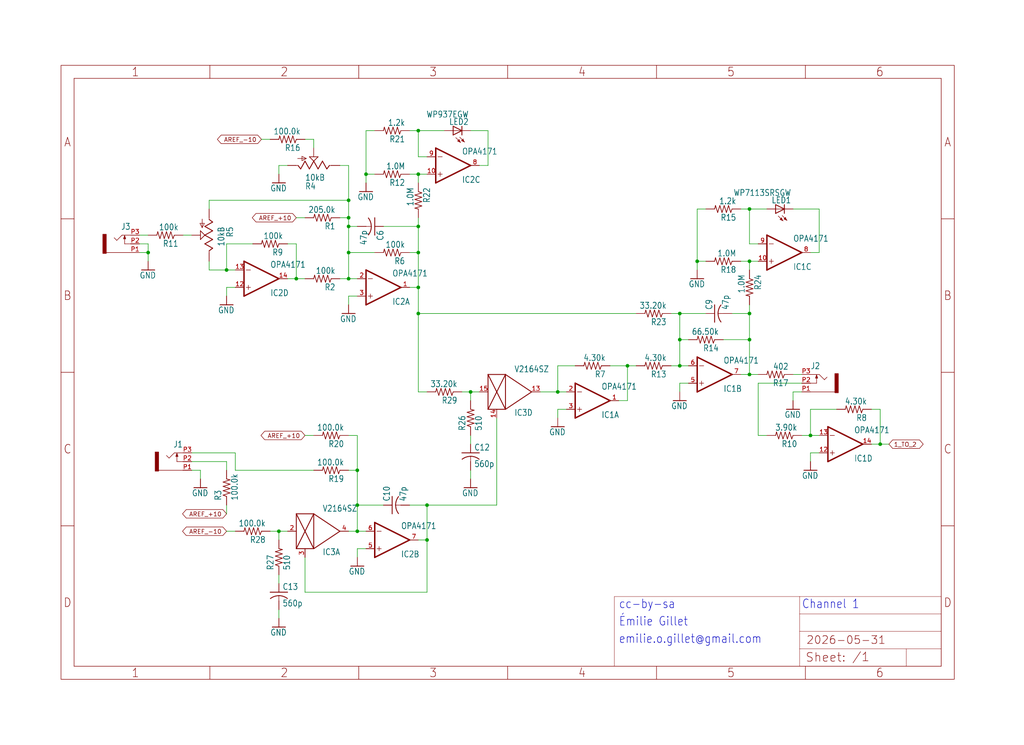
<source format=kicad_sch>
(kicad_sch
	(version 20231120)
	(generator "eeschema")
	(generator_version "8.0")
	(uuid "108ec049-f0ec-4d46-a045-50a2aa39c1a0")
	(paper "User" 298.45 217.322)
	(lib_symbols
		(symbol "Blinds4U-eagle-import:A4L-LOC"
			(exclude_from_sim no)
			(in_bom yes)
			(on_board yes)
			(property "Reference" "#FRAME"
				(at 0 0 0)
				(effects
					(font
						(size 1.27 1.27)
					)
					(hide yes)
				)
			)
			(property "Value" ""
				(at 0 0 0)
				(effects
					(font
						(size 1.27 1.27)
					)
					(hide yes)
				)
			)
			(property "Footprint" ""
				(at 0 0 0)
				(effects
					(font
						(size 1.27 1.27)
					)
					(hide yes)
				)
			)
			(property "Datasheet" ""
				(at 0 0 0)
				(effects
					(font
						(size 1.27 1.27)
					)
					(hide yes)
				)
			)
			(property "Description" "FRAME\n\nDIN A4, landscape with location and doc. field"
				(at 0 0 0)
				(effects
					(font
						(size 1.27 1.27)
					)
					(hide yes)
				)
			)
			(property "ki_locked" ""
				(at 0 0 0)
				(effects
					(font
						(size 1.27 1.27)
					)
				)
			)
			(symbol "A4L-LOC_1_0"
				(polyline
					(pts
						(xy 0 44.7675) (xy 3.81 44.7675)
					)
					(stroke
						(width 0)
						(type default)
					)
					(fill
						(type none)
					)
				)
				(polyline
					(pts
						(xy 0 89.535) (xy 3.81 89.535)
					)
					(stroke
						(width 0)
						(type default)
					)
					(fill
						(type none)
					)
				)
				(polyline
					(pts
						(xy 0 134.3025) (xy 3.81 134.3025)
					)
					(stroke
						(width 0)
						(type default)
					)
					(fill
						(type none)
					)
				)
				(polyline
					(pts
						(xy 3.81 3.81) (xy 3.81 175.26)
					)
					(stroke
						(width 0)
						(type default)
					)
					(fill
						(type none)
					)
				)
				(polyline
					(pts
						(xy 43.3917 0) (xy 43.3917 3.81)
					)
					(stroke
						(width 0)
						(type default)
					)
					(fill
						(type none)
					)
				)
				(polyline
					(pts
						(xy 43.3917 175.26) (xy 43.3917 179.07)
					)
					(stroke
						(width 0)
						(type default)
					)
					(fill
						(type none)
					)
				)
				(polyline
					(pts
						(xy 86.7833 0) (xy 86.7833 3.81)
					)
					(stroke
						(width 0)
						(type default)
					)
					(fill
						(type none)
					)
				)
				(polyline
					(pts
						(xy 86.7833 175.26) (xy 86.7833 179.07)
					)
					(stroke
						(width 0)
						(type default)
					)
					(fill
						(type none)
					)
				)
				(polyline
					(pts
						(xy 130.175 0) (xy 130.175 3.81)
					)
					(stroke
						(width 0)
						(type default)
					)
					(fill
						(type none)
					)
				)
				(polyline
					(pts
						(xy 130.175 175.26) (xy 130.175 179.07)
					)
					(stroke
						(width 0)
						(type default)
					)
					(fill
						(type none)
					)
				)
				(polyline
					(pts
						(xy 161.29 3.81) (xy 161.29 24.13)
					)
					(stroke
						(width 0.1016)
						(type solid)
					)
					(fill
						(type none)
					)
				)
				(polyline
					(pts
						(xy 161.29 24.13) (xy 215.265 24.13)
					)
					(stroke
						(width 0.1016)
						(type solid)
					)
					(fill
						(type none)
					)
				)
				(polyline
					(pts
						(xy 173.5667 0) (xy 173.5667 3.81)
					)
					(stroke
						(width 0)
						(type default)
					)
					(fill
						(type none)
					)
				)
				(polyline
					(pts
						(xy 173.5667 175.26) (xy 173.5667 179.07)
					)
					(stroke
						(width 0)
						(type default)
					)
					(fill
						(type none)
					)
				)
				(polyline
					(pts
						(xy 215.265 8.89) (xy 215.265 3.81)
					)
					(stroke
						(width 0.1016)
						(type solid)
					)
					(fill
						(type none)
					)
				)
				(polyline
					(pts
						(xy 215.265 8.89) (xy 215.265 13.97)
					)
					(stroke
						(width 0.1016)
						(type solid)
					)
					(fill
						(type none)
					)
				)
				(polyline
					(pts
						(xy 215.265 13.97) (xy 215.265 19.05)
					)
					(stroke
						(width 0.1016)
						(type solid)
					)
					(fill
						(type none)
					)
				)
				(polyline
					(pts
						(xy 215.265 13.97) (xy 256.54 13.97)
					)
					(stroke
						(width 0.1016)
						(type solid)
					)
					(fill
						(type none)
					)
				)
				(polyline
					(pts
						(xy 215.265 19.05) (xy 215.265 24.13)
					)
					(stroke
						(width 0.1016)
						(type solid)
					)
					(fill
						(type none)
					)
				)
				(polyline
					(pts
						(xy 215.265 19.05) (xy 256.54 19.05)
					)
					(stroke
						(width 0.1016)
						(type solid)
					)
					(fill
						(type none)
					)
				)
				(polyline
					(pts
						(xy 215.265 24.13) (xy 256.54 24.13)
					)
					(stroke
						(width 0.1016)
						(type solid)
					)
					(fill
						(type none)
					)
				)
				(polyline
					(pts
						(xy 216.9583 0) (xy 216.9583 3.81)
					)
					(stroke
						(width 0)
						(type default)
					)
					(fill
						(type none)
					)
				)
				(polyline
					(pts
						(xy 216.9583 175.26) (xy 216.9583 179.07)
					)
					(stroke
						(width 0)
						(type default)
					)
					(fill
						(type none)
					)
				)
				(polyline
					(pts
						(xy 246.38 3.81) (xy 246.38 8.89)
					)
					(stroke
						(width 0.1016)
						(type solid)
					)
					(fill
						(type none)
					)
				)
				(polyline
					(pts
						(xy 246.38 8.89) (xy 215.265 8.89)
					)
					(stroke
						(width 0.1016)
						(type solid)
					)
					(fill
						(type none)
					)
				)
				(polyline
					(pts
						(xy 246.38 8.89) (xy 256.54 8.89)
					)
					(stroke
						(width 0.1016)
						(type solid)
					)
					(fill
						(type none)
					)
				)
				(polyline
					(pts
						(xy 256.54 3.81) (xy 3.81 3.81)
					)
					(stroke
						(width 0)
						(type default)
					)
					(fill
						(type none)
					)
				)
				(polyline
					(pts
						(xy 256.54 3.81) (xy 256.54 8.89)
					)
					(stroke
						(width 0.1016)
						(type solid)
					)
					(fill
						(type none)
					)
				)
				(polyline
					(pts
						(xy 256.54 3.81) (xy 256.54 175.26)
					)
					(stroke
						(width 0)
						(type default)
					)
					(fill
						(type none)
					)
				)
				(polyline
					(pts
						(xy 256.54 8.89) (xy 256.54 13.97)
					)
					(stroke
						(width 0.1016)
						(type solid)
					)
					(fill
						(type none)
					)
				)
				(polyline
					(pts
						(xy 256.54 13.97) (xy 256.54 19.05)
					)
					(stroke
						(width 0.1016)
						(type solid)
					)
					(fill
						(type none)
					)
				)
				(polyline
					(pts
						(xy 256.54 19.05) (xy 256.54 24.13)
					)
					(stroke
						(width 0.1016)
						(type solid)
					)
					(fill
						(type none)
					)
				)
				(polyline
					(pts
						(xy 256.54 44.7675) (xy 260.35 44.7675)
					)
					(stroke
						(width 0)
						(type default)
					)
					(fill
						(type none)
					)
				)
				(polyline
					(pts
						(xy 256.54 89.535) (xy 260.35 89.535)
					)
					(stroke
						(width 0)
						(type default)
					)
					(fill
						(type none)
					)
				)
				(polyline
					(pts
						(xy 256.54 134.3025) (xy 260.35 134.3025)
					)
					(stroke
						(width 0)
						(type default)
					)
					(fill
						(type none)
					)
				)
				(polyline
					(pts
						(xy 256.54 175.26) (xy 3.81 175.26)
					)
					(stroke
						(width 0)
						(type default)
					)
					(fill
						(type none)
					)
				)
				(polyline
					(pts
						(xy 0 0) (xy 260.35 0) (xy 260.35 179.07) (xy 0 179.07) (xy 0 0)
					)
					(stroke
						(width 0)
						(type default)
					)
					(fill
						(type none)
					)
				)
				(text "${#}/${##}"
					(at 230.505 5.08 0)
					(effects
						(font
							(size 2.54 2.54)
						)
						(justify left bottom)
					)
				)
				(text "${CURRENT_DATE}"
					(at 217.17 10.16 0)
					(effects
						(font
							(size 2.286 2.286)
						)
						(justify left bottom)
					)
				)
				(text "${PROJECTNAME}"
					(at 217.17 15.24 0)
					(effects
						(font
							(size 2.54 2.54)
						)
						(justify left bottom)
					)
				)
				(text "1"
					(at 21.6958 1.905 0)
					(effects
						(font
							(size 2.54 2.286)
						)
					)
				)
				(text "1"
					(at 21.6958 177.165 0)
					(effects
						(font
							(size 2.54 2.286)
						)
					)
				)
				(text "2"
					(at 65.0875 1.905 0)
					(effects
						(font
							(size 2.54 2.286)
						)
					)
				)
				(text "2"
					(at 65.0875 177.165 0)
					(effects
						(font
							(size 2.54 2.286)
						)
					)
				)
				(text "3"
					(at 108.4792 1.905 0)
					(effects
						(font
							(size 2.54 2.286)
						)
					)
				)
				(text "3"
					(at 108.4792 177.165 0)
					(effects
						(font
							(size 2.54 2.286)
						)
					)
				)
				(text "4"
					(at 151.8708 1.905 0)
					(effects
						(font
							(size 2.54 2.286)
						)
					)
				)
				(text "4"
					(at 151.8708 177.165 0)
					(effects
						(font
							(size 2.54 2.286)
						)
					)
				)
				(text "5"
					(at 195.2625 1.905 0)
					(effects
						(font
							(size 2.54 2.286)
						)
					)
				)
				(text "5"
					(at 195.2625 177.165 0)
					(effects
						(font
							(size 2.54 2.286)
						)
					)
				)
				(text "6"
					(at 238.6542 1.905 0)
					(effects
						(font
							(size 2.54 2.286)
						)
					)
				)
				(text "6"
					(at 238.6542 177.165 0)
					(effects
						(font
							(size 2.54 2.286)
						)
					)
				)
				(text "A"
					(at 1.905 156.6863 0)
					(effects
						(font
							(size 2.54 2.286)
						)
					)
				)
				(text "A"
					(at 258.445 156.6863 0)
					(effects
						(font
							(size 2.54 2.286)
						)
					)
				)
				(text "B"
					(at 1.905 111.9188 0)
					(effects
						(font
							(size 2.54 2.286)
						)
					)
				)
				(text "B"
					(at 258.445 111.9188 0)
					(effects
						(font
							(size 2.54 2.286)
						)
					)
				)
				(text "C"
					(at 1.905 67.1513 0)
					(effects
						(font
							(size 2.54 2.286)
						)
					)
				)
				(text "C"
					(at 258.445 67.1513 0)
					(effects
						(font
							(size 2.54 2.286)
						)
					)
				)
				(text "D"
					(at 1.905 22.3838 0)
					(effects
						(font
							(size 2.54 2.286)
						)
					)
				)
				(text "D"
					(at 258.445 22.3838 0)
					(effects
						(font
							(size 2.54 2.286)
						)
					)
				)
				(text "Sheet:"
					(at 216.916 4.953 0)
					(effects
						(font
							(size 2.54 2.54)
						)
						(justify left bottom)
					)
				)
			)
		)
		(symbol "Blinds4U-eagle-import:C-USC0603"
			(exclude_from_sim no)
			(in_bom yes)
			(on_board yes)
			(property "Reference" "C"
				(at 1.016 0.635 0)
				(effects
					(font
						(size 1.778 1.5113)
					)
					(justify left bottom)
				)
			)
			(property "Value" ""
				(at 1.016 -4.191 0)
				(effects
					(font
						(size 1.778 1.5113)
					)
					(justify left bottom)
				)
			)
			(property "Footprint" "Blinds4U:C0603"
				(at 0 0 0)
				(effects
					(font
						(size 1.27 1.27)
					)
					(hide yes)
				)
			)
			(property "Datasheet" ""
				(at 0 0 0)
				(effects
					(font
						(size 1.27 1.27)
					)
					(hide yes)
				)
			)
			(property "Description" "CAPACITOR, American symbol"
				(at 0 0 0)
				(effects
					(font
						(size 1.27 1.27)
					)
					(hide yes)
				)
			)
			(property "ki_locked" ""
				(at 0 0 0)
				(effects
					(font
						(size 1.27 1.27)
					)
				)
			)
			(symbol "C-USC0603_1_0"
				(arc
					(start 0 -1.0161)
					(mid -1.302 -1.2303)
					(end -2.4668 -1.8504)
					(stroke
						(width 0.254)
						(type solid)
					)
					(fill
						(type none)
					)
				)
				(polyline
					(pts
						(xy -2.54 0) (xy 2.54 0)
					)
					(stroke
						(width 0.254)
						(type solid)
					)
					(fill
						(type none)
					)
				)
				(polyline
					(pts
						(xy 0 -1.016) (xy 0 -2.54)
					)
					(stroke
						(width 0.1524)
						(type solid)
					)
					(fill
						(type none)
					)
				)
				(arc
					(start 2.4892 -1.8541)
					(mid 1.3158 -1.2194)
					(end 0 -1)
					(stroke
						(width 0.254)
						(type solid)
					)
					(fill
						(type none)
					)
				)
				(pin passive line
					(at 0 2.54 270)
					(length 2.54)
					(name "1"
						(effects
							(font
								(size 0 0)
							)
						)
					)
					(number "1"
						(effects
							(font
								(size 0 0)
							)
						)
					)
				)
				(pin passive line
					(at 0 -5.08 90)
					(length 2.54)
					(name "2"
						(effects
							(font
								(size 0 0)
							)
						)
					)
					(number "2"
						(effects
							(font
								(size 0 0)
							)
						)
					)
				)
			)
		)
		(symbol "Blinds4U-eagle-import:GND"
			(power)
			(exclude_from_sim no)
			(in_bom yes)
			(on_board yes)
			(property "Reference" "#GND"
				(at 0 0 0)
				(effects
					(font
						(size 1.27 1.27)
					)
					(hide yes)
				)
			)
			(property "Value" ""
				(at -2.54 -2.54 0)
				(effects
					(font
						(size 1.778 1.5113)
					)
					(justify left bottom)
				)
			)
			(property "Footprint" ""
				(at 0 0 0)
				(effects
					(font
						(size 1.27 1.27)
					)
					(hide yes)
				)
			)
			(property "Datasheet" ""
				(at 0 0 0)
				(effects
					(font
						(size 1.27 1.27)
					)
					(hide yes)
				)
			)
			(property "Description" "SUPPLY SYMBOL"
				(at 0 0 0)
				(effects
					(font
						(size 1.27 1.27)
					)
					(hide yes)
				)
			)
			(property "ki_locked" ""
				(at 0 0 0)
				(effects
					(font
						(size 1.27 1.27)
					)
				)
			)
			(symbol "GND_1_0"
				(polyline
					(pts
						(xy -1.905 0) (xy 1.905 0)
					)
					(stroke
						(width 0.254)
						(type solid)
					)
					(fill
						(type none)
					)
				)
				(pin power_in line
					(at 0 2.54 270)
					(length 2.54)
					(name "GND"
						(effects
							(font
								(size 0 0)
							)
						)
					)
					(number "1"
						(effects
							(font
								(size 0 0)
							)
						)
					)
				)
			)
		)
		(symbol "Blinds4U-eagle-import:LED3MM"
			(exclude_from_sim no)
			(in_bom yes)
			(on_board yes)
			(property "Reference" "LED"
				(at 3.556 -4.572 90)
				(effects
					(font
						(size 1.778 1.5113)
					)
					(justify left bottom)
				)
			)
			(property "Value" ""
				(at 5.715 -4.572 90)
				(effects
					(font
						(size 1.778 1.5113)
					)
					(justify left bottom)
				)
			)
			(property "Footprint" "Blinds4U:LED3MM"
				(at 0 0 0)
				(effects
					(font
						(size 1.27 1.27)
					)
					(hide yes)
				)
			)
			(property "Datasheet" ""
				(at 0 0 0)
				(effects
					(font
						(size 1.27 1.27)
					)
					(hide yes)
				)
			)
			(property "Description" "LED\n\nOSRAM:\n- CHIPLED\nLG R971, LG N971, LY N971, LG Q971, LY Q971, LO R971, LY R971 LH N974, LH R974\nLS Q976, LO Q976, LY Q976\nLO Q996\n- Hyper CHIPLED\nLW Q18S\nLB Q993, LB Q99A, LB R99A\n- SideLED\nLS A670, LO A670, LY A670, LG A670, LP A670\nLB A673, LV A673, LT A673, LW A673\nLH A674\nLY A675\nLS A676, LA A676, LO A676, LY A676, LW A676\nLS A679, LY A679, LG A679\n-  Hyper Micro SIDELED®\nLS Y876, LA Y876, LO Y876, LY Y876\nLT Y87S\n- SmartLED\nLW L88C, LW L88S\nLB L89C, LB L89S, LG L890\nLS L89K, LO L89K, LY L89K\nLS L896, LA L896, LO L896, LY L896\n- TOPLED\nLS T670, LO T670, LY T670, LG T670, LP T670\nLSG T670, LSP T670, LSY T670, LOP T670, LYG T670\nLG T671, LOG T671, LSG T671\nLB T673, LV T673, LT T673, LW T673\nLH T674\nLS T676, LA T676, LO T676, LY T676, LB T676, LH T676, LSB T676, LW T676\nLB T67C, LV T67C, LT T67C, LS T67K, LO T67K, LY T67K, LW E67C\nLS E67B, LA E67B, LO E67B, LY E67B, LB E67C, LV E67C, LT E67C\nLW T67C\nLS T679, LY T679, LG T679\nLS T770, LO T770, LY T770, LG T770, LP T770\nLB T773, LV T773, LT T773, LW T773\nLH T774\nLS E675, LA E675, LY E675, LS T675\nLS T776, LA T776, LO T776, LY T776, LB T776\nLHGB T686\nLT T68C, LB T68C\n- Hyper Mini TOPLED®\nLB M676\n- Mini TOPLED Santana®\nLG M470\nLS M47K, LO M47K, LY M47K\n\nSource: http://www.osram.convergy.de\n\nLUXEON:\n- LUMILED®\nLXK2-PW12-R00, LXK2-PW12-S00, LXK2-PW14-U00, LXK2-PW14-V00\nLXK2-PM12-R00, LXK2-PM12-S00, LXK2-PM14-U00\nLXK2-PE12-Q00, LXK2-PE12-R00, LXK2-PE12-S00, LXK2-PE14-T00, LXK2-PE14-U00\nLXK2-PB12-K00, LXK2-PB12-L00, LXK2-PB12-M00, LXK2-PB14-N00, LXK2-PB14-P00, LXK2-PB14-Q00\nLXK2-PR12-L00, LXK2-PR12-M00, LXK2-PR14-Q00, LXK2-PR14-R00\nLXK2-PD12-Q00, LXK2-PD12-R00, LXK2-PD12-S00\nLXK2-PH12-R00, LXK2-PH12-S00\nLXK2-PL12-P00, LXK2-PL12-Q00, LXK2-PL12-R00\n\nSource: www.luxeon.com\n\nKINGBRIGHT:\n\nKA-3528ASYC\nSource: www.kingbright.com"
				(at 0 0 0)
				(effects
					(font
						(size 1.27 1.27)
					)
					(hide yes)
				)
			)
			(property "ki_locked" ""
				(at 0 0 0)
				(effects
					(font
						(size 1.27 1.27)
					)
				)
			)
			(symbol "LED3MM_1_0"
				(polyline
					(pts
						(xy -2.032 -0.762) (xy -3.429 -2.159)
					)
					(stroke
						(width 0.1524)
						(type solid)
					)
					(fill
						(type none)
					)
				)
				(polyline
					(pts
						(xy -1.905 -1.905) (xy -3.302 -3.302)
					)
					(stroke
						(width 0.1524)
						(type solid)
					)
					(fill
						(type none)
					)
				)
				(polyline
					(pts
						(xy 0 -2.54) (xy -1.27 -2.54)
					)
					(stroke
						(width 0.254)
						(type solid)
					)
					(fill
						(type none)
					)
				)
				(polyline
					(pts
						(xy 0 -2.54) (xy -1.27 0)
					)
					(stroke
						(width 0.254)
						(type solid)
					)
					(fill
						(type none)
					)
				)
				(polyline
					(pts
						(xy 0 0) (xy -1.27 0)
					)
					(stroke
						(width 0.254)
						(type solid)
					)
					(fill
						(type none)
					)
				)
				(polyline
					(pts
						(xy 0 0) (xy 0 -2.54)
					)
					(stroke
						(width 0.1524)
						(type solid)
					)
					(fill
						(type none)
					)
				)
				(polyline
					(pts
						(xy 1.27 -2.54) (xy 0 -2.54)
					)
					(stroke
						(width 0.254)
						(type solid)
					)
					(fill
						(type none)
					)
				)
				(polyline
					(pts
						(xy 1.27 0) (xy 0 -2.54)
					)
					(stroke
						(width 0.254)
						(type solid)
					)
					(fill
						(type none)
					)
				)
				(polyline
					(pts
						(xy 1.27 0) (xy 0 0)
					)
					(stroke
						(width 0.254)
						(type solid)
					)
					(fill
						(type none)
					)
				)
				(polyline
					(pts
						(xy -3.429 -2.159) (xy -3.048 -1.27) (xy -2.54 -1.778)
					)
					(stroke
						(width 0.1524)
						(type solid)
					)
					(fill
						(type outline)
					)
				)
				(polyline
					(pts
						(xy -3.302 -3.302) (xy -2.921 -2.413) (xy -2.413 -2.921)
					)
					(stroke
						(width 0.1524)
						(type solid)
					)
					(fill
						(type outline)
					)
				)
				(pin passive line
					(at 0 2.54 270)
					(length 2.54)
					(name "A"
						(effects
							(font
								(size 0 0)
							)
						)
					)
					(number "A"
						(effects
							(font
								(size 0 0)
							)
						)
					)
				)
				(pin passive line
					(at 0 -5.08 90)
					(length 2.54)
					(name "C"
						(effects
							(font
								(size 0 0)
							)
						)
					)
					(number "K"
						(effects
							(font
								(size 0 0)
							)
						)
					)
				)
			)
		)
		(symbol "Blinds4U-eagle-import:LED5MM"
			(exclude_from_sim no)
			(in_bom yes)
			(on_board yes)
			(property "Reference" "LED"
				(at 3.556 -4.572 90)
				(effects
					(font
						(size 1.778 1.5113)
					)
					(justify left bottom)
				)
			)
			(property "Value" ""
				(at 5.715 -4.572 90)
				(effects
					(font
						(size 1.778 1.5113)
					)
					(justify left bottom)
				)
			)
			(property "Footprint" "Blinds4U:LED5MM"
				(at 0 0 0)
				(effects
					(font
						(size 1.27 1.27)
					)
					(hide yes)
				)
			)
			(property "Datasheet" ""
				(at 0 0 0)
				(effects
					(font
						(size 1.27 1.27)
					)
					(hide yes)
				)
			)
			(property "Description" "LED\n\nOSRAM:\n- CHIPLED\nLG R971, LG N971, LY N971, LG Q971, LY Q971, LO R971, LY R971 LH N974, LH R974\nLS Q976, LO Q976, LY Q976\nLO Q996\n- Hyper CHIPLED\nLW Q18S\nLB Q993, LB Q99A, LB R99A\n- SideLED\nLS A670, LO A670, LY A670, LG A670, LP A670\nLB A673, LV A673, LT A673, LW A673\nLH A674\nLY A675\nLS A676, LA A676, LO A676, LY A676, LW A676\nLS A679, LY A679, LG A679\n-  Hyper Micro SIDELED®\nLS Y876, LA Y876, LO Y876, LY Y876\nLT Y87S\n- SmartLED\nLW L88C, LW L88S\nLB L89C, LB L89S, LG L890\nLS L89K, LO L89K, LY L89K\nLS L896, LA L896, LO L896, LY L896\n- TOPLED\nLS T670, LO T670, LY T670, LG T670, LP T670\nLSG T670, LSP T670, LSY T670, LOP T670, LYG T670\nLG T671, LOG T671, LSG T671\nLB T673, LV T673, LT T673, LW T673\nLH T674\nLS T676, LA T676, LO T676, LY T676, LB T676, LH T676, LSB T676, LW T676\nLB T67C, LV T67C, LT T67C, LS T67K, LO T67K, LY T67K, LW E67C\nLS E67B, LA E67B, LO E67B, LY E67B, LB E67C, LV E67C, LT E67C\nLW T67C\nLS T679, LY T679, LG T679\nLS T770, LO T770, LY T770, LG T770, LP T770\nLB T773, LV T773, LT T773, LW T773\nLH T774\nLS E675, LA E675, LY E675, LS T675\nLS T776, LA T776, LO T776, LY T776, LB T776\nLHGB T686\nLT T68C, LB T68C\n- Hyper Mini TOPLED®\nLB M676\n- Mini TOPLED Santana®\nLG M470\nLS M47K, LO M47K, LY M47K\n\nSource: http://www.osram.convergy.de\n\nLUXEON:\n- LUMILED®\nLXK2-PW12-R00, LXK2-PW12-S00, LXK2-PW14-U00, LXK2-PW14-V00\nLXK2-PM12-R00, LXK2-PM12-S00, LXK2-PM14-U00\nLXK2-PE12-Q00, LXK2-PE12-R00, LXK2-PE12-S00, LXK2-PE14-T00, LXK2-PE14-U00\nLXK2-PB12-K00, LXK2-PB12-L00, LXK2-PB12-M00, LXK2-PB14-N00, LXK2-PB14-P00, LXK2-PB14-Q00\nLXK2-PR12-L00, LXK2-PR12-M00, LXK2-PR14-Q00, LXK2-PR14-R00\nLXK2-PD12-Q00, LXK2-PD12-R00, LXK2-PD12-S00\nLXK2-PH12-R00, LXK2-PH12-S00\nLXK2-PL12-P00, LXK2-PL12-Q00, LXK2-PL12-R00\n\nSource: www.luxeon.com\n\nKINGBRIGHT:\n\nKA-3528ASYC\nSource: www.kingbright.com"
				(at 0 0 0)
				(effects
					(font
						(size 1.27 1.27)
					)
					(hide yes)
				)
			)
			(property "ki_locked" ""
				(at 0 0 0)
				(effects
					(font
						(size 1.27 1.27)
					)
				)
			)
			(symbol "LED5MM_1_0"
				(polyline
					(pts
						(xy -2.032 -0.762) (xy -3.429 -2.159)
					)
					(stroke
						(width 0.1524)
						(type solid)
					)
					(fill
						(type none)
					)
				)
				(polyline
					(pts
						(xy -1.905 -1.905) (xy -3.302 -3.302)
					)
					(stroke
						(width 0.1524)
						(type solid)
					)
					(fill
						(type none)
					)
				)
				(polyline
					(pts
						(xy 0 -2.54) (xy -1.27 -2.54)
					)
					(stroke
						(width 0.254)
						(type solid)
					)
					(fill
						(type none)
					)
				)
				(polyline
					(pts
						(xy 0 -2.54) (xy -1.27 0)
					)
					(stroke
						(width 0.254)
						(type solid)
					)
					(fill
						(type none)
					)
				)
				(polyline
					(pts
						(xy 0 0) (xy -1.27 0)
					)
					(stroke
						(width 0.254)
						(type solid)
					)
					(fill
						(type none)
					)
				)
				(polyline
					(pts
						(xy 0 0) (xy 0 -2.54)
					)
					(stroke
						(width 0.1524)
						(type solid)
					)
					(fill
						(type none)
					)
				)
				(polyline
					(pts
						(xy 1.27 -2.54) (xy 0 -2.54)
					)
					(stroke
						(width 0.254)
						(type solid)
					)
					(fill
						(type none)
					)
				)
				(polyline
					(pts
						(xy 1.27 0) (xy 0 -2.54)
					)
					(stroke
						(width 0.254)
						(type solid)
					)
					(fill
						(type none)
					)
				)
				(polyline
					(pts
						(xy 1.27 0) (xy 0 0)
					)
					(stroke
						(width 0.254)
						(type solid)
					)
					(fill
						(type none)
					)
				)
				(polyline
					(pts
						(xy -3.429 -2.159) (xy -3.048 -1.27) (xy -2.54 -1.778)
					)
					(stroke
						(width 0.1524)
						(type solid)
					)
					(fill
						(type outline)
					)
				)
				(polyline
					(pts
						(xy -3.302 -3.302) (xy -2.921 -2.413) (xy -2.413 -2.921)
					)
					(stroke
						(width 0.1524)
						(type solid)
					)
					(fill
						(type outline)
					)
				)
				(pin passive line
					(at 0 2.54 270)
					(length 2.54)
					(name "A"
						(effects
							(font
								(size 0 0)
							)
						)
					)
					(number "A"
						(effects
							(font
								(size 0 0)
							)
						)
					)
				)
				(pin passive line
					(at 0 -5.08 90)
					(length 2.54)
					(name "C"
						(effects
							(font
								(size 0 0)
							)
						)
					)
					(number "K"
						(effects
							(font
								(size 0 0)
							)
						)
					)
				)
			)
		)
		(symbol "Blinds4U-eagle-import:PJ301_THONKICONN6"
			(exclude_from_sim no)
			(in_bom yes)
			(on_board yes)
			(property "Reference" "J"
				(at -2.54 4.064 0)
				(effects
					(font
						(size 1.778 1.5113)
					)
					(justify left bottom)
				)
			)
			(property "Value" ""
				(at 0 0 0)
				(effects
					(font
						(size 1.27 1.27)
					)
					(hide yes)
				)
			)
			(property "Footprint" "Blinds4U:WQP_PJ_301M6"
				(at 0 0 0)
				(effects
					(font
						(size 1.27 1.27)
					)
					(hide yes)
				)
			)
			(property "Datasheet" ""
				(at 0 0 0)
				(effects
					(font
						(size 1.27 1.27)
					)
					(hide yes)
				)
			)
			(property "Description" ""
				(at 0 0 0)
				(effects
					(font
						(size 1.27 1.27)
					)
					(hide yes)
				)
			)
			(property "ki_locked" ""
				(at 0 0 0)
				(effects
					(font
						(size 1.27 1.27)
					)
				)
			)
			(symbol "PJ301_THONKICONN6_1_0"
				(polyline
					(pts
						(xy -2.54 -2.54) (xy 4.572 -2.54)
					)
					(stroke
						(width 0.1524)
						(type solid)
					)
					(fill
						(type none)
					)
				)
				(polyline
					(pts
						(xy -2.54 0) (xy -0.762 0)
					)
					(stroke
						(width 0.1524)
						(type solid)
					)
					(fill
						(type none)
					)
				)
				(polyline
					(pts
						(xy -2.54 2.54) (xy 0 2.54)
					)
					(stroke
						(width 0.1524)
						(type solid)
					)
					(fill
						(type none)
					)
				)
				(polyline
					(pts
						(xy -1.016 1.524) (xy -0.508 1.524)
					)
					(stroke
						(width 0.254)
						(type solid)
					)
					(fill
						(type none)
					)
				)
				(polyline
					(pts
						(xy -0.762 0) (xy -0.762 2.286)
					)
					(stroke
						(width 0.1524)
						(type solid)
					)
					(fill
						(type none)
					)
				)
				(polyline
					(pts
						(xy -0.762 2.286) (xy -1.016 1.524)
					)
					(stroke
						(width 0.254)
						(type solid)
					)
					(fill
						(type none)
					)
				)
				(polyline
					(pts
						(xy -0.508 1.524) (xy -0.762 2.286)
					)
					(stroke
						(width 0.254)
						(type solid)
					)
					(fill
						(type none)
					)
				)
				(polyline
					(pts
						(xy 0 2.54) (xy 1.524 1.016)
					)
					(stroke
						(width 0.1524)
						(type solid)
					)
					(fill
						(type none)
					)
				)
				(polyline
					(pts
						(xy 1.524 1.016) (xy 2.286 1.778)
					)
					(stroke
						(width 0.1524)
						(type solid)
					)
					(fill
						(type none)
					)
				)
				(rectangle
					(start 4.572 2.794)
					(end 5.588 -2.794)
					(stroke
						(width 0)
						(type default)
					)
					(fill
						(type outline)
					)
				)
				(pin passive line
					(at -5.08 -2.54 0)
					(length 2.54)
					(name "1"
						(effects
							(font
								(size 0 0)
							)
						)
					)
					(number "P1"
						(effects
							(font
								(size 1.27 1.27)
							)
						)
					)
				)
				(pin passive line
					(at -5.08 0 0)
					(length 2.54)
					(name "2"
						(effects
							(font
								(size 0 0)
							)
						)
					)
					(number "P2"
						(effects
							(font
								(size 1.27 1.27)
							)
						)
					)
				)
				(pin passive line
					(at -5.08 2.54 0)
					(length 2.54)
					(name "3"
						(effects
							(font
								(size 0 0)
							)
						)
					)
					(number "P3"
						(effects
							(font
								(size 1.27 1.27)
							)
						)
					)
				)
			)
		)
		(symbol "Blinds4U-eagle-import:POT_USVERTICAL"
			(exclude_from_sim no)
			(in_bom yes)
			(on_board yes)
			(property "Reference" "R"
				(at -5.08 -2.54 90)
				(effects
					(font
						(size 1.778 1.5113)
					)
					(justify left bottom)
				)
			)
			(property "Value" ""
				(at -2.54 -2.54 90)
				(effects
					(font
						(size 1.778 1.5113)
					)
					(justify left bottom)
				)
			)
			(property "Footprint" "Blinds4U:ALPS_POT_VERTICAL"
				(at 0 0 0)
				(effects
					(font
						(size 1.27 1.27)
					)
					(hide yes)
				)
			)
			(property "Datasheet" ""
				(at 0 0 0)
				(effects
					(font
						(size 1.27 1.27)
					)
					(hide yes)
				)
			)
			(property "Description" ""
				(at 0 0 0)
				(effects
					(font
						(size 1.27 1.27)
					)
					(hide yes)
				)
			)
			(property "ki_locked" ""
				(at 0 0 0)
				(effects
					(font
						(size 1.27 1.27)
					)
				)
			)
			(symbol "POT_USVERTICAL_1_0"
				(polyline
					(pts
						(xy -1.016 -3.81) (xy 1.27 -2.54)
					)
					(stroke
						(width 0.254)
						(type solid)
					)
					(fill
						(type none)
					)
				)
				(polyline
					(pts
						(xy -1.016 -1.27) (xy 1.27 0)
					)
					(stroke
						(width 0.254)
						(type solid)
					)
					(fill
						(type none)
					)
				)
				(polyline
					(pts
						(xy -1.016 1.27) (xy 1.27 2.54)
					)
					(stroke
						(width 0.254)
						(type solid)
					)
					(fill
						(type none)
					)
				)
				(polyline
					(pts
						(xy -1.016 3.81) (xy 0 4.572)
					)
					(stroke
						(width 0.254)
						(type solid)
					)
					(fill
						(type none)
					)
				)
				(polyline
					(pts
						(xy 0 -5.08) (xy 0 -4.572)
					)
					(stroke
						(width 0.1524)
						(type solid)
					)
					(fill
						(type none)
					)
				)
				(polyline
					(pts
						(xy 0 -4.572) (xy -1.016 -3.81)
					)
					(stroke
						(width 0.254)
						(type solid)
					)
					(fill
						(type none)
					)
				)
				(polyline
					(pts
						(xy 0 4.572) (xy 0 5.08)
					)
					(stroke
						(width 0.1524)
						(type solid)
					)
					(fill
						(type none)
					)
				)
				(polyline
					(pts
						(xy 1.27 -2.54) (xy -1.016 -1.27)
					)
					(stroke
						(width 0.254)
						(type solid)
					)
					(fill
						(type none)
					)
				)
				(polyline
					(pts
						(xy 1.27 0) (xy -1.016 1.27)
					)
					(stroke
						(width 0.254)
						(type solid)
					)
					(fill
						(type none)
					)
				)
				(polyline
					(pts
						(xy 1.27 0) (xy 2.54 1.27)
					)
					(stroke
						(width 0.2032)
						(type solid)
					)
					(fill
						(type none)
					)
				)
				(polyline
					(pts
						(xy 1.27 2.54) (xy -1.016 3.81)
					)
					(stroke
						(width 0.254)
						(type solid)
					)
					(fill
						(type none)
					)
				)
				(polyline
					(pts
						(xy 1.397 -3.429) (xy 2.032 -2.159)
					)
					(stroke
						(width 0.1524)
						(type solid)
					)
					(fill
						(type none)
					)
				)
				(polyline
					(pts
						(xy 2.032 -4.699) (xy 2.032 -2.159)
					)
					(stroke
						(width 0.1524)
						(type solid)
					)
					(fill
						(type none)
					)
				)
				(polyline
					(pts
						(xy 2.032 -2.159) (xy 2.667 -3.429)
					)
					(stroke
						(width 0.1524)
						(type solid)
					)
					(fill
						(type none)
					)
				)
				(polyline
					(pts
						(xy 2.54 -1.27) (xy 1.27 0)
					)
					(stroke
						(width 0.2032)
						(type solid)
					)
					(fill
						(type none)
					)
				)
				(polyline
					(pts
						(xy 2.54 1.27) (xy 2.54 -1.27)
					)
					(stroke
						(width 0.2032)
						(type solid)
					)
					(fill
						(type none)
					)
				)
				(polyline
					(pts
						(xy 2.667 -3.429) (xy 1.397 -3.429)
					)
					(stroke
						(width 0.1524)
						(type solid)
					)
					(fill
						(type none)
					)
				)
				(pin passive line
					(at 0 7.62 270)
					(length 2.54)
					(name "E"
						(effects
							(font
								(size 0 0)
							)
						)
					)
					(number "P$1"
						(effects
							(font
								(size 0 0)
							)
						)
					)
				)
				(pin passive line
					(at 5.08 0 180)
					(length 2.54)
					(name "S"
						(effects
							(font
								(size 0 0)
							)
						)
					)
					(number "P$2"
						(effects
							(font
								(size 0 0)
							)
						)
					)
				)
				(pin passive line
					(at 0 -7.62 90)
					(length 2.54)
					(name "A"
						(effects
							(font
								(size 0 0)
							)
						)
					)
					(number "P$3"
						(effects
							(font
								(size 0 0)
							)
						)
					)
				)
			)
		)
		(symbol "Blinds4U-eagle-import:POT_USVERTICAL_PS"
			(exclude_from_sim no)
			(in_bom yes)
			(on_board yes)
			(property "Reference" "R"
				(at -5.08 -2.54 90)
				(effects
					(font
						(size 1.778 1.5113)
					)
					(justify left bottom)
				)
			)
			(property "Value" ""
				(at -2.54 -2.54 90)
				(effects
					(font
						(size 1.778 1.5113)
					)
					(justify left bottom)
				)
			)
			(property "Footprint" "Blinds4U:ALPS_POT_VERTICAL_PS"
				(at 0 0 0)
				(effects
					(font
						(size 1.27 1.27)
					)
					(hide yes)
				)
			)
			(property "Datasheet" ""
				(at 0 0 0)
				(effects
					(font
						(size 1.27 1.27)
					)
					(hide yes)
				)
			)
			(property "Description" ""
				(at 0 0 0)
				(effects
					(font
						(size 1.27 1.27)
					)
					(hide yes)
				)
			)
			(property "ki_locked" ""
				(at 0 0 0)
				(effects
					(font
						(size 1.27 1.27)
					)
				)
			)
			(symbol "POT_USVERTICAL_PS_1_0"
				(polyline
					(pts
						(xy -1.016 -3.81) (xy 1.27 -2.54)
					)
					(stroke
						(width 0.254)
						(type solid)
					)
					(fill
						(type none)
					)
				)
				(polyline
					(pts
						(xy -1.016 -1.27) (xy 1.27 0)
					)
					(stroke
						(width 0.254)
						(type solid)
					)
					(fill
						(type none)
					)
				)
				(polyline
					(pts
						(xy -1.016 1.27) (xy 1.27 2.54)
					)
					(stroke
						(width 0.254)
						(type solid)
					)
					(fill
						(type none)
					)
				)
				(polyline
					(pts
						(xy -1.016 3.81) (xy 0 4.572)
					)
					(stroke
						(width 0.254)
						(type solid)
					)
					(fill
						(type none)
					)
				)
				(polyline
					(pts
						(xy 0 -5.08) (xy 0 -4.572)
					)
					(stroke
						(width 0.1524)
						(type solid)
					)
					(fill
						(type none)
					)
				)
				(polyline
					(pts
						(xy 0 -4.572) (xy -1.016 -3.81)
					)
					(stroke
						(width 0.254)
						(type solid)
					)
					(fill
						(type none)
					)
				)
				(polyline
					(pts
						(xy 0 4.572) (xy 0 5.08)
					)
					(stroke
						(width 0.1524)
						(type solid)
					)
					(fill
						(type none)
					)
				)
				(polyline
					(pts
						(xy 1.27 -2.54) (xy -1.016 -1.27)
					)
					(stroke
						(width 0.254)
						(type solid)
					)
					(fill
						(type none)
					)
				)
				(polyline
					(pts
						(xy 1.27 0) (xy -1.016 1.27)
					)
					(stroke
						(width 0.254)
						(type solid)
					)
					(fill
						(type none)
					)
				)
				(polyline
					(pts
						(xy 1.27 0) (xy 2.54 1.27)
					)
					(stroke
						(width 0.2032)
						(type solid)
					)
					(fill
						(type none)
					)
				)
				(polyline
					(pts
						(xy 1.27 2.54) (xy -1.016 3.81)
					)
					(stroke
						(width 0.254)
						(type solid)
					)
					(fill
						(type none)
					)
				)
				(polyline
					(pts
						(xy 1.397 -3.429) (xy 2.032 -2.159)
					)
					(stroke
						(width 0.1524)
						(type solid)
					)
					(fill
						(type none)
					)
				)
				(polyline
					(pts
						(xy 2.032 -4.699) (xy 2.032 -2.159)
					)
					(stroke
						(width 0.1524)
						(type solid)
					)
					(fill
						(type none)
					)
				)
				(polyline
					(pts
						(xy 2.032 -2.159) (xy 2.667 -3.429)
					)
					(stroke
						(width 0.1524)
						(type solid)
					)
					(fill
						(type none)
					)
				)
				(polyline
					(pts
						(xy 2.54 -1.27) (xy 1.27 0)
					)
					(stroke
						(width 0.2032)
						(type solid)
					)
					(fill
						(type none)
					)
				)
				(polyline
					(pts
						(xy 2.54 1.27) (xy 2.54 -1.27)
					)
					(stroke
						(width 0.2032)
						(type solid)
					)
					(fill
						(type none)
					)
				)
				(polyline
					(pts
						(xy 2.667 -3.429) (xy 1.397 -3.429)
					)
					(stroke
						(width 0.1524)
						(type solid)
					)
					(fill
						(type none)
					)
				)
				(pin passive line
					(at 0 7.62 270)
					(length 2.54)
					(name "E"
						(effects
							(font
								(size 0 0)
							)
						)
					)
					(number "P$1"
						(effects
							(font
								(size 0 0)
							)
						)
					)
				)
				(pin passive line
					(at 5.08 0 180)
					(length 2.54)
					(name "S"
						(effects
							(font
								(size 0 0)
							)
						)
					)
					(number "P$2"
						(effects
							(font
								(size 0 0)
							)
						)
					)
				)
				(pin passive line
					(at 0 -7.62 90)
					(length 2.54)
					(name "A"
						(effects
							(font
								(size 0 0)
							)
						)
					)
					(number "P$3"
						(effects
							(font
								(size 0 0)
							)
						)
					)
				)
			)
		)
		(symbol "Blinds4U-eagle-import:R-US_R0603"
			(exclude_from_sim no)
			(in_bom yes)
			(on_board yes)
			(property "Reference" "R"
				(at -3.81 1.4986 0)
				(effects
					(font
						(size 1.778 1.5113)
					)
					(justify left bottom)
				)
			)
			(property "Value" ""
				(at -3.81 -3.302 0)
				(effects
					(font
						(size 1.778 1.5113)
					)
					(justify left bottom)
				)
			)
			(property "Footprint" "Blinds4U:R0603"
				(at 0 0 0)
				(effects
					(font
						(size 1.27 1.27)
					)
					(hide yes)
				)
			)
			(property "Datasheet" ""
				(at 0 0 0)
				(effects
					(font
						(size 1.27 1.27)
					)
					(hide yes)
				)
			)
			(property "Description" "RESISTOR, American symbol"
				(at 0 0 0)
				(effects
					(font
						(size 1.27 1.27)
					)
					(hide yes)
				)
			)
			(property "ki_locked" ""
				(at 0 0 0)
				(effects
					(font
						(size 1.27 1.27)
					)
				)
			)
			(symbol "R-US_R0603_1_0"
				(polyline
					(pts
						(xy -2.54 0) (xy -2.159 1.016)
					)
					(stroke
						(width 0.2032)
						(type solid)
					)
					(fill
						(type none)
					)
				)
				(polyline
					(pts
						(xy -2.159 1.016) (xy -1.524 -1.016)
					)
					(stroke
						(width 0.2032)
						(type solid)
					)
					(fill
						(type none)
					)
				)
				(polyline
					(pts
						(xy -1.524 -1.016) (xy -0.889 1.016)
					)
					(stroke
						(width 0.2032)
						(type solid)
					)
					(fill
						(type none)
					)
				)
				(polyline
					(pts
						(xy -0.889 1.016) (xy -0.254 -1.016)
					)
					(stroke
						(width 0.2032)
						(type solid)
					)
					(fill
						(type none)
					)
				)
				(polyline
					(pts
						(xy -0.254 -1.016) (xy 0.381 1.016)
					)
					(stroke
						(width 0.2032)
						(type solid)
					)
					(fill
						(type none)
					)
				)
				(polyline
					(pts
						(xy 0.381 1.016) (xy 1.016 -1.016)
					)
					(stroke
						(width 0.2032)
						(type solid)
					)
					(fill
						(type none)
					)
				)
				(polyline
					(pts
						(xy 1.016 -1.016) (xy 1.651 1.016)
					)
					(stroke
						(width 0.2032)
						(type solid)
					)
					(fill
						(type none)
					)
				)
				(polyline
					(pts
						(xy 1.651 1.016) (xy 2.286 -1.016)
					)
					(stroke
						(width 0.2032)
						(type solid)
					)
					(fill
						(type none)
					)
				)
				(polyline
					(pts
						(xy 2.286 -1.016) (xy 2.54 0)
					)
					(stroke
						(width 0.2032)
						(type solid)
					)
					(fill
						(type none)
					)
				)
				(pin passive line
					(at -5.08 0 0)
					(length 2.54)
					(name "1"
						(effects
							(font
								(size 0 0)
							)
						)
					)
					(number "1"
						(effects
							(font
								(size 0 0)
							)
						)
					)
				)
				(pin passive line
					(at 5.08 0 180)
					(length 2.54)
					(name "2"
						(effects
							(font
								(size 0 0)
							)
						)
					)
					(number "2"
						(effects
							(font
								(size 0 0)
							)
						)
					)
				)
			)
		)
		(symbol "Blinds4U-eagle-import:SSM2164S"
			(exclude_from_sim no)
			(in_bom yes)
			(on_board yes)
			(property "Reference" "IC"
				(at 5.08 -12.7 0)
				(effects
					(font
						(size 1.778 1.5113)
					)
					(justify left bottom)
				)
			)
			(property "Value" ""
				(at 5.08 -15.24 0)
				(effects
					(font
						(size 1.778 1.5113)
					)
					(justify left bottom)
				)
			)
			(property "Footprint" "Blinds4U:SOIC16N"
				(at 0 0 0)
				(effects
					(font
						(size 1.27 1.27)
					)
					(hide yes)
				)
			)
			(property "Datasheet" ""
				(at 0 0 0)
				(effects
					(font
						(size 1.27 1.27)
					)
					(hide yes)
				)
			)
			(property "Description" ""
				(at 0 0 0)
				(effects
					(font
						(size 1.27 1.27)
					)
					(hide yes)
				)
			)
			(property "ki_locked" ""
				(at 0 0 0)
				(effects
					(font
						(size 1.27 1.27)
					)
				)
			)
			(symbol "SSM2164S_1_0"
				(polyline
					(pts
						(xy -2.54 -5.08) (xy 2.54 -5.08)
					)
					(stroke
						(width 0.254)
						(type solid)
					)
					(fill
						(type none)
					)
				)
				(polyline
					(pts
						(xy -2.54 -5.08) (xy 2.54 5.08)
					)
					(stroke
						(width 0.254)
						(type solid)
					)
					(fill
						(type none)
					)
				)
				(polyline
					(pts
						(xy -2.54 5.08) (xy -2.54 -5.08)
					)
					(stroke
						(width 0.254)
						(type solid)
					)
					(fill
						(type none)
					)
				)
				(polyline
					(pts
						(xy -2.54 5.08) (xy 2.54 -5.08)
					)
					(stroke
						(width 0.254)
						(type solid)
					)
					(fill
						(type none)
					)
				)
				(polyline
					(pts
						(xy 2.54 -5.08) (xy 2.54 5.08)
					)
					(stroke
						(width 0.254)
						(type solid)
					)
					(fill
						(type none)
					)
				)
				(polyline
					(pts
						(xy 2.54 5.08) (xy -2.54 5.08)
					)
					(stroke
						(width 0.254)
						(type solid)
					)
					(fill
						(type none)
					)
				)
				(polyline
					(pts
						(xy 2.54 5.08) (xy 10.16 0)
					)
					(stroke
						(width 0.254)
						(type solid)
					)
					(fill
						(type none)
					)
				)
				(polyline
					(pts
						(xy 10.16 0) (xy 2.54 -5.08)
					)
					(stroke
						(width 0.254)
						(type solid)
					)
					(fill
						(type none)
					)
				)
				(pin input line
					(at -5.08 0 0)
					(length 2.54)
					(name "IN"
						(effects
							(font
								(size 0 0)
							)
						)
					)
					(number "2"
						(effects
							(font
								(size 1.27 1.27)
							)
						)
					)
				)
				(pin input line
					(at 0 7.62 270)
					(length 2.54)
					(name "CTRL"
						(effects
							(font
								(size 0 0)
							)
						)
					)
					(number "3"
						(effects
							(font
								(size 1.27 1.27)
							)
						)
					)
				)
				(pin output line
					(at 12.7 0 180)
					(length 2.54)
					(name "OUT"
						(effects
							(font
								(size 0 0)
							)
						)
					)
					(number "4"
						(effects
							(font
								(size 1.27 1.27)
							)
						)
					)
				)
			)
			(symbol "SSM2164S_2_0"
				(polyline
					(pts
						(xy -2.54 -5.08) (xy 2.54 -5.08)
					)
					(stroke
						(width 0.254)
						(type solid)
					)
					(fill
						(type none)
					)
				)
				(polyline
					(pts
						(xy -2.54 -5.08) (xy 2.54 5.08)
					)
					(stroke
						(width 0.254)
						(type solid)
					)
					(fill
						(type none)
					)
				)
				(polyline
					(pts
						(xy -2.54 5.08) (xy -2.54 -5.08)
					)
					(stroke
						(width 0.254)
						(type solid)
					)
					(fill
						(type none)
					)
				)
				(polyline
					(pts
						(xy -2.54 5.08) (xy 2.54 -5.08)
					)
					(stroke
						(width 0.254)
						(type solid)
					)
					(fill
						(type none)
					)
				)
				(polyline
					(pts
						(xy 2.54 -5.08) (xy 2.54 5.08)
					)
					(stroke
						(width 0.254)
						(type solid)
					)
					(fill
						(type none)
					)
				)
				(polyline
					(pts
						(xy 2.54 5.08) (xy -2.54 5.08)
					)
					(stroke
						(width 0.254)
						(type solid)
					)
					(fill
						(type none)
					)
				)
				(polyline
					(pts
						(xy 2.54 5.08) (xy 10.16 0)
					)
					(stroke
						(width 0.254)
						(type solid)
					)
					(fill
						(type none)
					)
				)
				(polyline
					(pts
						(xy 10.16 0) (xy 2.54 -5.08)
					)
					(stroke
						(width 0.254)
						(type solid)
					)
					(fill
						(type none)
					)
				)
				(pin output line
					(at 12.7 0 180)
					(length 2.54)
					(name "OUT"
						(effects
							(font
								(size 0 0)
							)
						)
					)
					(number "5"
						(effects
							(font
								(size 1.27 1.27)
							)
						)
					)
				)
				(pin input line
					(at 0 7.62 270)
					(length 2.54)
					(name "CTRL"
						(effects
							(font
								(size 0 0)
							)
						)
					)
					(number "6"
						(effects
							(font
								(size 1.27 1.27)
							)
						)
					)
				)
				(pin input line
					(at -5.08 0 0)
					(length 2.54)
					(name "IN"
						(effects
							(font
								(size 0 0)
							)
						)
					)
					(number "7"
						(effects
							(font
								(size 1.27 1.27)
							)
						)
					)
				)
			)
			(symbol "SSM2164S_3_0"
				(polyline
					(pts
						(xy -2.54 -5.08) (xy 2.54 -5.08)
					)
					(stroke
						(width 0.254)
						(type solid)
					)
					(fill
						(type none)
					)
				)
				(polyline
					(pts
						(xy -2.54 -5.08) (xy 2.54 5.08)
					)
					(stroke
						(width 0.254)
						(type solid)
					)
					(fill
						(type none)
					)
				)
				(polyline
					(pts
						(xy -2.54 5.08) (xy -2.54 -5.08)
					)
					(stroke
						(width 0.254)
						(type solid)
					)
					(fill
						(type none)
					)
				)
				(polyline
					(pts
						(xy -2.54 5.08) (xy 2.54 -5.08)
					)
					(stroke
						(width 0.254)
						(type solid)
					)
					(fill
						(type none)
					)
				)
				(polyline
					(pts
						(xy 2.54 -5.08) (xy 2.54 5.08)
					)
					(stroke
						(width 0.254)
						(type solid)
					)
					(fill
						(type none)
					)
				)
				(polyline
					(pts
						(xy 2.54 5.08) (xy -2.54 5.08)
					)
					(stroke
						(width 0.254)
						(type solid)
					)
					(fill
						(type none)
					)
				)
				(polyline
					(pts
						(xy 2.54 5.08) (xy 10.16 0)
					)
					(stroke
						(width 0.254)
						(type solid)
					)
					(fill
						(type none)
					)
				)
				(polyline
					(pts
						(xy 10.16 0) (xy 2.54 -5.08)
					)
					(stroke
						(width 0.254)
						(type solid)
					)
					(fill
						(type none)
					)
				)
				(pin input line
					(at -5.08 0 0)
					(length 2.54)
					(name "IN"
						(effects
							(font
								(size 0 0)
							)
						)
					)
					(number "10"
						(effects
							(font
								(size 1.27 1.27)
							)
						)
					)
				)
				(pin input line
					(at 0 7.62 270)
					(length 2.54)
					(name "CTRL"
						(effects
							(font
								(size 0 0)
							)
						)
					)
					(number "11"
						(effects
							(font
								(size 1.27 1.27)
							)
						)
					)
				)
				(pin output line
					(at 12.7 0 180)
					(length 2.54)
					(name "OUT"
						(effects
							(font
								(size 0 0)
							)
						)
					)
					(number "12"
						(effects
							(font
								(size 1.27 1.27)
							)
						)
					)
				)
			)
			(symbol "SSM2164S_4_0"
				(polyline
					(pts
						(xy -2.54 -5.08) (xy 2.54 -5.08)
					)
					(stroke
						(width 0.254)
						(type solid)
					)
					(fill
						(type none)
					)
				)
				(polyline
					(pts
						(xy -2.54 -5.08) (xy 2.54 5.08)
					)
					(stroke
						(width 0.254)
						(type solid)
					)
					(fill
						(type none)
					)
				)
				(polyline
					(pts
						(xy -2.54 5.08) (xy -2.54 -5.08)
					)
					(stroke
						(width 0.254)
						(type solid)
					)
					(fill
						(type none)
					)
				)
				(polyline
					(pts
						(xy -2.54 5.08) (xy 2.54 -5.08)
					)
					(stroke
						(width 0.254)
						(type solid)
					)
					(fill
						(type none)
					)
				)
				(polyline
					(pts
						(xy 2.54 -5.08) (xy 2.54 5.08)
					)
					(stroke
						(width 0.254)
						(type solid)
					)
					(fill
						(type none)
					)
				)
				(polyline
					(pts
						(xy 2.54 5.08) (xy -2.54 5.08)
					)
					(stroke
						(width 0.254)
						(type solid)
					)
					(fill
						(type none)
					)
				)
				(polyline
					(pts
						(xy 2.54 5.08) (xy 10.16 0)
					)
					(stroke
						(width 0.254)
						(type solid)
					)
					(fill
						(type none)
					)
				)
				(polyline
					(pts
						(xy 10.16 0) (xy 2.54 -5.08)
					)
					(stroke
						(width 0.254)
						(type solid)
					)
					(fill
						(type none)
					)
				)
				(pin output line
					(at 12.7 0 180)
					(length 2.54)
					(name "OUT"
						(effects
							(font
								(size 0 0)
							)
						)
					)
					(number "13"
						(effects
							(font
								(size 1.27 1.27)
							)
						)
					)
				)
				(pin input line
					(at 0 7.62 270)
					(length 2.54)
					(name "CTRL"
						(effects
							(font
								(size 0 0)
							)
						)
					)
					(number "14"
						(effects
							(font
								(size 1.27 1.27)
							)
						)
					)
				)
				(pin input line
					(at -5.08 0 0)
					(length 2.54)
					(name "IN"
						(effects
							(font
								(size 0 0)
							)
						)
					)
					(number "15"
						(effects
							(font
								(size 1.27 1.27)
							)
						)
					)
				)
			)
			(symbol "SSM2164S_5_0"
				(polyline
					(pts
						(xy -5.08 -10.16) (xy -5.08 5.08)
					)
					(stroke
						(width 0.254)
						(type solid)
					)
					(fill
						(type none)
					)
				)
				(polyline
					(pts
						(xy -5.08 5.08) (xy 5.08 5.08)
					)
					(stroke
						(width 0.254)
						(type solid)
					)
					(fill
						(type none)
					)
				)
				(polyline
					(pts
						(xy 5.08 -10.16) (xy -5.08 -10.16)
					)
					(stroke
						(width 0.254)
						(type solid)
					)
					(fill
						(type none)
					)
				)
				(polyline
					(pts
						(xy 5.08 5.08) (xy 5.08 -10.16)
					)
					(stroke
						(width 0.254)
						(type solid)
					)
					(fill
						(type none)
					)
				)
				(text "GND"
					(at -1.016 -5.842 0)
					(effects
						(font
							(size 1.778 1.5113)
						)
						(justify left bottom)
					)
				)
				(text "MODE"
					(at -3.048 -1.016 0)
					(effects
						(font
							(size 1.778 1.5113)
						)
						(justify left bottom)
					)
				)
				(text "V+"
					(at -1.524 2.54 0)
					(effects
						(font
							(size 1.778 1.5113)
						)
						(justify left bottom)
					)
				)
				(text "V-"
					(at -1.524 -9.652 0)
					(effects
						(font
							(size 1.778 1.5113)
						)
						(justify left bottom)
					)
				)
				(pin input line
					(at 7.62 0 180)
					(length 2.54)
					(name "MODE"
						(effects
							(font
								(size 0 0)
							)
						)
					)
					(number "1"
						(effects
							(font
								(size 1.27 1.27)
							)
						)
					)
				)
				(pin power_in line
					(at 0 7.62 270)
					(length 2.54)
					(name "V+"
						(effects
							(font
								(size 0 0)
							)
						)
					)
					(number "16"
						(effects
							(font
								(size 1.27 1.27)
							)
						)
					)
				)
				(pin power_in line
					(at 7.62 -5.08 180)
					(length 2.54)
					(name "GND"
						(effects
							(font
								(size 0 0)
							)
						)
					)
					(number "8"
						(effects
							(font
								(size 1.27 1.27)
							)
						)
					)
				)
				(pin power_in line
					(at 0 -12.7 90)
					(length 2.54)
					(name "V-"
						(effects
							(font
								(size 0 0)
							)
						)
					)
					(number "9"
						(effects
							(font
								(size 1.27 1.27)
							)
						)
					)
				)
			)
		)
		(symbol "Blinds4U-eagle-import:TL074PW"
			(exclude_from_sim no)
			(in_bom yes)
			(on_board yes)
			(property "Reference" "IC"
				(at 2.54 3.175 0)
				(effects
					(font
						(size 1.778 1.5113)
					)
					(justify left bottom)
					(hide yes)
				)
			)
			(property "Value" ""
				(at 2.54 -5.08 0)
				(effects
					(font
						(size 1.778 1.5113)
					)
					(justify left bottom)
					(hide yes)
				)
			)
			(property "Footprint" "Blinds4U:TSSOP14"
				(at 0 0 0)
				(effects
					(font
						(size 1.27 1.27)
					)
					(hide yes)
				)
			)
			(property "Datasheet" ""
				(at 0 0 0)
				(effects
					(font
						(size 1.27 1.27)
					)
					(hide yes)
				)
			)
			(property "Description" "OP AMP"
				(at 0 0 0)
				(effects
					(font
						(size 1.27 1.27)
					)
					(hide yes)
				)
			)
			(property "ki_locked" ""
				(at 0 0 0)
				(effects
					(font
						(size 1.27 1.27)
					)
				)
			)
			(symbol "TL074PW_1_0"
				(polyline
					(pts
						(xy -5.08 -5.08) (xy 5.08 0)
					)
					(stroke
						(width 0.4064)
						(type solid)
					)
					(fill
						(type none)
					)
				)
				(polyline
					(pts
						(xy -5.08 5.08) (xy -5.08 -5.08)
					)
					(stroke
						(width 0.4064)
						(type solid)
					)
					(fill
						(type none)
					)
				)
				(polyline
					(pts
						(xy -4.445 -2.54) (xy -3.175 -2.54)
					)
					(stroke
						(width 0.1524)
						(type solid)
					)
					(fill
						(type none)
					)
				)
				(polyline
					(pts
						(xy -4.445 2.54) (xy -3.175 2.54)
					)
					(stroke
						(width 0.1524)
						(type solid)
					)
					(fill
						(type none)
					)
				)
				(polyline
					(pts
						(xy -3.81 3.175) (xy -3.81 1.905)
					)
					(stroke
						(width 0.1524)
						(type solid)
					)
					(fill
						(type none)
					)
				)
				(polyline
					(pts
						(xy 5.08 0) (xy -5.08 5.08)
					)
					(stroke
						(width 0.4064)
						(type solid)
					)
					(fill
						(type none)
					)
				)
				(pin output line
					(at 7.62 0 180)
					(length 2.54)
					(name "OUT"
						(effects
							(font
								(size 0 0)
							)
						)
					)
					(number "1"
						(effects
							(font
								(size 1.27 1.27)
							)
						)
					)
				)
				(pin input line
					(at -7.62 -2.54 0)
					(length 2.54)
					(name "-IN"
						(effects
							(font
								(size 0 0)
							)
						)
					)
					(number "2"
						(effects
							(font
								(size 1.27 1.27)
							)
						)
					)
				)
				(pin input line
					(at -7.62 2.54 0)
					(length 2.54)
					(name "+IN"
						(effects
							(font
								(size 0 0)
							)
						)
					)
					(number "3"
						(effects
							(font
								(size 1.27 1.27)
							)
						)
					)
				)
			)
			(symbol "TL074PW_2_0"
				(polyline
					(pts
						(xy -5.08 -5.08) (xy 5.08 0)
					)
					(stroke
						(width 0.4064)
						(type solid)
					)
					(fill
						(type none)
					)
				)
				(polyline
					(pts
						(xy -5.08 5.08) (xy -5.08 -5.08)
					)
					(stroke
						(width 0.4064)
						(type solid)
					)
					(fill
						(type none)
					)
				)
				(polyline
					(pts
						(xy -4.445 -2.54) (xy -3.175 -2.54)
					)
					(stroke
						(width 0.1524)
						(type solid)
					)
					(fill
						(type none)
					)
				)
				(polyline
					(pts
						(xy -4.445 2.54) (xy -3.175 2.54)
					)
					(stroke
						(width 0.1524)
						(type solid)
					)
					(fill
						(type none)
					)
				)
				(polyline
					(pts
						(xy -3.81 3.175) (xy -3.81 1.905)
					)
					(stroke
						(width 0.1524)
						(type solid)
					)
					(fill
						(type none)
					)
				)
				(polyline
					(pts
						(xy 5.08 0) (xy -5.08 5.08)
					)
					(stroke
						(width 0.4064)
						(type solid)
					)
					(fill
						(type none)
					)
				)
				(pin input line
					(at -7.62 2.54 0)
					(length 2.54)
					(name "+IN"
						(effects
							(font
								(size 0 0)
							)
						)
					)
					(number "5"
						(effects
							(font
								(size 1.27 1.27)
							)
						)
					)
				)
				(pin input line
					(at -7.62 -2.54 0)
					(length 2.54)
					(name "-IN"
						(effects
							(font
								(size 0 0)
							)
						)
					)
					(number "6"
						(effects
							(font
								(size 1.27 1.27)
							)
						)
					)
				)
				(pin output line
					(at 7.62 0 180)
					(length 2.54)
					(name "OUT"
						(effects
							(font
								(size 0 0)
							)
						)
					)
					(number "7"
						(effects
							(font
								(size 1.27 1.27)
							)
						)
					)
				)
			)
			(symbol "TL074PW_3_0"
				(polyline
					(pts
						(xy -5.08 -5.08) (xy 5.08 0)
					)
					(stroke
						(width 0.4064)
						(type solid)
					)
					(fill
						(type none)
					)
				)
				(polyline
					(pts
						(xy -5.08 5.08) (xy -5.08 -5.08)
					)
					(stroke
						(width 0.4064)
						(type solid)
					)
					(fill
						(type none)
					)
				)
				(polyline
					(pts
						(xy -4.445 -2.54) (xy -3.175 -2.54)
					)
					(stroke
						(width 0.1524)
						(type solid)
					)
					(fill
						(type none)
					)
				)
				(polyline
					(pts
						(xy -4.445 2.54) (xy -3.175 2.54)
					)
					(stroke
						(width 0.1524)
						(type solid)
					)
					(fill
						(type none)
					)
				)
				(polyline
					(pts
						(xy -3.81 3.175) (xy -3.81 1.905)
					)
					(stroke
						(width 0.1524)
						(type solid)
					)
					(fill
						(type none)
					)
				)
				(polyline
					(pts
						(xy 5.08 0) (xy -5.08 5.08)
					)
					(stroke
						(width 0.4064)
						(type solid)
					)
					(fill
						(type none)
					)
				)
				(pin input line
					(at -7.62 2.54 0)
					(length 2.54)
					(name "+IN"
						(effects
							(font
								(size 0 0)
							)
						)
					)
					(number "10"
						(effects
							(font
								(size 1.27 1.27)
							)
						)
					)
				)
				(pin output line
					(at 7.62 0 180)
					(length 2.54)
					(name "OUT"
						(effects
							(font
								(size 0 0)
							)
						)
					)
					(number "8"
						(effects
							(font
								(size 1.27 1.27)
							)
						)
					)
				)
				(pin input line
					(at -7.62 -2.54 0)
					(length 2.54)
					(name "-IN"
						(effects
							(font
								(size 0 0)
							)
						)
					)
					(number "9"
						(effects
							(font
								(size 1.27 1.27)
							)
						)
					)
				)
			)
			(symbol "TL074PW_4_0"
				(polyline
					(pts
						(xy -5.08 -5.08) (xy 5.08 0)
					)
					(stroke
						(width 0.4064)
						(type solid)
					)
					(fill
						(type none)
					)
				)
				(polyline
					(pts
						(xy -5.08 5.08) (xy -5.08 -5.08)
					)
					(stroke
						(width 0.4064)
						(type solid)
					)
					(fill
						(type none)
					)
				)
				(polyline
					(pts
						(xy -4.445 -2.54) (xy -3.175 -2.54)
					)
					(stroke
						(width 0.1524)
						(type solid)
					)
					(fill
						(type none)
					)
				)
				(polyline
					(pts
						(xy -4.445 2.54) (xy -3.175 2.54)
					)
					(stroke
						(width 0.1524)
						(type solid)
					)
					(fill
						(type none)
					)
				)
				(polyline
					(pts
						(xy -3.81 3.175) (xy -3.81 1.905)
					)
					(stroke
						(width 0.1524)
						(type solid)
					)
					(fill
						(type none)
					)
				)
				(polyline
					(pts
						(xy 5.08 0) (xy -5.08 5.08)
					)
					(stroke
						(width 0.4064)
						(type solid)
					)
					(fill
						(type none)
					)
				)
				(pin input line
					(at -7.62 2.54 0)
					(length 2.54)
					(name "+IN"
						(effects
							(font
								(size 0 0)
							)
						)
					)
					(number "12"
						(effects
							(font
								(size 1.27 1.27)
							)
						)
					)
				)
				(pin input line
					(at -7.62 -2.54 0)
					(length 2.54)
					(name "-IN"
						(effects
							(font
								(size 0 0)
							)
						)
					)
					(number "13"
						(effects
							(font
								(size 1.27 1.27)
							)
						)
					)
				)
				(pin output line
					(at 7.62 0 180)
					(length 2.54)
					(name "OUT"
						(effects
							(font
								(size 0 0)
							)
						)
					)
					(number "14"
						(effects
							(font
								(size 1.27 1.27)
							)
						)
					)
				)
			)
			(symbol "TL074PW_5_0"
				(text "V+"
					(at 1.27 3.175 900)
					(effects
						(font
							(size 0.8128 0.6908)
						)
						(justify left bottom)
					)
				)
				(text "V-"
					(at 1.27 -4.445 900)
					(effects
						(font
							(size 0.8128 0.6908)
						)
						(justify left bottom)
					)
				)
				(pin power_in line
					(at 0 -7.62 90)
					(length 5.08)
					(name "V-"
						(effects
							(font
								(size 0 0)
							)
						)
					)
					(number "11"
						(effects
							(font
								(size 1.27 1.27)
							)
						)
					)
				)
				(pin power_in line
					(at 0 7.62 270)
					(length 5.08)
					(name "V+"
						(effects
							(font
								(size 0 0)
							)
						)
					)
					(number "4"
						(effects
							(font
								(size 1.27 1.27)
							)
						)
					)
				)
			)
		)
	)
	(junction
		(at 121.92 73.66)
		(diameter 0)
		(color 0 0 0 0)
		(uuid "04424599-5cac-4324-90fd-c047543cd5ae")
	)
	(junction
		(at 236.22 127)
		(diameter 0)
		(color 0 0 0 0)
		(uuid "13e781b8-3c79-4256-bcfd-8f7cb94c581b")
	)
	(junction
		(at 218.44 91.44)
		(diameter 0)
		(color 0 0 0 0)
		(uuid "1b77d9e9-fb9a-4584-aa90-e87341e18663")
	)
	(junction
		(at 218.44 60.96)
		(diameter 0)
		(color 0 0 0 0)
		(uuid "236c650a-f26d-4c7f-8937-48c29444f5e8")
	)
	(junction
		(at 104.14 137.16)
		(diameter 0)
		(color 0 0 0 0)
		(uuid "27f8999c-c7df-4f72-b533-7444c74a18f8")
	)
	(junction
		(at 182.88 106.68)
		(diameter 0)
		(color 0 0 0 0)
		(uuid "29de703e-8b5c-4538-a8c5-f159dba3b4e3")
	)
	(junction
		(at 106.68 50.8)
		(diameter 0)
		(color 0 0 0 0)
		(uuid "2bc29e23-ee79-40e5-9998-b1d5582cd0c3")
	)
	(junction
		(at 121.92 91.44)
		(diameter 0)
		(color 0 0 0 0)
		(uuid "2f23f1cf-ba2e-4a9f-9fdb-4b317ff3867b")
	)
	(junction
		(at 101.6 63.5)
		(diameter 0)
		(color 0 0 0 0)
		(uuid "2f410562-9701-45f0-9475-942dd1dac4ed")
	)
	(junction
		(at 218.44 109.22)
		(diameter 0)
		(color 0 0 0 0)
		(uuid "334ae206-f3e8-4a14-a0e2-fc857939c3f4")
	)
	(junction
		(at 104.14 147.32)
		(diameter 0)
		(color 0 0 0 0)
		(uuid "388c1ef8-ae48-433a-9947-643be0bde2a6")
	)
	(junction
		(at 124.46 147.32)
		(diameter 0)
		(color 0 0 0 0)
		(uuid "3a0e516c-01a7-42cb-a9f8-8c3286c1a386")
	)
	(junction
		(at 43.18 73.66)
		(diameter 0)
		(color 0 0 0 0)
		(uuid "49c2d74b-01bd-4138-8b2d-1443cd585e81")
	)
	(junction
		(at 198.12 99.06)
		(diameter 0)
		(color 0 0 0 0)
		(uuid "4f12c7df-2003-4d46-9712-edc21355b24f")
	)
	(junction
		(at 124.46 157.48)
		(diameter 0)
		(color 0 0 0 0)
		(uuid "4fe9ac4b-79b6-4657-8b75-9759bceb2945")
	)
	(junction
		(at 137.16 114.3)
		(diameter 0)
		(color 0 0 0 0)
		(uuid "515d6141-f9c4-4ce8-9b57-08a28e1a923f")
	)
	(junction
		(at 121.92 83.82)
		(diameter 0)
		(color 0 0 0 0)
		(uuid "5237dab3-d583-4b7f-a19b-4ec44d705547")
	)
	(junction
		(at 218.44 99.06)
		(diameter 0)
		(color 0 0 0 0)
		(uuid "57d6a8a7-8c8e-4ec6-83e6-b25d8ea31d48")
	)
	(junction
		(at 162.56 114.3)
		(diameter 0)
		(color 0 0 0 0)
		(uuid "6f1a4c2e-3457-409f-979c-938d5777d952")
	)
	(junction
		(at 256.54 129.54)
		(diameter 0)
		(color 0 0 0 0)
		(uuid "810ab031-c8ad-4b79-8631-d315d75d2caa")
	)
	(junction
		(at 101.6 58.42)
		(diameter 0)
		(color 0 0 0 0)
		(uuid "85c88e78-e420-4188-94ba-99043118048b")
	)
	(junction
		(at 101.6 66.04)
		(diameter 0)
		(color 0 0 0 0)
		(uuid "8a91daa6-c747-40ad-8adb-299c540270ad")
	)
	(junction
		(at 203.2 76.2)
		(diameter 0)
		(color 0 0 0 0)
		(uuid "909bc4e1-4cf7-43d4-aad2-510a4f7cb6b8")
	)
	(junction
		(at 86.36 81.28)
		(diameter 0)
		(color 0 0 0 0)
		(uuid "91755721-e212-40a1-a244-2e9c06c94da4")
	)
	(junction
		(at 121.92 66.04)
		(diameter 0)
		(color 0 0 0 0)
		(uuid "9d48f971-221c-4be9-bdce-f3933b85994f")
	)
	(junction
		(at 66.04 78.74)
		(diameter 0)
		(color 0 0 0 0)
		(uuid "a5334c6a-9123-41f5-88ac-e7a6c036799e")
	)
	(junction
		(at 218.44 76.2)
		(diameter 0)
		(color 0 0 0 0)
		(uuid "b08df2ab-08cd-4699-9f3d-b5c83da4e98c")
	)
	(junction
		(at 81.28 154.94)
		(diameter 0)
		(color 0 0 0 0)
		(uuid "b2a06afc-1cae-4cd6-8d12-79465a576d94")
	)
	(junction
		(at 101.6 81.28)
		(diameter 0)
		(color 0 0 0 0)
		(uuid "c5ccf169-70da-49c4-bacc-f904718a5ae1")
	)
	(junction
		(at 198.12 106.68)
		(diameter 0)
		(color 0 0 0 0)
		(uuid "ca8e028c-54d4-4f9a-82af-90f1af20055a")
	)
	(junction
		(at 104.14 154.94)
		(diameter 0)
		(color 0 0 0 0)
		(uuid "d39f4c50-2299-48e5-8778-c12e77d80ae0")
	)
	(junction
		(at 198.12 91.44)
		(diameter 0)
		(color 0 0 0 0)
		(uuid "dd44dcef-41bf-447c-aec8-1d7c1168c08f")
	)
	(junction
		(at 121.92 38.1)
		(diameter 0)
		(color 0 0 0 0)
		(uuid "de6421f2-a8f0-4d67-922c-abd85451fcd5")
	)
	(junction
		(at 121.92 50.8)
		(diameter 0)
		(color 0 0 0 0)
		(uuid "eee11137-f44f-407c-8b4a-bb097adcf0fc")
	)
	(junction
		(at 101.6 73.66)
		(diameter 0)
		(color 0 0 0 0)
		(uuid "ff738374-2b93-4bed-8688-8c5432b8a00e")
	)
	(wire
		(pts
			(xy 68.58 83.82) (xy 66.04 83.82)
		)
		(stroke
			(width 0.1524)
			(type solid)
		)
		(uuid "01d2e7fb-4897-406f-8126-abbcc112833b")
	)
	(wire
		(pts
			(xy 243.84 119.38) (xy 236.22 119.38)
		)
		(stroke
			(width 0.1524)
			(type solid)
		)
		(uuid "025dde38-0d7b-4ae2-9d29-7b231f8e6c41")
	)
	(wire
		(pts
			(xy 101.6 81.28) (xy 104.14 81.28)
		)
		(stroke
			(width 0.1524)
			(type solid)
		)
		(uuid "05d2b4ff-cf3b-4ca3-98b1-33bec5b1653b")
	)
	(wire
		(pts
			(xy 205.74 76.2) (xy 203.2 76.2)
		)
		(stroke
			(width 0.1524)
			(type solid)
		)
		(uuid "05fec53b-8524-4e74-b24d-51b0f799f9d3")
	)
	(wire
		(pts
			(xy 81.28 48.26) (xy 83.82 48.26)
		)
		(stroke
			(width 0.1524)
			(type solid)
		)
		(uuid "09d330da-2f21-41cd-a063-f052c813d535")
	)
	(wire
		(pts
			(xy 111.76 147.32) (xy 104.14 147.32)
		)
		(stroke
			(width 0.1524)
			(type solid)
		)
		(uuid "0a338d30-8c3e-416c-af06-9f2456c0019d")
	)
	(wire
		(pts
			(xy 104.14 154.94) (xy 106.68 154.94)
		)
		(stroke
			(width 0.1524)
			(type solid)
		)
		(uuid "0a3e7d84-09d3-4242-b5f3-1d838d34dd55")
	)
	(wire
		(pts
			(xy 157.48 114.3) (xy 162.56 114.3)
		)
		(stroke
			(width 0.1524)
			(type solid)
		)
		(uuid "0b496655-cd02-4708-83d3-86a3a298fe5a")
	)
	(wire
		(pts
			(xy 167.64 106.68) (xy 162.56 106.68)
		)
		(stroke
			(width 0.1524)
			(type solid)
		)
		(uuid "0c55c0e5-babb-4e01-8e74-a8af3aa6d9e3")
	)
	(wire
		(pts
			(xy 195.58 106.68) (xy 198.12 106.68)
		)
		(stroke
			(width 0.1524)
			(type solid)
		)
		(uuid "0c636557-2382-4cb0-a74f-1ac2b97d385e")
	)
	(wire
		(pts
			(xy 121.92 45.72) (xy 124.46 45.72)
		)
		(stroke
			(width 0.1524)
			(type solid)
		)
		(uuid "0f39694c-71c5-43bc-b34c-947ff70f5f13")
	)
	(wire
		(pts
			(xy 109.22 73.66) (xy 101.6 73.66)
		)
		(stroke
			(width 0.1524)
			(type solid)
		)
		(uuid "0f6284e3-bedc-462b-ad13-3c9b3495c296")
	)
	(wire
		(pts
			(xy 238.76 73.66) (xy 238.76 60.96)
		)
		(stroke
			(width 0.1524)
			(type solid)
		)
		(uuid "10120cf6-081b-4874-af95-63d34a56877a")
	)
	(wire
		(pts
			(xy 162.56 119.38) (xy 162.56 121.92)
		)
		(stroke
			(width 0.1524)
			(type solid)
		)
		(uuid "165c50e1-d388-4783-b626-896fc12b54ac")
	)
	(wire
		(pts
			(xy 104.14 137.16) (xy 104.14 147.32)
		)
		(stroke
			(width 0.1524)
			(type solid)
		)
		(uuid "17558772-32ba-4b83-a2be-1c643e16d836")
	)
	(wire
		(pts
			(xy 55.88 134.62) (xy 66.04 134.62)
		)
		(stroke
			(width 0.1524)
			(type solid)
		)
		(uuid "177b6dd3-e3ac-49a2-bb50-5e9a2dea46d9")
	)
	(wire
		(pts
			(xy 101.6 127) (xy 104.14 127)
		)
		(stroke
			(width 0.1524)
			(type solid)
		)
		(uuid "19016ed7-f3cc-4924-b96c-b44800cab080")
	)
	(wire
		(pts
			(xy 60.96 58.42) (xy 101.6 58.42)
		)
		(stroke
			(width 0.1524)
			(type solid)
		)
		(uuid "1a6b29d7-6fd7-4321-a5a1-002d65cdb068")
	)
	(wire
		(pts
			(xy 256.54 129.54) (xy 259.08 129.54)
		)
		(stroke
			(width 0.1524)
			(type solid)
		)
		(uuid "1ae2824a-5346-418b-b4e3-4df8780d9381")
	)
	(wire
		(pts
			(xy 137.16 137.16) (xy 137.16 139.7)
		)
		(stroke
			(width 0.1524)
			(type solid)
		)
		(uuid "1e3229f8-911b-41ad-8f87-7bd227be22e0")
	)
	(wire
		(pts
			(xy 101.6 154.94) (xy 104.14 154.94)
		)
		(stroke
			(width 0.1524)
			(type solid)
		)
		(uuid "1fe95dca-1640-4689-bf86-dcd642bc3bde")
	)
	(wire
		(pts
			(xy 83.82 71.12) (xy 86.36 71.12)
		)
		(stroke
			(width 0.1524)
			(type solid)
		)
		(uuid "202d9928-1277-4abc-ab63-b87783da84f4")
	)
	(wire
		(pts
			(xy 124.46 157.48) (xy 121.92 157.48)
		)
		(stroke
			(width 0.1524)
			(type solid)
		)
		(uuid "208863d2-69be-4233-b35e-3671b181a1ba")
	)
	(wire
		(pts
			(xy 99.06 63.5) (xy 101.6 63.5)
		)
		(stroke
			(width 0.1524)
			(type solid)
		)
		(uuid "214d4919-036b-471d-a671-6df52a9460a4")
	)
	(wire
		(pts
			(xy 101.6 66.04) (xy 101.6 73.66)
		)
		(stroke
			(width 0.1524)
			(type solid)
		)
		(uuid "2248c62b-bcd5-48eb-af90-e8861ebe540b")
	)
	(wire
		(pts
			(xy 231.14 114.3) (xy 231.14 116.84)
		)
		(stroke
			(width 0.1524)
			(type solid)
		)
		(uuid "28006db6-a494-41bb-a1ba-6c3dcda30073")
	)
	(wire
		(pts
			(xy 109.22 38.1) (xy 106.68 38.1)
		)
		(stroke
			(width 0.1524)
			(type solid)
		)
		(uuid "297886dc-e797-44f9-91f9-f5b05797a019")
	)
	(wire
		(pts
			(xy 124.46 147.32) (xy 144.78 147.32)
		)
		(stroke
			(width 0.1524)
			(type solid)
		)
		(uuid "2ab6329a-ed00-48ab-8bbd-da0795648cfd")
	)
	(wire
		(pts
			(xy 198.12 106.68) (xy 200.66 106.68)
		)
		(stroke
			(width 0.1524)
			(type solid)
		)
		(uuid "2b83aab7-72b7-41d4-87f5-44feb9e9b8c2")
	)
	(wire
		(pts
			(xy 81.28 170.18) (xy 81.28 167.64)
		)
		(stroke
			(width 0.1524)
			(type solid)
		)
		(uuid "2f57f348-c9bc-4ed6-98c1-3ca422d113ad")
	)
	(wire
		(pts
			(xy 233.68 114.3) (xy 231.14 114.3)
		)
		(stroke
			(width 0.1524)
			(type solid)
		)
		(uuid "2f8ddb11-0a1d-4a20-bdc2-72df794c998b")
	)
	(wire
		(pts
			(xy 119.38 50.8) (xy 121.92 50.8)
		)
		(stroke
			(width 0.1524)
			(type solid)
		)
		(uuid "34181264-53bf-43b1-914d-298205e2316d")
	)
	(wire
		(pts
			(xy 121.92 83.82) (xy 119.38 83.82)
		)
		(stroke
			(width 0.1524)
			(type solid)
		)
		(uuid "344800ec-57d4-4ac7-8b8a-b604e0ecedcb")
	)
	(wire
		(pts
			(xy 203.2 76.2) (xy 203.2 78.74)
		)
		(stroke
			(width 0.1524)
			(type solid)
		)
		(uuid "35d8855f-83ff-4282-b932-04953d0a2053")
	)
	(wire
		(pts
			(xy 111.76 66.04) (xy 121.92 66.04)
		)
		(stroke
			(width 0.1524)
			(type solid)
		)
		(uuid "3677b2a6-2e8c-46b0-94f7-a451c17f0a9e")
	)
	(wire
		(pts
			(xy 81.28 177.8) (xy 81.28 180.34)
		)
		(stroke
			(width 0.1524)
			(type solid)
		)
		(uuid "375efd8c-2cd9-4c3b-a6cf-9d1d7905a1b0")
	)
	(wire
		(pts
			(xy 238.76 132.08) (xy 236.22 132.08)
		)
		(stroke
			(width 0.1524)
			(type solid)
		)
		(uuid "38b08935-e76c-4521-bdf5-e9ad7fc3ed24")
	)
	(wire
		(pts
			(xy 256.54 129.54) (xy 254 129.54)
		)
		(stroke
			(width 0.1524)
			(type solid)
		)
		(uuid "38c0e647-4e7c-49f1-8b95-74af62a0bbfa")
	)
	(wire
		(pts
			(xy 220.98 109.22) (xy 218.44 109.22)
		)
		(stroke
			(width 0.1524)
			(type solid)
		)
		(uuid "38f46eda-acb0-4685-9358-fc53ba4f1d9c")
	)
	(wire
		(pts
			(xy 121.92 66.04) (xy 121.92 73.66)
		)
		(stroke
			(width 0.1524)
			(type solid)
		)
		(uuid "3ab9e678-1582-4770-b084-f2cdcb7a45f4")
	)
	(wire
		(pts
			(xy 165.1 119.38) (xy 162.56 119.38)
		)
		(stroke
			(width 0.1524)
			(type solid)
		)
		(uuid "3bd2846c-1bc4-4a11-a941-f07287ac0132")
	)
	(wire
		(pts
			(xy 121.92 50.8) (xy 121.92 53.34)
		)
		(stroke
			(width 0.1524)
			(type solid)
		)
		(uuid "3c86f859-f35f-4024-8074-d9e7663fe509")
	)
	(wire
		(pts
			(xy 66.04 134.62) (xy 66.04 137.16)
		)
		(stroke
			(width 0.1524)
			(type solid)
		)
		(uuid "3d1b2d53-a610-46d7-bc29-56aac200d8d4")
	)
	(wire
		(pts
			(xy 137.16 129.54) (xy 137.16 127)
		)
		(stroke
			(width 0.1524)
			(type solid)
		)
		(uuid "3f2e2392-1b80-4c09-a407-915b6b5e6f04")
	)
	(wire
		(pts
			(xy 68.58 154.94) (xy 66.04 154.94)
		)
		(stroke
			(width 0.1524)
			(type solid)
		)
		(uuid "3fbff89d-5709-4ca5-ac09-f1d7173acad3")
	)
	(wire
		(pts
			(xy 99.06 48.26) (xy 101.6 48.26)
		)
		(stroke
			(width 0.1524)
			(type solid)
		)
		(uuid "407df237-0de3-4c88-bd74-da32c92f7060")
	)
	(wire
		(pts
			(xy 43.18 73.66) (xy 43.18 76.2)
		)
		(stroke
			(width 0.1524)
			(type solid)
		)
		(uuid "427d567f-d451-4858-959a-41862bf9ffd9")
	)
	(wire
		(pts
			(xy 101.6 137.16) (xy 104.14 137.16)
		)
		(stroke
			(width 0.1524)
			(type solid)
		)
		(uuid "432d3ef0-92ba-4712-a4cc-0477ae37bf94")
	)
	(wire
		(pts
			(xy 185.42 91.44) (xy 121.92 91.44)
		)
		(stroke
			(width 0.1524)
			(type solid)
		)
		(uuid "4380bd84-e7c8-4442-ab03-ee179441e978")
	)
	(wire
		(pts
			(xy 254 119.38) (xy 256.54 119.38)
		)
		(stroke
			(width 0.1524)
			(type solid)
		)
		(uuid "45ea3845-abca-4e92-ac2c-19296969651b")
	)
	(wire
		(pts
			(xy 91.44 127) (xy 88.9 127)
		)
		(stroke
			(width 0.1524)
			(type solid)
		)
		(uuid "46e2e564-8845-46b6-af1d-32ee005c8dae")
	)
	(wire
		(pts
			(xy 236.22 119.38) (xy 236.22 127)
		)
		(stroke
			(width 0.1524)
			(type solid)
		)
		(uuid "47931575-8c32-47e3-8e89-287a79b92d4e")
	)
	(wire
		(pts
			(xy 101.6 63.5) (xy 101.6 66.04)
		)
		(stroke
			(width 0.1524)
			(type solid)
		)
		(uuid "4b231d03-aa4d-4e2f-b02b-e8f24391dfd5")
	)
	(wire
		(pts
			(xy 210.82 99.06) (xy 218.44 99.06)
		)
		(stroke
			(width 0.1524)
			(type solid)
		)
		(uuid "4cb7ea8d-3802-48ae-92f1-4cc87786e692")
	)
	(wire
		(pts
			(xy 58.42 137.16) (xy 58.42 139.7)
		)
		(stroke
			(width 0.1524)
			(type solid)
		)
		(uuid "4cd069e3-9f69-4ba5-856a-5d15cbdf76ec")
	)
	(wire
		(pts
			(xy 121.92 38.1) (xy 121.92 45.72)
		)
		(stroke
			(width 0.1524)
			(type solid)
		)
		(uuid "4ebae01a-ae30-4e99-bf6a-c3f491568c11")
	)
	(wire
		(pts
			(xy 119.38 73.66) (xy 121.92 73.66)
		)
		(stroke
			(width 0.1524)
			(type solid)
		)
		(uuid "4ecd730a-140b-46da-8b4a-789901dd0750")
	)
	(wire
		(pts
			(xy 40.64 71.12) (xy 43.18 71.12)
		)
		(stroke
			(width 0.1524)
			(type solid)
		)
		(uuid "50ba434a-a79f-48f3-86af-48432a4959fa")
	)
	(wire
		(pts
			(xy 218.44 99.06) (xy 218.44 91.44)
		)
		(stroke
			(width 0.1524)
			(type solid)
		)
		(uuid "53c51ccc-eb43-4a4d-bf78-73b9af87e911")
	)
	(wire
		(pts
			(xy 68.58 137.16) (xy 91.44 137.16)
		)
		(stroke
			(width 0.1524)
			(type solid)
		)
		(uuid "5512c52f-a204-4510-aa93-ac19f37127b9")
	)
	(wire
		(pts
			(xy 66.04 78.74) (xy 60.96 78.74)
		)
		(stroke
			(width 0.1524)
			(type solid)
		)
		(uuid "55f6d356-d65d-4ad4-9244-179bdbb6e349")
	)
	(wire
		(pts
			(xy 99.06 81.28) (xy 101.6 81.28)
		)
		(stroke
			(width 0.1524)
			(type solid)
		)
		(uuid "59504c76-3fa3-428e-a39d-ae7c3c7f4dbe")
	)
	(wire
		(pts
			(xy 66.04 147.32) (xy 66.04 149.86)
		)
		(stroke
			(width 0.1524)
			(type solid)
		)
		(uuid "596425ed-6aa0-4d2b-b4d0-7cbbf043947c")
	)
	(wire
		(pts
			(xy 104.14 86.36) (xy 101.6 86.36)
		)
		(stroke
			(width 0.1524)
			(type solid)
		)
		(uuid "59814b64-e04c-4ca6-bc01-9cd989e71f6b")
	)
	(wire
		(pts
			(xy 236.22 73.66) (xy 238.76 73.66)
		)
		(stroke
			(width 0.1524)
			(type solid)
		)
		(uuid "5a1a6eed-2b98-4f9e-aa0e-d263b2527e00")
	)
	(wire
		(pts
			(xy 220.98 111.76) (xy 233.68 111.76)
		)
		(stroke
			(width 0.1524)
			(type solid)
		)
		(uuid "5bbc88d4-c671-46ee-a496-0ff8962e842f")
	)
	(wire
		(pts
			(xy 205.74 60.96) (xy 203.2 60.96)
		)
		(stroke
			(width 0.1524)
			(type solid)
		)
		(uuid "5da28418-81db-48e2-b302-8660924daf67")
	)
	(wire
		(pts
			(xy 81.28 154.94) (xy 81.28 157.48)
		)
		(stroke
			(width 0.1524)
			(type solid)
		)
		(uuid "5ea2f279-2dfc-43f1-8809-75ddf5b222c9")
	)
	(wire
		(pts
			(xy 200.66 99.06) (xy 198.12 99.06)
		)
		(stroke
			(width 0.1524)
			(type solid)
		)
		(uuid "60f64abe-65a2-4dd4-8044-c0d328c54656")
	)
	(wire
		(pts
			(xy 200.66 111.76) (xy 198.12 111.76)
		)
		(stroke
			(width 0.1524)
			(type solid)
		)
		(uuid "61041a4d-4af7-483f-b899-bdbe7f48d4c4")
	)
	(wire
		(pts
			(xy 236.22 127) (xy 233.68 127)
		)
		(stroke
			(width 0.1524)
			(type solid)
		)
		(uuid "6146a60c-3202-4ac0-ab6b-ed0dd528207b")
	)
	(wire
		(pts
			(xy 53.34 68.58) (xy 55.88 68.58)
		)
		(stroke
			(width 0.1524)
			(type solid)
		)
		(uuid "61964054-bf6d-4350-98bf-2e10941fa8d5")
	)
	(wire
		(pts
			(xy 218.44 76.2) (xy 220.98 76.2)
		)
		(stroke
			(width 0.1524)
			(type solid)
		)
		(uuid "62683b49-3159-442f-8559-2d90887f3a4b")
	)
	(wire
		(pts
			(xy 218.44 60.96) (xy 218.44 71.12)
		)
		(stroke
			(width 0.1524)
			(type solid)
		)
		(uuid "64f0072f-cf27-427c-bd19-464032272422")
	)
	(wire
		(pts
			(xy 78.74 154.94) (xy 81.28 154.94)
		)
		(stroke
			(width 0.1524)
			(type solid)
		)
		(uuid "651f401c-a32b-4b3b-b108-6ed26d2ef193")
	)
	(wire
		(pts
			(xy 60.96 60.96) (xy 60.96 58.42)
		)
		(stroke
			(width 0.1524)
			(type solid)
		)
		(uuid "66163c3e-963a-4666-a104-d4cf469456fb")
	)
	(wire
		(pts
			(xy 88.9 162.56) (xy 88.9 172.72)
		)
		(stroke
			(width 0.1524)
			(type solid)
		)
		(uuid "66493a96-eca5-45a1-8eb9-c9f1af4559d2")
	)
	(wire
		(pts
			(xy 198.12 99.06) (xy 198.12 91.44)
		)
		(stroke
			(width 0.1524)
			(type solid)
		)
		(uuid "67b8fff0-94b2-4446-b4bc-f4c254ee8def")
	)
	(wire
		(pts
			(xy 106.68 50.8) (xy 106.68 53.34)
		)
		(stroke
			(width 0.1524)
			(type solid)
		)
		(uuid "69c98760-f4c4-4a01-a2ea-b9545acddc88")
	)
	(wire
		(pts
			(xy 198.12 91.44) (xy 205.74 91.44)
		)
		(stroke
			(width 0.1524)
			(type solid)
		)
		(uuid "6e062800-e765-4fe9-b1e6-bb957c586398")
	)
	(wire
		(pts
			(xy 218.44 71.12) (xy 220.98 71.12)
		)
		(stroke
			(width 0.1524)
			(type solid)
		)
		(uuid "729a9424-4b97-4067-94a7-e8e25765e98a")
	)
	(wire
		(pts
			(xy 218.44 91.44) (xy 218.44 88.9)
		)
		(stroke
			(width 0.1524)
			(type solid)
		)
		(uuid "7955974d-d45f-444d-89fb-ed703fd9fa7f")
	)
	(wire
		(pts
			(xy 121.92 50.8) (xy 124.46 50.8)
		)
		(stroke
			(width 0.1524)
			(type solid)
		)
		(uuid "7b88e4ea-3073-4d91-a7d9-021b1b598390")
	)
	(wire
		(pts
			(xy 195.58 91.44) (xy 198.12 91.44)
		)
		(stroke
			(width 0.1524)
			(type solid)
		)
		(uuid "7bc7c991-4f35-44ea-9d54-54c932738486")
	)
	(wire
		(pts
			(xy 121.92 38.1) (xy 129.54 38.1)
		)
		(stroke
			(width 0.1524)
			(type solid)
		)
		(uuid "7c1aad3b-0200-43c4-8525-49c3e018ed57")
	)
	(wire
		(pts
			(xy 106.68 38.1) (xy 106.68 50.8)
		)
		(stroke
			(width 0.1524)
			(type solid)
		)
		(uuid "7e631dec-0c58-45d7-aa0f-d3b674eeccd3")
	)
	(wire
		(pts
			(xy 134.62 114.3) (xy 137.16 114.3)
		)
		(stroke
			(width 0.1524)
			(type solid)
		)
		(uuid "7f455e94-7212-4ba3-b488-d8bc18db40e6")
	)
	(wire
		(pts
			(xy 104.14 160.02) (xy 104.14 162.56)
		)
		(stroke
			(width 0.1524)
			(type solid)
		)
		(uuid "80c68687-8b6b-492d-b6a7-5df2aee66672")
	)
	(wire
		(pts
			(xy 43.18 68.58) (xy 40.64 68.58)
		)
		(stroke
			(width 0.1524)
			(type solid)
		)
		(uuid "81349030-beac-4e11-b226-95130ce3b4ac")
	)
	(wire
		(pts
			(xy 218.44 109.22) (xy 215.9 109.22)
		)
		(stroke
			(width 0.1524)
			(type solid)
		)
		(uuid "8372c1b5-2daf-41cf-8e5f-a014f7a9913c")
	)
	(wire
		(pts
			(xy 218.44 109.22) (xy 218.44 99.06)
		)
		(stroke
			(width 0.1524)
			(type solid)
		)
		(uuid "83ebe507-c85e-408b-b166-e0967884516b")
	)
	(wire
		(pts
			(xy 101.6 73.66) (xy 101.6 81.28)
		)
		(stroke
			(width 0.1524)
			(type solid)
		)
		(uuid "841f5391-7b64-436b-8d5f-e6ca20918e15")
	)
	(wire
		(pts
			(xy 121.92 83.82) (xy 121.92 91.44)
		)
		(stroke
			(width 0.1524)
			(type solid)
		)
		(uuid "84537645-1c98-45ea-8504-ddce299759b3")
	)
	(wire
		(pts
			(xy 78.74 40.64) (xy 76.2 40.64)
		)
		(stroke
			(width 0.1524)
			(type solid)
		)
		(uuid "86357066-375a-43a5-bcd1-7eae1ab65085")
	)
	(wire
		(pts
			(xy 40.64 73.66) (xy 43.18 73.66)
		)
		(stroke
			(width 0.1524)
			(type solid)
		)
		(uuid "873d0581-a356-48b8-8401-cd6e2f1e42c1")
	)
	(wire
		(pts
			(xy 218.44 78.74) (xy 218.44 76.2)
		)
		(stroke
			(width 0.1524)
			(type solid)
		)
		(uuid "88148532-3735-41b6-bfb0-c2bac28e33cd")
	)
	(wire
		(pts
			(xy 81.28 154.94) (xy 83.82 154.94)
		)
		(stroke
			(width 0.1524)
			(type solid)
		)
		(uuid "88858eee-7204-4ec7-8716-7218d8fdd8d6")
	)
	(wire
		(pts
			(xy 104.14 154.94) (xy 104.14 147.32)
		)
		(stroke
			(width 0.1524)
			(type solid)
		)
		(uuid "89cb91f9-d739-4705-a304-8fff23f41b8b")
	)
	(wire
		(pts
			(xy 198.12 106.68) (xy 198.12 99.06)
		)
		(stroke
			(width 0.1524)
			(type solid)
		)
		(uuid "8b17fa7a-d5df-41ce-991e-7f8ce9bfa680")
	)
	(wire
		(pts
			(xy 101.6 86.36) (xy 101.6 88.9)
		)
		(stroke
			(width 0.1524)
			(type solid)
		)
		(uuid "903fd214-9794-45ca-8a8c-4396689be2f1")
	)
	(wire
		(pts
			(xy 88.9 81.28) (xy 86.36 81.28)
		)
		(stroke
			(width 0.1524)
			(type solid)
		)
		(uuid "909d81b8-8264-49e3-be28-f948a52e5a3f")
	)
	(wire
		(pts
			(xy 101.6 58.42) (xy 101.6 63.5)
		)
		(stroke
			(width 0.1524)
			(type solid)
		)
		(uuid "937483e7-60f9-4ea0-9d71-e01c379ebd49")
	)
	(wire
		(pts
			(xy 177.8 106.68) (xy 182.88 106.68)
		)
		(stroke
			(width 0.1524)
			(type solid)
		)
		(uuid "945986c0-c120-4f1b-a341-9a822cfbbd3b")
	)
	(wire
		(pts
			(xy 203.2 60.96) (xy 203.2 76.2)
		)
		(stroke
			(width 0.1524)
			(type solid)
		)
		(uuid "94af5cc7-d89f-4b9a-8518-c5916cb72364")
	)
	(wire
		(pts
			(xy 182.88 106.68) (xy 185.42 106.68)
		)
		(stroke
			(width 0.1524)
			(type solid)
		)
		(uuid "962aa110-aa25-49e4-82fa-61b64e2f8430")
	)
	(wire
		(pts
			(xy 55.88 137.16) (xy 58.42 137.16)
		)
		(stroke
			(width 0.1524)
			(type solid)
		)
		(uuid "995b11aa-c8c0-488e-8efa-2bfc76618d4f")
	)
	(wire
		(pts
			(xy 124.46 172.72) (xy 124.46 157.48)
		)
		(stroke
			(width 0.1524)
			(type solid)
		)
		(uuid "9a90befc-53c3-43e1-9598-555206b04946")
	)
	(wire
		(pts
			(xy 104.14 127) (xy 104.14 137.16)
		)
		(stroke
			(width 0.1524)
			(type solid)
		)
		(uuid "9cf5694e-333b-4129-ae1d-68e3b02b7cd7")
	)
	(wire
		(pts
			(xy 142.24 48.26) (xy 142.24 38.1)
		)
		(stroke
			(width 0.1524)
			(type solid)
		)
		(uuid "9fd7bb97-add0-47f3-a826-fe439d5f775e")
	)
	(wire
		(pts
			(xy 139.7 48.26) (xy 142.24 48.26)
		)
		(stroke
			(width 0.1524)
			(type solid)
		)
		(uuid "9fe0cf10-7fd7-46a1-96bc-fb288c427542")
	)
	(wire
		(pts
			(xy 109.22 50.8) (xy 106.68 50.8)
		)
		(stroke
			(width 0.1524)
			(type solid)
		)
		(uuid "a1c2ffca-e18d-409c-9580-1dbd8e49436b")
	)
	(wire
		(pts
			(xy 43.18 71.12) (xy 43.18 73.66)
		)
		(stroke
			(width 0.1524)
			(type solid)
		)
		(uuid "a83197dc-72f3-4063-afe9-9a7122a16a84")
	)
	(wire
		(pts
			(xy 162.56 106.68) (xy 162.56 114.3)
		)
		(stroke
			(width 0.1524)
			(type solid)
		)
		(uuid "a8cf1501-b151-47d3-b64d-a9da59041c03")
	)
	(wire
		(pts
			(xy 256.54 119.38) (xy 256.54 129.54)
		)
		(stroke
			(width 0.1524)
			(type solid)
		)
		(uuid "a8f8ce68-e027-4fb4-a953-5821de21b060")
	)
	(wire
		(pts
			(xy 231.14 109.22) (xy 233.68 109.22)
		)
		(stroke
			(width 0.1524)
			(type solid)
		)
		(uuid "a991d552-b4c5-4383-ab0c-f112e9966282")
	)
	(wire
		(pts
			(xy 121.92 114.3) (xy 124.46 114.3)
		)
		(stroke
			(width 0.1524)
			(type solid)
		)
		(uuid "aed64c05-1354-44e9-a6f8-e14ce00a9fdb")
	)
	(wire
		(pts
			(xy 220.98 127) (xy 220.98 111.76)
		)
		(stroke
			(width 0.1524)
			(type solid)
		)
		(uuid "b0d4c200-24a6-430e-8401-6187b0842d90")
	)
	(wire
		(pts
			(xy 86.36 81.28) (xy 83.82 81.28)
		)
		(stroke
			(width 0.1524)
			(type solid)
		)
		(uuid "b23d19b9-5f60-4aac-af8a-5cf5daf499bb")
	)
	(wire
		(pts
			(xy 213.36 91.44) (xy 218.44 91.44)
		)
		(stroke
			(width 0.1524)
			(type solid)
		)
		(uuid "b45b51f2-9e3f-46be-a89b-9169cda88105")
	)
	(wire
		(pts
			(xy 137.16 38.1) (xy 142.24 38.1)
		)
		(stroke
			(width 0.1524)
			(type solid)
		)
		(uuid "bd38469c-a022-45d8-80a7-c302f4277008")
	)
	(wire
		(pts
			(xy 68.58 78.74) (xy 66.04 78.74)
		)
		(stroke
			(width 0.1524)
			(type solid)
		)
		(uuid "bf9f565b-30b6-4452-a76c-309e8458a07b")
	)
	(wire
		(pts
			(xy 180.34 116.84) (xy 182.88 116.84)
		)
		(stroke
			(width 0.1524)
			(type solid)
		)
		(uuid "c2b141c7-9085-4e75-a75f-0f9389fabd23")
	)
	(wire
		(pts
			(xy 60.96 76.2) (xy 60.96 78.74)
		)
		(stroke
			(width 0.1524)
			(type solid)
		)
		(uuid "c496d1d1-f4ca-4dfc-aa29-1477cd87efa6")
	)
	(wire
		(pts
			(xy 88.9 63.5) (xy 86.36 63.5)
		)
		(stroke
			(width 0.1524)
			(type solid)
		)
		(uuid "c952028b-af34-48b9-ae91-d8b9c9737bc3")
	)
	(wire
		(pts
			(xy 86.36 71.12) (xy 86.36 81.28)
		)
		(stroke
			(width 0.1524)
			(type solid)
		)
		(uuid "cceae4c9-fa15-408c-bb60-3abb8fc43348")
	)
	(wire
		(pts
			(xy 104.14 66.04) (xy 101.6 66.04)
		)
		(stroke
			(width 0.1524)
			(type solid)
		)
		(uuid "cddc353b-2dd6-4d31-9a22-a7b923285a50")
	)
	(wire
		(pts
			(xy 215.9 60.96) (xy 218.44 60.96)
		)
		(stroke
			(width 0.1524)
			(type solid)
		)
		(uuid "cef34289-fc1b-4f49-9aed-bbfc83d26c81")
	)
	(wire
		(pts
			(xy 91.44 43.18) (xy 91.44 40.64)
		)
		(stroke
			(width 0.1524)
			(type solid)
		)
		(uuid "cfb7d98c-ce89-46ba-847b-f8e4204c57ef")
	)
	(wire
		(pts
			(xy 88.9 40.64) (xy 91.44 40.64)
		)
		(stroke
			(width 0.1524)
			(type solid)
		)
		(uuid "d3396f6e-7dae-4245-adc5-a0f54c5302b7")
	)
	(wire
		(pts
			(xy 137.16 114.3) (xy 139.7 114.3)
		)
		(stroke
			(width 0.1524)
			(type solid)
		)
		(uuid "d4f8770e-14a3-4aff-9bcd-9c877d71d36d")
	)
	(wire
		(pts
			(xy 119.38 38.1) (xy 121.92 38.1)
		)
		(stroke
			(width 0.1524)
			(type solid)
		)
		(uuid "d62c48f1-c5a9-4326-8bec-1e15ce4fb9c8")
	)
	(wire
		(pts
			(xy 81.28 48.26) (xy 81.28 50.8)
		)
		(stroke
			(width 0.1524)
			(type solid)
		)
		(uuid "d8221312-91cc-4062-989f-f6e52df1987d")
	)
	(wire
		(pts
			(xy 66.04 71.12) (xy 66.04 78.74)
		)
		(stroke
			(width 0.1524)
			(type solid)
		)
		(uuid "dc7f295a-0c7b-4f37-9839-8751ba81eab8")
	)
	(wire
		(pts
			(xy 73.66 71.12) (xy 66.04 71.12)
		)
		(stroke
			(width 0.1524)
			(type solid)
		)
		(uuid "df5c8156-3d41-46d8-9f5a-106f605cff6a")
	)
	(wire
		(pts
			(xy 162.56 114.3) (xy 165.1 114.3)
		)
		(stroke
			(width 0.1524)
			(type solid)
		)
		(uuid "e23773ef-ebd4-4600-9c58-5dccb0bb4b0b")
	)
	(wire
		(pts
			(xy 106.68 160.02) (xy 104.14 160.02)
		)
		(stroke
			(width 0.1524)
			(type solid)
		)
		(uuid "e3751901-4143-42ee-be44-c18264f04b3c")
	)
	(wire
		(pts
			(xy 137.16 114.3) (xy 137.16 116.84)
		)
		(stroke
			(width 0.1524)
			(type solid)
		)
		(uuid "e4b5257f-670a-4b4c-a51e-7954be8345c8")
	)
	(wire
		(pts
			(xy 119.38 147.32) (xy 124.46 147.32)
		)
		(stroke
			(width 0.1524)
			(type solid)
		)
		(uuid "e4c854e2-e413-4c21-a500-c6be5b7c94f8")
	)
	(wire
		(pts
			(xy 223.52 127) (xy 220.98 127)
		)
		(stroke
			(width 0.1524)
			(type solid)
		)
		(uuid "e6071b4b-846b-49eb-a811-09c62ede2272")
	)
	(wire
		(pts
			(xy 124.46 147.32) (xy 124.46 157.48)
		)
		(stroke
			(width 0.1524)
			(type solid)
		)
		(uuid "e6486387-9499-4b9e-9353-570d848b7e9f")
	)
	(wire
		(pts
			(xy 88.9 172.72) (xy 124.46 172.72)
		)
		(stroke
			(width 0.1524)
			(type solid)
		)
		(uuid "e6922b6e-0c8b-414c-ae26-50472c1a3548")
	)
	(wire
		(pts
			(xy 236.22 132.08) (xy 236.22 134.62)
		)
		(stroke
			(width 0.1524)
			(type solid)
		)
		(uuid "e7c04d8c-1a49-447a-b6b2-6e7693d650c6")
	)
	(wire
		(pts
			(xy 101.6 48.26) (xy 101.6 58.42)
		)
		(stroke
			(width 0.1524)
			(type solid)
		)
		(uuid "e83e7300-7693-4e5c-b537-5d84c6cf925e")
	)
	(wire
		(pts
			(xy 198.12 111.76) (xy 198.12 114.3)
		)
		(stroke
			(width 0.1524)
			(type solid)
		)
		(uuid "ea670816-b089-4109-9934-c62693c2fb1b")
	)
	(wire
		(pts
			(xy 238.76 60.96) (xy 231.14 60.96)
		)
		(stroke
			(width 0.1524)
			(type solid)
		)
		(uuid "eaee09e1-ef77-4072-8a75-5ba2d818aaa8")
	)
	(wire
		(pts
			(xy 223.52 60.96) (xy 218.44 60.96)
		)
		(stroke
			(width 0.1524)
			(type solid)
		)
		(uuid "ec7fd64a-463d-407f-ae41-10b423717081")
	)
	(wire
		(pts
			(xy 144.78 147.32) (xy 144.78 121.92)
		)
		(stroke
			(width 0.1524)
			(type solid)
		)
		(uuid "ee2e2e9d-85d5-4446-85c7-3f01a97f3224")
	)
	(wire
		(pts
			(xy 55.88 132.08) (xy 68.58 132.08)
		)
		(stroke
			(width 0.1524)
			(type solid)
		)
		(uuid "f0bf3c96-e176-43ce-9a3c-83a77cffa996")
	)
	(wire
		(pts
			(xy 68.58 132.08) (xy 68.58 137.16)
		)
		(stroke
			(width 0.1524)
			(type solid)
		)
		(uuid "f3adb275-2188-4d0e-ad7f-21e5d7082d9b")
	)
	(wire
		(pts
			(xy 182.88 116.84) (xy 182.88 106.68)
		)
		(stroke
			(width 0.1524)
			(type solid)
		)
		(uuid "f637aa55-7064-4721-8d70-c6c7ef4b1e7f")
	)
	(wire
		(pts
			(xy 238.76 127) (xy 236.22 127)
		)
		(stroke
			(width 0.1524)
			(type solid)
		)
		(uuid "f66bb601-ad92-421f-b54f-067b86081180")
	)
	(wire
		(pts
			(xy 121.92 66.04) (xy 121.92 63.5)
		)
		(stroke
			(width 0.1524)
			(type solid)
		)
		(uuid "f81eda6d-3835-48e4-bf84-1eb4c7c6e680")
	)
	(wire
		(pts
			(xy 215.9 76.2) (xy 218.44 76.2)
		)
		(stroke
			(width 0.1524)
			(type solid)
		)
		(uuid "fb5eba1e-a2f6-4ed2-9120-8cc560ec2211")
	)
	(wire
		(pts
			(xy 121.92 91.44) (xy 121.92 114.3)
		)
		(stroke
			(width 0.1524)
			(type solid)
		)
		(uuid "fd3198ee-e9a9-4dee-bc0a-6683eeaa92c3")
	)
	(wire
		(pts
			(xy 121.92 73.66) (xy 121.92 83.82)
		)
		(stroke
			(width 0.1524)
			(type solid)
		)
		(uuid "fd527da1-afa5-4df2-83a4-73b6cc9cb42b")
	)
	(wire
		(pts
			(xy 66.04 83.82) (xy 66.04 86.36)
		)
		(stroke
			(width 0.1524)
			(type solid)
		)
		(uuid "ff71245f-c258-4fbc-a174-189e8fcc661f")
	)
	(text "Channel 1"
		(exclude_from_sim no)
		(at 233.68 177.8 0)
		(effects
			(font
				(size 2.54 2.159)
			)
			(justify left bottom)
		)
		(uuid "08934bc2-b519-4a41-9e23-f139bbe71175")
	)
	(text "emilie.o.gillet@gmail.com"
		(exclude_from_sim no)
		(at 180.34 187.96 0)
		(effects
			(font
				(size 2.54 2.159)
			)
			(justify left bottom)
		)
		(uuid "34c3782a-25ce-4565-b3c2-9c7c8bcabe8a")
	)
	(text "cc-by-sa"
		(exclude_from_sim no)
		(at 180.34 177.8 0)
		(effects
			(font
				(size 2.54 2.159)
			)
			(justify left bottom)
		)
		(uuid "39fa91dd-be08-4868-8099-d2249101d5bd")
	)
	(text "Émilie Gillet"
		(exclude_from_sim no)
		(at 180.34 182.88 0)
		(effects
			(font
				(size 2.54 2.159)
			)
			(justify left bottom)
		)
		(uuid "ab8f3c34-4b12-48d1-bcd3-5e07a292b332")
	)
	(global_label "AREF_-10"
		(shape bidirectional)
		(at 66.04 154.94 180)
		(fields_autoplaced yes)
		(effects
			(font
				(size 1.2446 1.2446)
			)
			(justify right)
		)
		(uuid "22afe323-255a-45e3-bc6b-9d0c18a6b919")
		(property "Intersheetrefs" "${INTERSHEET_REFS}"
			(at 52.6617 154.94 0)
			(effects
				(font
					(size 1.27 1.27)
				)
				(justify right)
				(hide yes)
			)
		)
	)
	(global_label "AREF_+10"
		(shape bidirectional)
		(at 86.36 63.5 180)
		(fields_autoplaced yes)
		(effects
			(font
				(size 1.2446 1.2446)
			)
			(justify right)
		)
		(uuid "43f66732-41ed-4d7f-85ca-133e58af8592")
		(property "Intersheetrefs" "${INTERSHEET_REFS}"
			(at 72.9817 63.5 0)
			(effects
				(font
					(size 1.27 1.27)
				)
				(justify right)
				(hide yes)
			)
		)
	)
	(global_label "AREF_+10"
		(shape bidirectional)
		(at 88.9 127 180)
		(fields_autoplaced yes)
		(effects
			(font
				(size 1.2446 1.2446)
			)
			(justify right)
		)
		(uuid "460a6c90-4e3f-4da3-a475-2e0f9df415df")
		(property "Intersheetrefs" "${INTERSHEET_REFS}"
			(at 75.5217 127 0)
			(effects
				(font
					(size 1.27 1.27)
				)
				(justify right)
				(hide yes)
			)
		)
	)
	(global_label "AREF_-10"
		(shape bidirectional)
		(at 76.2 40.64 180)
		(fields_autoplaced yes)
		(effects
			(font
				(size 1.2446 1.2446)
			)
			(justify right)
		)
		(uuid "823a9822-95a0-4f0d-b668-fc1c2d295fb6")
		(property "Intersheetrefs" "${INTERSHEET_REFS}"
			(at 62.8217 40.64 0)
			(effects
				(font
					(size 1.27 1.27)
				)
				(justify right)
				(hide yes)
			)
		)
	)
	(global_label "AREF_+10"
		(shape bidirectional)
		(at 66.04 149.86 180)
		(fields_autoplaced yes)
		(effects
			(font
				(size 1.2446 1.2446)
			)
			(justify right)
		)
		(uuid "a88d3197-4ef4-4a12-a2bf-d2744a4aedbe")
		(property "Intersheetrefs" "${INTERSHEET_REFS}"
			(at 52.6617 149.86 0)
			(effects
				(font
					(size 1.27 1.27)
				)
				(justify right)
				(hide yes)
			)
		)
	)
	(global_label "1_TO_2"
		(shape bidirectional)
		(at 259.08 129.54 0)
		(fields_autoplaced yes)
		(effects
			(font
				(size 1.2446 1.2446)
			)
			(justify left)
		)
		(uuid "f07e1229-e234-49fe-ab84-ea521da261d1")
		(property "Intersheetrefs" "${INTERSHEET_REFS}"
			(at 269.6136 129.54 0)
			(effects
				(font
					(size 1.27 1.27)
				)
				(justify left)
				(hide yes)
			)
		)
	)
	(symbol
		(lib_id "Blinds4U-eagle-import:PJ301_THONKICONN6")
		(at 238.76 111.76 0)
		(unit 1)
		(exclude_from_sim no)
		(in_bom yes)
		(on_board yes)
		(dnp no)
		(uuid "051e1719-69cc-4f37-bfe3-f4407650ff35")
		(property "Reference" "J2"
			(at 236.22 107.696 0)
			(effects
				(font
					(size 1.778 1.5113)
				)
				(justify left bottom)
			)
		)
		(property "Value" "PJ301_THONKICONN6"
			(at 238.76 111.76 0)
			(effects
				(font
					(size 1.27 1.27)
				)
				(hide yes)
			)
		)
		(property "Footprint" "Blinds4U:WQP_PJ_301M6"
			(at 238.76 111.76 0)
			(effects
				(font
					(size 1.27 1.27)
				)
				(hide yes)
			)
		)
		(property "Datasheet" ""
			(at 238.76 111.76 0)
			(effects
				(font
					(size 1.27 1.27)
				)
				(hide yes)
			)
		)
		(property "Description" ""
			(at 238.76 111.76 0)
			(effects
				(font
					(size 1.27 1.27)
				)
				(hide yes)
			)
		)
		(pin "P2"
			(uuid "52f8df31-792c-4422-8528-0be21e181f5c")
		)
		(pin "P3"
			(uuid "3e01044a-edf9-44da-807b-3371c7628559")
		)
		(pin "P1"
			(uuid "b5c9d510-d66b-47f6-943d-5fecf7cfb3ae")
		)
		(instances
			(project ""
				(path "/8131ffe1-3e40-4660-b157-a1422689c94e/4a56c849-0deb-44b7-9fce-bc47da0cfc83"
					(reference "J2")
					(unit 1)
				)
			)
		)
	)
	(symbol
		(lib_id "Blinds4U-eagle-import:POT_USVERTICAL_PS")
		(at 91.44 48.26 270)
		(mirror x)
		(unit 1)
		(exclude_from_sim no)
		(in_bom yes)
		(on_board yes)
		(dnp no)
		(uuid "0640a489-9385-4305-91d5-1056acdd89b8")
		(property "Reference" "R4"
			(at 88.9 53.34 90)
			(effects
				(font
					(size 1.778 1.5113)
				)
				(justify left bottom)
			)
		)
		(property "Value" "10kB"
			(at 88.9 50.8 90)
			(effects
				(font
					(size 1.778 1.5113)
				)
				(justify left bottom)
			)
		)
		(property "Footprint" "Blinds4U:ALPS_POT_VERTICAL_PS"
			(at 91.44 48.26 0)
			(effects
				(font
					(size 1.27 1.27)
				)
				(hide yes)
			)
		)
		(property "Datasheet" ""
			(at 91.44 48.26 0)
			(effects
				(font
					(size 1.27 1.27)
				)
				(hide yes)
			)
		)
		(property "Description" ""
			(at 91.44 48.26 0)
			(effects
				(font
					(size 1.27 1.27)
				)
				(hide yes)
			)
		)
		(pin "P$2"
			(uuid "19327e60-975a-479b-a69a-92a1399f92ad")
		)
		(pin "P$3"
			(uuid "73058b71-48b9-4e1b-b684-2d9deca978eb")
		)
		(pin "P$1"
			(uuid "35a172d5-e633-460f-9918-2cc33bdc9195")
		)
		(instances
			(project ""
				(path "/8131ffe1-3e40-4660-b157-a1422689c94e/4a56c849-0deb-44b7-9fce-bc47da0cfc83"
					(reference "R4")
					(unit 1)
				)
			)
		)
	)
	(symbol
		(lib_id "Blinds4U-eagle-import:GND")
		(at 58.42 142.24 0)
		(unit 1)
		(exclude_from_sim no)
		(in_bom yes)
		(on_board yes)
		(dnp no)
		(uuid "09b4a5f2-5ff9-4c72-ab7a-efcdd4e53cfd")
		(property "Reference" "#GND7"
			(at 58.42 142.24 0)
			(effects
				(font
					(size 1.27 1.27)
				)
				(hide yes)
			)
		)
		(property "Value" "GND"
			(at 55.88 144.78 0)
			(effects
				(font
					(size 1.778 1.5113)
				)
				(justify left bottom)
			)
		)
		(property "Footprint" ""
			(at 58.42 142.24 0)
			(effects
				(font
					(size 1.27 1.27)
				)
				(hide yes)
			)
		)
		(property "Datasheet" ""
			(at 58.42 142.24 0)
			(effects
				(font
					(size 1.27 1.27)
				)
				(hide yes)
			)
		)
		(property "Description" ""
			(at 58.42 142.24 0)
			(effects
				(font
					(size 1.27 1.27)
				)
				(hide yes)
			)
		)
		(pin "1"
			(uuid "cb67c173-3f96-4218-a707-b8bb08053a35")
		)
		(instances
			(project ""
				(path "/8131ffe1-3e40-4660-b157-a1422689c94e/4a56c849-0deb-44b7-9fce-bc47da0cfc83"
					(reference "#GND7")
					(unit 1)
				)
			)
		)
	)
	(symbol
		(lib_id "Blinds4U-eagle-import:R-US_R0603")
		(at 172.72 106.68 180)
		(unit 1)
		(exclude_from_sim no)
		(in_bom yes)
		(on_board yes)
		(dnp no)
		(uuid "0e870624-2f2f-4dc0-b655-e1b36a8439b3")
		(property "Reference" "R7"
			(at 176.53 108.1786 0)
			(effects
				(font
					(size 1.778 1.5113)
				)
				(justify left bottom)
			)
		)
		(property "Value" "4.30k"
			(at 176.53 103.378 0)
			(effects
				(font
					(size 1.778 1.5113)
				)
				(justify left bottom)
			)
		)
		(property "Footprint" "Blinds4U:R0603"
			(at 172.72 106.68 0)
			(effects
				(font
					(size 1.27 1.27)
				)
				(hide yes)
			)
		)
		(property "Datasheet" ""
			(at 172.72 106.68 0)
			(effects
				(font
					(size 1.27 1.27)
				)
				(hide yes)
			)
		)
		(property "Description" ""
			(at 172.72 106.68 0)
			(effects
				(font
					(size 1.27 1.27)
				)
				(hide yes)
			)
		)
		(pin "2"
			(uuid "f02338d8-4f76-42a5-af40-e947259657f2")
		)
		(pin "1"
			(uuid "05dae1f3-8ffe-47d4-bd0e-f51e32f85d36")
		)
		(instances
			(project ""
				(path "/8131ffe1-3e40-4660-b157-a1422689c94e/4a56c849-0deb-44b7-9fce-bc47da0cfc83"
					(reference "R7")
					(unit 1)
				)
			)
		)
	)
	(symbol
		(lib_id "Blinds4U-eagle-import:SSM2164S")
		(at 144.78 114.3 0)
		(mirror x)
		(unit 4)
		(exclude_from_sim no)
		(in_bom yes)
		(on_board yes)
		(dnp no)
		(uuid "11ef64eb-0a38-4e52-be2a-f2255f3bd130")
		(property "Reference" "IC3"
			(at 149.86 119.38 0)
			(effects
				(font
					(size 1.778 1.5113)
				)
				(justify left bottom)
			)
		)
		(property "Value" "V2164SZ"
			(at 149.86 106.68 0)
			(effects
				(font
					(size 1.778 1.5113)
				)
				(justify left bottom)
			)
		)
		(property "Footprint" "Blinds4U:SOIC16N"
			(at 144.78 114.3 0)
			(effects
				(font
					(size 1.27 1.27)
				)
				(hide yes)
			)
		)
		(property "Datasheet" ""
			(at 144.78 114.3 0)
			(effects
				(font
					(size 1.27 1.27)
				)
				(hide yes)
			)
		)
		(property "Description" ""
			(at 144.78 114.3 0)
			(effects
				(font
					(size 1.27 1.27)
				)
				(hide yes)
			)
		)
		(pin "16"
			(uuid "1ca5ea73-42c2-40f3-aa0f-7b3eb62f1218")
		)
		(pin "14"
			(uuid "7bbb6e4c-79fd-42a4-96bf-3eb96aa0af40")
		)
		(pin "9"
			(uuid "e9849a76-16e2-4174-9c3e-4fd3912138f2")
		)
		(pin "4"
			(uuid "60ee435c-5876-4b50-9f47-92b534894dba")
		)
		(pin "2"
			(uuid "dc244162-ba28-467e-b4aa-94d7addf4acf")
		)
		(pin "13"
			(uuid "83a23fc7-d1b5-41ea-8c74-5947b3233c12")
		)
		(pin "15"
			(uuid "c995f491-6e8b-4105-bd4f-26f66dec5ba0")
		)
		(pin "10"
			(uuid "9054a971-ef09-49be-8485-4a303844ae83")
		)
		(pin "8"
			(uuid "ae92b56e-a4e4-4914-b364-ec75495e4417")
		)
		(pin "11"
			(uuid "c5969b7f-b329-4ed6-b9de-203ef603bf57")
		)
		(pin "5"
			(uuid "1a80772b-cae8-479e-bd95-91300f1e1875")
		)
		(pin "6"
			(uuid "a5c78b94-81b4-475f-85d9-49bfcfb47b26")
		)
		(pin "3"
			(uuid "60b82f79-9c9b-4cf0-a39a-95a6a010bbad")
		)
		(pin "7"
			(uuid "911eb035-54f7-4469-ac4f-ad7745f3c2b4")
		)
		(pin "12"
			(uuid "7027fadf-4207-450f-a4cb-db65e55546ef")
		)
		(pin "1"
			(uuid "37481f93-842e-48b3-8478-84ca3beca328")
		)
		(instances
			(project ""
				(path "/8131ffe1-3e40-4660-b157-a1422689c94e/4a56c849-0deb-44b7-9fce-bc47da0cfc83"
					(reference "IC3")
					(unit 4)
				)
			)
		)
	)
	(symbol
		(lib_id "Blinds4U-eagle-import:C-USC0603")
		(at 137.16 132.08 0)
		(unit 1)
		(exclude_from_sim no)
		(in_bom yes)
		(on_board yes)
		(dnp no)
		(uuid "14cec960-9381-4ab7-ac90-7931f989f099")
		(property "Reference" "C12"
			(at 138.176 131.445 0)
			(effects
				(font
					(size 1.778 1.5113)
				)
				(justify left bottom)
			)
		)
		(property "Value" "560p"
			(at 138.176 136.271 0)
			(effects
				(font
					(size 1.778 1.5113)
				)
				(justify left bottom)
			)
		)
		(property "Footprint" "Blinds4U:C0603"
			(at 137.16 132.08 0)
			(effects
				(font
					(size 1.27 1.27)
				)
				(hide yes)
			)
		)
		(property "Datasheet" ""
			(at 137.16 132.08 0)
			(effects
				(font
					(size 1.27 1.27)
				)
				(hide yes)
			)
		)
		(property "Description" ""
			(at 137.16 132.08 0)
			(effects
				(font
					(size 1.27 1.27)
				)
				(hide yes)
			)
		)
		(pin "1"
			(uuid "99f61bf7-c6c3-4115-932d-829b38424390")
		)
		(pin "2"
			(uuid "882afe34-4e07-4913-827b-47fbc9915dd6")
		)
		(instances
			(project ""
				(path "/8131ffe1-3e40-4660-b157-a1422689c94e/4a56c849-0deb-44b7-9fce-bc47da0cfc83"
					(reference "C12")
					(unit 1)
				)
			)
		)
	)
	(symbol
		(lib_id "Blinds4U-eagle-import:R-US_R0603")
		(at 81.28 162.56 90)
		(unit 1)
		(exclude_from_sim no)
		(in_bom yes)
		(on_board yes)
		(dnp no)
		(uuid "1a82560c-d7c2-4e93-84ba-0b91a38c439b")
		(property "Reference" "R27"
			(at 79.7814 166.37 0)
			(effects
				(font
					(size 1.778 1.5113)
				)
				(justify left bottom)
			)
		)
		(property "Value" "510"
			(at 84.582 166.37 0)
			(effects
				(font
					(size 1.778 1.5113)
				)
				(justify left bottom)
			)
		)
		(property "Footprint" "Blinds4U:R0603"
			(at 81.28 162.56 0)
			(effects
				(font
					(size 1.27 1.27)
				)
				(hide yes)
			)
		)
		(property "Datasheet" ""
			(at 81.28 162.56 0)
			(effects
				(font
					(size 1.27 1.27)
				)
				(hide yes)
			)
		)
		(property "Description" ""
			(at 81.28 162.56 0)
			(effects
				(font
					(size 1.27 1.27)
				)
				(hide yes)
			)
		)
		(pin "1"
			(uuid "7a281c56-b2a5-456f-8b42-a214388c742b")
		)
		(pin "2"
			(uuid "2d800503-bb55-4c39-9c8a-042faf9fc5de")
		)
		(instances
			(project ""
				(path "/8131ffe1-3e40-4660-b157-a1422689c94e/4a56c849-0deb-44b7-9fce-bc47da0cfc83"
					(reference "R27")
					(unit 1)
				)
			)
		)
	)
	(symbol
		(lib_id "Blinds4U-eagle-import:R-US_R0603")
		(at 93.98 81.28 180)
		(unit 1)
		(exclude_from_sim no)
		(in_bom yes)
		(on_board yes)
		(dnp no)
		(uuid "1b1b3a7d-a5ab-454f-90bd-27a98dc35f60")
		(property "Reference" "R2"
			(at 97.79 82.7786 0)
			(effects
				(font
					(size 1.778 1.5113)
				)
				(justify left bottom)
			)
		)
		(property "Value" "100k"
			(at 97.79 77.978 0)
			(effects
				(font
					(size 1.778 1.5113)
				)
				(justify left bottom)
			)
		)
		(property "Footprint" "Blinds4U:R0603"
			(at 93.98 81.28 0)
			(effects
				(font
					(size 1.27 1.27)
				)
				(hide yes)
			)
		)
		(property "Datasheet" ""
			(at 93.98 81.28 0)
			(effects
				(font
					(size 1.27 1.27)
				)
				(hide yes)
			)
		)
		(property "Description" ""
			(at 93.98 81.28 0)
			(effects
				(font
					(size 1.27 1.27)
				)
				(hide yes)
			)
		)
		(pin "1"
			(uuid "7c82867d-b089-4a15-a54a-a8780b08dc7c")
		)
		(pin "2"
			(uuid "c0aa73a1-04aa-485e-9e74-fd2a0fd4da24")
		)
		(instances
			(project ""
				(path "/8131ffe1-3e40-4660-b157-a1422689c94e/4a56c849-0deb-44b7-9fce-bc47da0cfc83"
					(reference "R2")
					(unit 1)
				)
			)
		)
	)
	(symbol
		(lib_id "Blinds4U-eagle-import:LED5MM")
		(at 226.06 60.96 90)
		(unit 1)
		(exclude_from_sim no)
		(in_bom yes)
		(on_board yes)
		(dnp no)
		(uuid "1f1b5876-d3c1-4d2b-8bda-fd1547f5c1ac")
		(property "Reference" "LED1"
			(at 230.632 57.404 90)
			(effects
				(font
					(size 1.778 1.5113)
				)
				(justify left bottom)
			)
		)
		(property "Value" "WP7113SRSGW"
			(at 230.632 55.245 90)
			(effects
				(font
					(size 1.778 1.5113)
				)
				(justify left bottom)
			)
		)
		(property "Footprint" "Blinds4U:LED5MM"
			(at 226.06 60.96 0)
			(effects
				(font
					(size 1.27 1.27)
				)
				(hide yes)
			)
		)
		(property "Datasheet" ""
			(at 226.06 60.96 0)
			(effects
				(font
					(size 1.27 1.27)
				)
				(hide yes)
			)
		)
		(property "Description" ""
			(at 226.06 60.96 0)
			(effects
				(font
					(size 1.27 1.27)
				)
				(hide yes)
			)
		)
		(pin "A"
			(uuid "d952517d-ef1f-44b8-8513-02e27b6022f7")
		)
		(pin "K"
			(uuid "9040257b-5c32-4e73-9447-ae31fa4135dd")
		)
		(instances
			(project ""
				(path "/8131ffe1-3e40-4660-b157-a1422689c94e/4a56c849-0deb-44b7-9fce-bc47da0cfc83"
					(reference "LED1")
					(unit 1)
				)
			)
		)
	)
	(symbol
		(lib_id "Blinds4U-eagle-import:GND")
		(at 236.22 137.16 0)
		(unit 1)
		(exclude_from_sim no)
		(in_bom yes)
		(on_board yes)
		(dnp no)
		(uuid "1f8c390c-6cd0-47a1-aa63-b166ffd697d4")
		(property "Reference" "#GND11"
			(at 236.22 137.16 0)
			(effects
				(font
					(size 1.27 1.27)
				)
				(hide yes)
			)
		)
		(property "Value" "GND"
			(at 233.68 139.7 0)
			(effects
				(font
					(size 1.778 1.5113)
				)
				(justify left bottom)
			)
		)
		(property "Footprint" ""
			(at 236.22 137.16 0)
			(effects
				(font
					(size 1.27 1.27)
				)
				(hide yes)
			)
		)
		(property "Datasheet" ""
			(at 236.22 137.16 0)
			(effects
				(font
					(size 1.27 1.27)
				)
				(hide yes)
			)
		)
		(property "Description" ""
			(at 236.22 137.16 0)
			(effects
				(font
					(size 1.27 1.27)
				)
				(hide yes)
			)
		)
		(pin "1"
			(uuid "99c0d122-5b3a-4281-ba13-1d50792f134a")
		)
		(instances
			(project ""
				(path "/8131ffe1-3e40-4660-b157-a1422689c94e/4a56c849-0deb-44b7-9fce-bc47da0cfc83"
					(reference "#GND11")
					(unit 1)
				)
			)
		)
	)
	(symbol
		(lib_id "Blinds4U-eagle-import:TL074PW")
		(at 76.2 81.28 0)
		(mirror x)
		(unit 4)
		(exclude_from_sim no)
		(in_bom yes)
		(on_board yes)
		(dnp no)
		(uuid "202f526b-2094-4316-8d71-ad300a45a122")
		(property "Reference" "IC2"
			(at 78.74 84.455 0)
			(effects
				(font
					(size 1.778 1.5113)
				)
				(justify left bottom)
			)
		)
		(property "Value" "OPA4171"
			(at 78.74 76.2 0)
			(effects
				(font
					(size 1.778 1.5113)
				)
				(justify left bottom)
			)
		)
		(property "Footprint" "Blinds4U:TSSOP14"
			(at 76.2 81.28 0)
			(effects
				(font
					(size 1.27 1.27)
				)
				(hide yes)
			)
		)
		(property "Datasheet" ""
			(at 76.2 81.28 0)
			(effects
				(font
					(size 1.27 1.27)
				)
				(hide yes)
			)
		)
		(property "Description" ""
			(at 76.2 81.28 0)
			(effects
				(font
					(size 1.27 1.27)
				)
				(hide yes)
			)
		)
		(pin "5"
			(uuid "b6bb15d5-6dc5-4b7b-a31b-8289a16e992a")
		)
		(pin "6"
			(uuid "3fcc9201-4d0d-4004-b7dc-1bffc2ec1d94")
		)
		(pin "8"
			(uuid "efc3b28b-b455-4bde-b0ab-419b7d475d53")
		)
		(pin "9"
			(uuid "ec7f7f77-9764-4d46-8436-8238f874d890")
		)
		(pin "12"
			(uuid "a306c77c-3920-44cc-873e-65467ea770e7")
		)
		(pin "13"
			(uuid "9d69033b-9b80-45f9-af73-5583af04c999")
		)
		(pin "14"
			(uuid "89f4f6f7-6cf6-4bdb-8d0b-70c113a9dc16")
		)
		(pin "11"
			(uuid "9747a0a7-0ce3-49ca-ace8-48abfe5fb407")
		)
		(pin "10"
			(uuid "8917001d-fa63-412d-8497-1bd2fb729496")
		)
		(pin "7"
			(uuid "1e5c5e91-571c-46a6-a626-92dfdf6a5df2")
		)
		(pin "4"
			(uuid "b365089c-3491-491a-beab-cfb5744ffc70")
		)
		(pin "1"
			(uuid "d9716d11-7d72-488c-a6dc-ff49fac31bf4")
		)
		(pin "2"
			(uuid "20746d59-3ec2-4ff3-b89f-32e6bbb6bf45")
		)
		(pin "3"
			(uuid "009f64fb-ae4d-4f28-8783-ae8acc7029fa")
		)
		(instances
			(project ""
				(path "/8131ffe1-3e40-4660-b157-a1422689c94e/4a56c849-0deb-44b7-9fce-bc47da0cfc83"
					(reference "IC2")
					(unit 4)
				)
			)
		)
	)
	(symbol
		(lib_id "Blinds4U-eagle-import:R-US_R0603")
		(at 96.52 137.16 180)
		(unit 1)
		(exclude_from_sim no)
		(in_bom yes)
		(on_board yes)
		(dnp no)
		(uuid "266945cb-5614-4952-bd28-eea9703be18d")
		(property "Reference" "R19"
			(at 100.33 138.6586 0)
			(effects
				(font
					(size 1.778 1.5113)
				)
				(justify left bottom)
			)
		)
		(property "Value" "100.0k"
			(at 100.33 133.858 0)
			(effects
				(font
					(size 1.778 1.5113)
				)
				(justify left bottom)
			)
		)
		(property "Footprint" "Blinds4U:R0603"
			(at 96.52 137.16 0)
			(effects
				(font
					(size 1.27 1.27)
				)
				(hide yes)
			)
		)
		(property "Datasheet" ""
			(at 96.52 137.16 0)
			(effects
				(font
					(size 1.27 1.27)
				)
				(hide yes)
			)
		)
		(property "Description" ""
			(at 96.52 137.16 0)
			(effects
				(font
					(size 1.27 1.27)
				)
				(hide yes)
			)
		)
		(pin "2"
			(uuid "7ddd8596-575b-499d-9166-2345f8e8beb3")
		)
		(pin "1"
			(uuid "8dcb223d-1c85-43e7-bd35-4bdd8d6bd61c")
		)
		(instances
			(project ""
				(path "/8131ffe1-3e40-4660-b157-a1422689c94e/4a56c849-0deb-44b7-9fce-bc47da0cfc83"
					(reference "R19")
					(unit 1)
				)
			)
		)
	)
	(symbol
		(lib_id "Blinds4U-eagle-import:R-US_R0603")
		(at 66.04 142.24 90)
		(unit 1)
		(exclude_from_sim no)
		(in_bom yes)
		(on_board yes)
		(dnp no)
		(uuid "28d3731d-1935-45fa-bfac-bcf9cda58203")
		(property "Reference" "R3"
			(at 64.5414 146.05 0)
			(effects
				(font
					(size 1.778 1.5113)
				)
				(justify left bottom)
			)
		)
		(property "Value" "100.0k"
			(at 69.342 146.05 0)
			(effects
				(font
					(size 1.778 1.5113)
				)
				(justify left bottom)
			)
		)
		(property "Footprint" "Blinds4U:R0603"
			(at 66.04 142.24 0)
			(effects
				(font
					(size 1.27 1.27)
				)
				(hide yes)
			)
		)
		(property "Datasheet" ""
			(at 66.04 142.24 0)
			(effects
				(font
					(size 1.27 1.27)
				)
				(hide yes)
			)
		)
		(property "Description" ""
			(at 66.04 142.24 0)
			(effects
				(font
					(size 1.27 1.27)
				)
				(hide yes)
			)
		)
		(pin "2"
			(uuid "02b8361c-adc8-4779-8714-b338e3b2c708")
		)
		(pin "1"
			(uuid "129283b8-8db9-4ad4-9487-49c3802fdd6a")
		)
		(instances
			(project ""
				(path "/8131ffe1-3e40-4660-b157-a1422689c94e/4a56c849-0deb-44b7-9fce-bc47da0cfc83"
					(reference "R3")
					(unit 1)
				)
			)
		)
	)
	(symbol
		(lib_id "Blinds4U-eagle-import:PJ301_THONKICONN6")
		(at 50.8 134.62 0)
		(mirror y)
		(unit 1)
		(exclude_from_sim no)
		(in_bom yes)
		(on_board yes)
		(dnp no)
		(uuid "2aae944a-f1dd-4e91-8134-1a6cdab993cd")
		(property "Reference" "J1"
			(at 53.34 130.556 0)
			(effects
				(font
					(size 1.778 1.5113)
				)
				(justify left bottom)
			)
		)
		(property "Value" "PJ301_THONKICONN6"
			(at 50.8 134.62 0)
			(effects
				(font
					(size 1.27 1.27)
				)
				(hide yes)
			)
		)
		(property "Footprint" "Blinds4U:WQP_PJ_301M6"
			(at 50.8 134.62 0)
			(effects
				(font
					(size 1.27 1.27)
				)
				(hide yes)
			)
		)
		(property "Datasheet" ""
			(at 50.8 134.62 0)
			(effects
				(font
					(size 1.27 1.27)
				)
				(hide yes)
			)
		)
		(property "Description" ""
			(at 50.8 134.62 0)
			(effects
				(font
					(size 1.27 1.27)
				)
				(hide yes)
			)
		)
		(pin "P1"
			(uuid "0d9e6ed3-bb5c-410e-b0b0-6abb1e94dd9f")
		)
		(pin "P3"
			(uuid "a1badade-04c6-412a-9f2d-8dc9e2339cd0")
		)
		(pin "P2"
			(uuid "35640440-7fd6-48e7-89b5-307f7063c8e8")
		)
		(instances
			(project ""
				(path "/8131ffe1-3e40-4660-b157-a1422689c94e/4a56c849-0deb-44b7-9fce-bc47da0cfc83"
					(reference "J1")
					(unit 1)
				)
			)
		)
	)
	(symbol
		(lib_id "Blinds4U-eagle-import:TL074PW")
		(at 228.6 73.66 0)
		(mirror x)
		(unit 3)
		(exclude_from_sim no)
		(in_bom yes)
		(on_board yes)
		(dnp no)
		(uuid "358b09f8-8909-48d6-a525-2332e84b422a")
		(property "Reference" "IC1"
			(at 231.14 76.835 0)
			(effects
				(font
					(size 1.778 1.5113)
				)
				(justify left bottom)
			)
		)
		(property "Value" "OPA4171"
			(at 231.14 68.58 0)
			(effects
				(font
					(size 1.778 1.5113)
				)
				(justify left bottom)
			)
		)
		(property "Footprint" "Blinds4U:TSSOP14"
			(at 228.6 73.66 0)
			(effects
				(font
					(size 1.27 1.27)
				)
				(hide yes)
			)
		)
		(property "Datasheet" ""
			(at 228.6 73.66 0)
			(effects
				(font
					(size 1.27 1.27)
				)
				(hide yes)
			)
		)
		(property "Description" ""
			(at 228.6 73.66 0)
			(effects
				(font
					(size 1.27 1.27)
				)
				(hide yes)
			)
		)
		(pin "14"
			(uuid "5d9a7bc1-b5aa-43e5-9e0c-81e632b42a56")
		)
		(pin "8"
			(uuid "2d85e899-b824-4c5a-84c7-a20d46788a33")
		)
		(pin "2"
			(uuid "7cc30873-3c3a-474d-8259-5d3d5947f50d")
		)
		(pin "5"
			(uuid "9e87c53c-2d08-4225-afcd-07f721491f0e")
		)
		(pin "12"
			(uuid "8e8d083e-acfc-4171-a6b0-9d05c4a6efb8")
		)
		(pin "4"
			(uuid "a6fc27dc-db78-4522-96ff-9c635366319a")
		)
		(pin "13"
			(uuid "e63f0f48-29ee-4847-a714-8a521106c5c2")
		)
		(pin "9"
			(uuid "244568c2-bbef-4aeb-80b7-b8d56c979183")
		)
		(pin "10"
			(uuid "cab8e85d-8dc5-4999-b6ac-411351950926")
		)
		(pin "7"
			(uuid "1ee79617-64dd-42fe-ac11-5589e534b646")
		)
		(pin "6"
			(uuid "eb77d559-7aa3-483b-becb-115dab25dfcc")
		)
		(pin "1"
			(uuid "027ab1ac-c03d-4e4d-92f0-606364b4ef69")
		)
		(pin "3"
			(uuid "aad92929-afd0-4fd2-9d35-4650477b9364")
		)
		(pin "11"
			(uuid "75435c6f-169e-4785-b2fe-787e4d94e7e6")
		)
		(instances
			(project ""
				(path "/8131ffe1-3e40-4660-b157-a1422689c94e/4a56c849-0deb-44b7-9fce-bc47da0cfc83"
					(reference "IC1")
					(unit 3)
				)
			)
		)
	)
	(symbol
		(lib_id "Blinds4U-eagle-import:GND")
		(at 137.16 142.24 0)
		(unit 1)
		(exclude_from_sim no)
		(in_bom yes)
		(on_board yes)
		(dnp no)
		(uuid "41d18451-4c49-4a69-8ef3-b3edd87ddb04")
		(property "Reference" "#GND52"
			(at 137.16 142.24 0)
			(effects
				(font
					(size 1.27 1.27)
				)
				(hide yes)
			)
		)
		(property "Value" "GND"
			(at 134.62 144.78 0)
			(effects
				(font
					(size 1.778 1.5113)
				)
				(justify left bottom)
			)
		)
		(property "Footprint" ""
			(at 137.16 142.24 0)
			(effects
				(font
					(size 1.27 1.27)
				)
				(hide yes)
			)
		)
		(property "Datasheet" ""
			(at 137.16 142.24 0)
			(effects
				(font
					(size 1.27 1.27)
				)
				(hide yes)
			)
		)
		(property "Description" ""
			(at 137.16 142.24 0)
			(effects
				(font
					(size 1.27 1.27)
				)
				(hide yes)
			)
		)
		(pin "1"
			(uuid "8d0d10be-3aca-4d94-b048-db42ea4c098e")
		)
		(instances
			(project ""
				(path "/8131ffe1-3e40-4660-b157-a1422689c94e/4a56c849-0deb-44b7-9fce-bc47da0cfc83"
					(reference "#GND52")
					(unit 1)
				)
			)
		)
	)
	(symbol
		(lib_id "Blinds4U-eagle-import:GND")
		(at 101.6 91.44 0)
		(unit 1)
		(exclude_from_sim no)
		(in_bom yes)
		(on_board yes)
		(dnp no)
		(uuid "4876cbc3-a351-47fd-927d-140c5e164dfe")
		(property "Reference" "#GND5"
			(at 101.6 91.44 0)
			(effects
				(font
					(size 1.27 1.27)
				)
				(hide yes)
			)
		)
		(property "Value" "GND"
			(at 99.06 93.98 0)
			(effects
				(font
					(size 1.778 1.5113)
				)
				(justify left bottom)
			)
		)
		(property "Footprint" ""
			(at 101.6 91.44 0)
			(effects
				(font
					(size 1.27 1.27)
				)
				(hide yes)
			)
		)
		(property "Datasheet" ""
			(at 101.6 91.44 0)
			(effects
				(font
					(size 1.27 1.27)
				)
				(hide yes)
			)
		)
		(property "Description" ""
			(at 101.6 91.44 0)
			(effects
				(font
					(size 1.27 1.27)
				)
				(hide yes)
			)
		)
		(pin "1"
			(uuid "4dbe6d1f-6b80-4741-b650-3fe221859dc9")
		)
		(instances
			(project ""
				(path "/8131ffe1-3e40-4660-b157-a1422689c94e/4a56c849-0deb-44b7-9fce-bc47da0cfc83"
					(reference "#GND5")
					(unit 1)
				)
			)
		)
	)
	(symbol
		(lib_id "Blinds4U-eagle-import:C-USC0603")
		(at 114.3 147.32 90)
		(unit 1)
		(exclude_from_sim no)
		(in_bom yes)
		(on_board yes)
		(dnp no)
		(uuid "4bbf25b4-73f7-4864-9043-77ef18815e2c")
		(property "Reference" "C10"
			(at 113.665 146.304 0)
			(effects
				(font
					(size 1.778 1.5113)
				)
				(justify left bottom)
			)
		)
		(property "Value" "47p"
			(at 118.491 146.304 0)
			(effects
				(font
					(size 1.778 1.5113)
				)
				(justify left bottom)
			)
		)
		(property "Footprint" "Blinds4U:C0603"
			(at 114.3 147.32 0)
			(effects
				(font
					(size 1.27 1.27)
				)
				(hide yes)
			)
		)
		(property "Datasheet" ""
			(at 114.3 147.32 0)
			(effects
				(font
					(size 1.27 1.27)
				)
				(hide yes)
			)
		)
		(property "Description" ""
			(at 114.3 147.32 0)
			(effects
				(font
					(size 1.27 1.27)
				)
				(hide yes)
			)
		)
		(pin "2"
			(uuid "cb355c92-6365-4061-92c8-2b896a4f4dc7")
		)
		(pin "1"
			(uuid "62f1387c-39ad-4c96-9ea4-a140ce65588a")
		)
		(instances
			(project ""
				(path "/8131ffe1-3e40-4660-b157-a1422689c94e/4a56c849-0deb-44b7-9fce-bc47da0cfc83"
					(reference "C10")
					(unit 1)
				)
			)
		)
	)
	(symbol
		(lib_id "Blinds4U-eagle-import:GND")
		(at 43.18 78.74 0)
		(unit 1)
		(exclude_from_sim no)
		(in_bom yes)
		(on_board yes)
		(dnp no)
		(uuid "51992fd2-a4b3-473a-b603-d94f093bb56e")
		(property "Reference" "#GND3"
			(at 43.18 78.74 0)
			(effects
				(font
					(size 1.27 1.27)
				)
				(hide yes)
			)
		)
		(property "Value" "GND"
			(at 40.64 81.28 0)
			(effects
				(font
					(size 1.778 1.5113)
				)
				(justify left bottom)
			)
		)
		(property "Footprint" ""
			(at 43.18 78.74 0)
			(effects
				(font
					(size 1.27 1.27)
				)
				(hide yes)
			)
		)
		(property "Datasheet" ""
			(at 43.18 78.74 0)
			(effects
				(font
					(size 1.27 1.27)
				)
				(hide yes)
			)
		)
		(property "Description" ""
			(at 43.18 78.74 0)
			(effects
				(font
					(size 1.27 1.27)
				)
				(hide yes)
			)
		)
		(pin "1"
			(uuid "b1a10541-7dc9-44ab-8d22-b1ee6c2211d8")
		)
		(instances
			(project ""
				(path "/8131ffe1-3e40-4660-b157-a1422689c94e/4a56c849-0deb-44b7-9fce-bc47da0cfc83"
					(reference "#GND3")
					(unit 1)
				)
			)
		)
	)
	(symbol
		(lib_id "Blinds4U-eagle-import:R-US_R0603")
		(at 114.3 73.66 180)
		(unit 1)
		(exclude_from_sim no)
		(in_bom yes)
		(on_board yes)
		(dnp no)
		(uuid "529ae793-b774-4847-a4d8-3a5774bf2ae1")
		(property "Reference" "R6"
			(at 118.11 75.1586 0)
			(effects
				(font
					(size 1.778 1.5113)
				)
				(justify left bottom)
			)
		)
		(property "Value" "100k"
			(at 118.11 70.358 0)
			(effects
				(font
					(size 1.778 1.5113)
				)
				(justify left bottom)
			)
		)
		(property "Footprint" "Blinds4U:R0603"
			(at 114.3 73.66 0)
			(effects
				(font
					(size 1.27 1.27)
				)
				(hide yes)
			)
		)
		(property "Datasheet" ""
			(at 114.3 73.66 0)
			(effects
				(font
					(size 1.27 1.27)
				)
				(hide yes)
			)
		)
		(property "Description" ""
			(at 114.3 73.66 0)
			(effects
				(font
					(size 1.27 1.27)
				)
				(hide yes)
			)
		)
		(pin "2"
			(uuid "8b9a4e6b-fe7c-4c85-8553-90addf95139b")
		)
		(pin "1"
			(uuid "132339e0-dbd2-43b1-bdaf-76c7f4deb607")
		)
		(instances
			(project ""
				(path "/8131ffe1-3e40-4660-b157-a1422689c94e/4a56c849-0deb-44b7-9fce-bc47da0cfc83"
					(reference "R6")
					(unit 1)
				)
			)
		)
	)
	(symbol
		(lib_id "Blinds4U-eagle-import:TL074PW")
		(at 246.38 129.54 0)
		(mirror x)
		(unit 4)
		(exclude_from_sim no)
		(in_bom yes)
		(on_board yes)
		(dnp no)
		(uuid "59623be5-b4d2-4eaf-b25a-fad628e191e4")
		(property "Reference" "IC1"
			(at 248.92 132.715 0)
			(effects
				(font
					(size 1.778 1.5113)
				)
				(justify left bottom)
			)
		)
		(property "Value" "OPA4171"
			(at 248.92 124.46 0)
			(effects
				(font
					(size 1.778 1.5113)
				)
				(justify left bottom)
			)
		)
		(property "Footprint" "Blinds4U:TSSOP14"
			(at 246.38 129.54 0)
			(effects
				(font
					(size 1.27 1.27)
				)
				(hide yes)
			)
		)
		(property "Datasheet" ""
			(at 246.38 129.54 0)
			(effects
				(font
					(size 1.27 1.27)
				)
				(hide yes)
			)
		)
		(property "Description" ""
			(at 246.38 129.54 0)
			(effects
				(font
					(size 1.27 1.27)
				)
				(hide yes)
			)
		)
		(pin "1"
			(uuid "cdc213f2-1230-4745-9fee-a326a8e6402d")
		)
		(pin "2"
			(uuid "22b6e3e8-ba39-4dd4-9cc5-1addb285983c")
		)
		(pin "6"
			(uuid "e1836dcf-cf3a-4f72-9766-5d1dfa61a1a8")
		)
		(pin "7"
			(uuid "244d6be8-450e-4f52-bdd8-6aa71756a288")
		)
		(pin "5"
			(uuid "32ff84ec-3367-4a23-ad9a-2b6453cb42bb")
		)
		(pin "10"
			(uuid "b2cd4991-6e16-42d6-9c6b-814611efc8f5")
		)
		(pin "8"
			(uuid "53ce3a4a-61cd-4c38-87b3-ff46155ed6de")
		)
		(pin "9"
			(uuid "c9e3badb-c095-48e5-8891-183ae2db96b7")
		)
		(pin "12"
			(uuid "2c2b8707-61eb-4796-96d1-541a57cb862c")
		)
		(pin "13"
			(uuid "7b26a294-b7ae-4bb3-beff-c720f3561f97")
		)
		(pin "14"
			(uuid "e4f41b87-9b15-4617-b704-eca9258e8a5d")
		)
		(pin "11"
			(uuid "59afc192-1300-463c-97b1-6620fa7d32af")
		)
		(pin "4"
			(uuid "d4542028-1142-4617-b1df-d863bd9586f4")
		)
		(pin "3"
			(uuid "31ac7569-283a-4367-8ee2-b88788b19748")
		)
		(instances
			(project ""
				(path "/8131ffe1-3e40-4660-b157-a1422689c94e/4a56c849-0deb-44b7-9fce-bc47da0cfc83"
					(reference "IC1")
					(unit 4)
				)
			)
		)
	)
	(symbol
		(lib_id "Blinds4U-eagle-import:R-US_R0603")
		(at 210.82 60.96 180)
		(unit 1)
		(exclude_from_sim no)
		(in_bom yes)
		(on_board yes)
		(dnp no)
		(uuid "5d910d7e-3ef1-4d9a-8e5f-f86c36a7636b")
		(property "Reference" "R15"
			(at 214.63 62.4586 0)
			(effects
				(font
					(size 1.778 1.5113)
				)
				(justify left bottom)
			)
		)
		(property "Value" "1.2k"
			(at 214.63 57.658 0)
			(effects
				(font
					(size 1.778 1.5113)
				)
				(justify left bottom)
			)
		)
		(property "Footprint" "Blinds4U:R0603"
			(at 210.82 60.96 0)
			(effects
				(font
					(size 1.27 1.27)
				)
				(hide yes)
			)
		)
		(property "Datasheet" ""
			(at 210.82 60.96 0)
			(effects
				(font
					(size 1.27 1.27)
				)
				(hide yes)
			)
		)
		(property "Description" ""
			(at 210.82 60.96 0)
			(effects
				(font
					(size 1.27 1.27)
				)
				(hide yes)
			)
		)
		(pin "1"
			(uuid "afff7658-59bd-40f1-a76b-94f02aceb95d")
		)
		(pin "2"
			(uuid "bd2f11b5-9ffd-4818-a970-9a20dea69769")
		)
		(instances
			(project ""
				(path "/8131ffe1-3e40-4660-b157-a1422689c94e/4a56c849-0deb-44b7-9fce-bc47da0cfc83"
					(reference "R15")
					(unit 1)
				)
			)
		)
	)
	(symbol
		(lib_id "Blinds4U-eagle-import:R-US_R0603")
		(at 218.44 83.82 270)
		(unit 1)
		(exclude_from_sim no)
		(in_bom yes)
		(on_board yes)
		(dnp no)
		(uuid "63e8972a-eafd-4b8c-9b0a-f7e9411e04f3")
		(property "Reference" "R24"
			(at 219.9386 80.01 0)
			(effects
				(font
					(size 1.778 1.5113)
				)
				(justify left bottom)
			)
		)
		(property "Value" "1.0M"
			(at 215.138 80.01 0)
			(effects
				(font
					(size 1.778 1.5113)
				)
				(justify left bottom)
			)
		)
		(property "Footprint" "Blinds4U:R0603"
			(at 218.44 83.82 0)
			(effects
				(font
					(size 1.27 1.27)
				)
				(hide yes)
			)
		)
		(property "Datasheet" ""
			(at 218.44 83.82 0)
			(effects
				(font
					(size 1.27 1.27)
				)
				(hide yes)
			)
		)
		(property "Description" ""
			(at 218.44 83.82 0)
			(effects
				(font
					(size 1.27 1.27)
				)
				(hide yes)
			)
		)
		(pin "2"
			(uuid "e081f4d5-3c59-4df2-986b-4c7636e7a048")
		)
		(pin "1"
			(uuid "4e9ed3c7-7f88-4ac8-b608-9dc2418155e0")
		)
		(instances
			(project ""
				(path "/8131ffe1-3e40-4660-b157-a1422689c94e/4a56c849-0deb-44b7-9fce-bc47da0cfc83"
					(reference "R24")
					(unit 1)
				)
			)
		)
	)
	(symbol
		(lib_id "Blinds4U-eagle-import:R-US_R0603")
		(at 73.66 154.94 180)
		(unit 1)
		(exclude_from_sim no)
		(in_bom yes)
		(on_board yes)
		(dnp no)
		(uuid "64f3fbe0-c61c-46a8-a8b6-f217a85fe1fa")
		(property "Reference" "R28"
			(at 77.47 156.4386 0)
			(effects
				(font
					(size 1.778 1.5113)
				)
				(justify left bottom)
			)
		)
		(property "Value" "100.0k"
			(at 77.47 151.638 0)
			(effects
				(font
					(size 1.778 1.5113)
				)
				(justify left bottom)
			)
		)
		(property "Footprint" "Blinds4U:R0603"
			(at 73.66 154.94 0)
			(effects
				(font
					(size 1.27 1.27)
				)
				(hide yes)
			)
		)
		(property "Datasheet" ""
			(at 73.66 154.94 0)
			(effects
				(font
					(size 1.27 1.27)
				)
				(hide yes)
			)
		)
		(property "Description" ""
			(at 73.66 154.94 0)
			(effects
				(font
					(size 1.27 1.27)
				)
				(hide yes)
			)
		)
		(pin "2"
			(uuid "f8f5b72c-ea00-4235-b885-84cb0e5f320f")
		)
		(pin "1"
			(uuid "1cdb7583-45e2-4b39-9e71-3731161cc201")
		)
		(instances
			(project ""
				(path "/8131ffe1-3e40-4660-b157-a1422689c94e/4a56c849-0deb-44b7-9fce-bc47da0cfc83"
					(reference "R28")
					(unit 1)
				)
			)
		)
	)
	(symbol
		(lib_id "Blinds4U-eagle-import:TL074PW")
		(at 114.3 157.48 0)
		(mirror x)
		(unit 2)
		(exclude_from_sim no)
		(in_bom yes)
		(on_board yes)
		(dnp no)
		(uuid "654280eb-d9dc-442f-b39a-ea170c630bf9")
		(property "Reference" "IC2"
			(at 116.84 160.655 0)
			(effects
				(font
					(size 1.778 1.5113)
				)
				(justify left bottom)
			)
		)
		(property "Value" "OPA4171"
			(at 116.84 152.4 0)
			(effects
				(font
					(size 1.778 1.5113)
				)
				(justify left bottom)
			)
		)
		(property "Footprint" "Blinds4U:TSSOP14"
			(at 114.3 157.48 0)
			(effects
				(font
					(size 1.27 1.27)
				)
				(hide yes)
			)
		)
		(property "Datasheet" ""
			(at 114.3 157.48 0)
			(effects
				(font
					(size 1.27 1.27)
				)
				(hide yes)
			)
		)
		(property "Description" ""
			(at 114.3 157.48 0)
			(effects
				(font
					(size 1.27 1.27)
				)
				(hide yes)
			)
		)
		(pin "13"
			(uuid "98cded58-705c-47c8-9392-07a99b7ad5e8")
		)
		(pin "2"
			(uuid "ff037e39-258d-40a5-a3a1-31c57ab35ffc")
		)
		(pin "3"
			(uuid "763fb757-e6ed-4c0d-967b-e75a29c42b13")
		)
		(pin "11"
			(uuid "865dc994-f0fa-49c6-b5de-264022c007ba")
		)
		(pin "14"
			(uuid "6622128e-c6b6-4a74-b6e1-bb6dcb3581f2")
		)
		(pin "12"
			(uuid "a5266997-b508-4f56-a56e-18ac8ffd3920")
		)
		(pin "6"
			(uuid "c176d069-3358-4bb2-924c-a55019f3113d")
		)
		(pin "4"
			(uuid "6f8bbb86-1422-4ef2-a8a1-e85c9b564a52")
		)
		(pin "10"
			(uuid "e72d4597-dbc4-405c-8539-97bac1175969")
		)
		(pin "9"
			(uuid "ec6d3487-6c14-4793-941f-5d451677cdc8")
		)
		(pin "7"
			(uuid "50047b7b-d096-4ed4-8aaa-b98697fba8cc")
		)
		(pin "1"
			(uuid "a7a17428-5176-4dbe-bd25-f85fe6649802")
		)
		(pin "5"
			(uuid "11766fa3-c811-4f16-a175-6e12fd14f938")
		)
		(pin "8"
			(uuid "f7854c25-1b2f-4cb8-81aa-0a681ee28431")
		)
		(instances
			(project ""
				(path "/8131ffe1-3e40-4660-b157-a1422689c94e/4a56c849-0deb-44b7-9fce-bc47da0cfc83"
					(reference "IC2")
					(unit 2)
				)
			)
		)
	)
	(symbol
		(lib_id "Blinds4U-eagle-import:R-US_R0603")
		(at 210.82 76.2 180)
		(unit 1)
		(exclude_from_sim no)
		(in_bom yes)
		(on_board yes)
		(dnp no)
		(uuid "69595752-7e94-4314-8fa3-b66e4dc4fba1")
		(property "Reference" "R18"
			(at 214.63 77.6986 0)
			(effects
				(font
					(size 1.778 1.5113)
				)
				(justify left bottom)
			)
		)
		(property "Value" "1.0M"
			(at 214.63 72.898 0)
			(effects
				(font
					(size 1.778 1.5113)
				)
				(justify left bottom)
			)
		)
		(property "Footprint" "Blinds4U:R0603"
			(at 210.82 76.2 0)
			(effects
				(font
					(size 1.27 1.27)
				)
				(hide yes)
			)
		)
		(property "Datasheet" ""
			(at 210.82 76.2 0)
			(effects
				(font
					(size 1.27 1.27)
				)
				(hide yes)
			)
		)
		(property "Description" ""
			(at 210.82 76.2 0)
			(effects
				(font
					(size 1.27 1.27)
				)
				(hide yes)
			)
		)
		(pin "1"
			(uuid "69d400e6-2626-41ff-8bd4-45ead0e562fa")
		)
		(pin "2"
			(uuid "6f42bb9c-bee8-4748-bf90-e26d0de70b52")
		)
		(instances
			(project ""
				(path "/8131ffe1-3e40-4660-b157-a1422689c94e/4a56c849-0deb-44b7-9fce-bc47da0cfc83"
					(reference "R18")
					(unit 1)
				)
			)
		)
	)
	(symbol
		(lib_id "Blinds4U-eagle-import:R-US_R0603")
		(at 226.06 109.22 180)
		(unit 1)
		(exclude_from_sim no)
		(in_bom yes)
		(on_board yes)
		(dnp no)
		(uuid "69f13b88-268c-4f51-a241-f0cbd283570f")
		(property "Reference" "R17"
			(at 229.87 110.7186 0)
			(effects
				(font
					(size 1.778 1.5113)
				)
				(justify left bottom)
			)
		)
		(property "Value" "402"
			(at 229.87 105.918 0)
			(effects
				(font
					(size 1.778 1.5113)
				)
				(justify left bottom)
			)
		)
		(property "Footprint" "Blinds4U:R0603"
			(at 226.06 109.22 0)
			(effects
				(font
					(size 1.27 1.27)
				)
				(hide yes)
			)
		)
		(property "Datasheet" ""
			(at 226.06 109.22 0)
			(effects
				(font
					(size 1.27 1.27)
				)
				(hide yes)
			)
		)
		(property "Description" ""
			(at 226.06 109.22 0)
			(effects
				(font
					(size 1.27 1.27)
				)
				(hide yes)
			)
		)
		(pin "1"
			(uuid "a4fc4d5f-d6a2-49f3-b5fa-2e5938692358")
		)
		(pin "2"
			(uuid "2c04166b-9eb8-46d1-ab5e-68ca95001836")
		)
		(instances
			(project ""
				(path "/8131ffe1-3e40-4660-b157-a1422689c94e/4a56c849-0deb-44b7-9fce-bc47da0cfc83"
					(reference "R17")
					(unit 1)
				)
			)
		)
	)
	(symbol
		(lib_id "Blinds4U-eagle-import:GND")
		(at 162.56 124.46 0)
		(unit 1)
		(exclude_from_sim no)
		(in_bom yes)
		(on_board yes)
		(dnp no)
		(uuid "6b3dff21-6526-48b7-a8fe-0440beeef20a")
		(property "Reference" "#GND2"
			(at 162.56 124.46 0)
			(effects
				(font
					(size 1.27 1.27)
				)
				(hide yes)
			)
		)
		(property "Value" "GND"
			(at 160.02 127 0)
			(effects
				(font
					(size 1.778 1.5113)
				)
				(justify left bottom)
			)
		)
		(property "Footprint" ""
			(at 162.56 124.46 0)
			(effects
				(font
					(size 1.27 1.27)
				)
				(hide yes)
			)
		)
		(property "Datasheet" ""
			(at 162.56 124.46 0)
			(effects
				(font
					(size 1.27 1.27)
				)
				(hide yes)
			)
		)
		(property "Description" ""
			(at 162.56 124.46 0)
			(effects
				(font
					(size 1.27 1.27)
				)
				(hide yes)
			)
		)
		(pin "1"
			(uuid "d36fed7a-9a0f-474e-8738-b2cb79729a62")
		)
		(instances
			(project ""
				(path "/8131ffe1-3e40-4660-b157-a1422689c94e/4a56c849-0deb-44b7-9fce-bc47da0cfc83"
					(reference "#GND2")
					(unit 1)
				)
			)
		)
	)
	(symbol
		(lib_id "Blinds4U-eagle-import:A4L-LOC")
		(at 17.78 198.12 0)
		(unit 1)
		(exclude_from_sim no)
		(in_bom yes)
		(on_board yes)
		(dnp no)
		(uuid "784bd535-4865-4429-8e47-3354188612ee")
		(property "Reference" "#FRAME6"
			(at 17.78 198.12 0)
			(effects
				(font
					(size 1.27 1.27)
				)
				(hide yes)
			)
		)
		(property "Value" "A4L-LOC"
			(at 17.78 198.12 0)
			(effects
				(font
					(size 1.27 1.27)
				)
				(hide yes)
			)
		)
		(property "Footprint" ""
			(at 17.78 198.12 0)
			(effects
				(font
					(size 1.27 1.27)
				)
				(hide yes)
			)
		)
		(property "Datasheet" ""
			(at 17.78 198.12 0)
			(effects
				(font
					(size 1.27 1.27)
				)
				(hide yes)
			)
		)
		(property "Description" ""
			(at 17.78 198.12 0)
			(effects
				(font
					(size 1.27 1.27)
				)
				(hide yes)
			)
		)
		(instances
			(project ""
				(path "/8131ffe1-3e40-4660-b157-a1422689c94e/4a56c849-0deb-44b7-9fce-bc47da0cfc83"
					(reference "#FRAME6")
					(unit 1)
				)
			)
		)
	)
	(symbol
		(lib_id "Blinds4U-eagle-import:TL074PW")
		(at 172.72 116.84 0)
		(mirror x)
		(unit 1)
		(exclude_from_sim no)
		(in_bom yes)
		(on_board yes)
		(dnp no)
		(uuid "78562268-aef5-4539-9a85-45c01efa504c")
		(property "Reference" "IC1"
			(at 175.26 120.015 0)
			(effects
				(font
					(size 1.778 1.5113)
				)
				(justify left bottom)
			)
		)
		(property "Value" "OPA4171"
			(at 175.26 111.76 0)
			(effects
				(font
					(size 1.778 1.5113)
				)
				(justify left bottom)
			)
		)
		(property "Footprint" "Blinds4U:TSSOP14"
			(at 172.72 116.84 0)
			(effects
				(font
					(size 1.27 1.27)
				)
				(hide yes)
			)
		)
		(property "Datasheet" ""
			(at 172.72 116.84 0)
			(effects
				(font
					(size 1.27 1.27)
				)
				(hide yes)
			)
		)
		(property "Description" ""
			(at 172.72 116.84 0)
			(effects
				(font
					(size 1.27 1.27)
				)
				(hide yes)
			)
		)
		(pin "9"
			(uuid "5101806f-3927-454a-9c70-03f7e6a60d96")
		)
		(pin "13"
			(uuid "ae39b070-f706-46d7-887e-e793f76a64c7")
		)
		(pin "12"
			(uuid "e79ea209-03c6-4e76-a3d5-48a9e7ebf60c")
		)
		(pin "6"
			(uuid "d2dd7578-c7e9-48fa-8a09-121d8e954f6b")
		)
		(pin "2"
			(uuid "da418c09-5b22-449c-aeb8-771922245d94")
		)
		(pin "7"
			(uuid "407f18bf-ae63-4be6-a27e-7e412a20fede")
		)
		(pin "3"
			(uuid "939c6a10-455e-4fa2-a47e-4216b02c060a")
		)
		(pin "8"
			(uuid "b74fef13-a785-4dfc-8108-6ca43e29d620")
		)
		(pin "1"
			(uuid "03032e3b-3e39-459c-9731-5535825f403c")
		)
		(pin "11"
			(uuid "934fa5f0-f0aa-4607-a652-17a9bbec4c7a")
		)
		(pin "10"
			(uuid "c19875cd-9e0e-465a-add3-ae492a4050f2")
		)
		(pin "4"
			(uuid "a1b0033e-7a13-4650-bcbb-1f4f1f35db14")
		)
		(pin "14"
			(uuid "82a3bffa-0ca4-40d3-a1e8-c5120ccbd607")
		)
		(pin "5"
			(uuid "7b8f93d5-8d48-4b71-be7f-c822b2b554c2")
		)
		(instances
			(project ""
				(path "/8131ffe1-3e40-4660-b157-a1422689c94e/4a56c849-0deb-44b7-9fce-bc47da0cfc83"
					(reference "IC1")
					(unit 1)
				)
			)
		)
	)
	(symbol
		(lib_id "Blinds4U-eagle-import:TL074PW")
		(at 111.76 83.82 0)
		(mirror x)
		(unit 1)
		(exclude_from_sim no)
		(in_bom yes)
		(on_board yes)
		(dnp no)
		(uuid "7aa83cdb-e683-4d89-a63d-ea16cf2b975c")
		(property "Reference" "IC2"
			(at 114.3 86.995 0)
			(effects
				(font
					(size 1.778 1.5113)
				)
				(justify left bottom)
			)
		)
		(property "Value" "OPA4171"
			(at 114.3 78.74 0)
			(effects
				(font
					(size 1.778 1.5113)
				)
				(justify left bottom)
			)
		)
		(property "Footprint" "Blinds4U:TSSOP14"
			(at 111.76 83.82 0)
			(effects
				(font
					(size 1.27 1.27)
				)
				(hide yes)
			)
		)
		(property "Datasheet" ""
			(at 111.76 83.82 0)
			(effects
				(font
					(size 1.27 1.27)
				)
				(hide yes)
			)
		)
		(property "Description" ""
			(at 111.76 83.82 0)
			(effects
				(font
					(size 1.27 1.27)
				)
				(hide yes)
			)
		)
		(pin "6"
			(uuid "7159a612-4865-42a8-b2ee-abc6a28fc7bc")
		)
		(pin "3"
			(uuid "e918dfdc-04a3-43e3-bc61-b07322608eb3")
		)
		(pin "7"
			(uuid "83954e8d-8b7b-49d2-8a73-15e902e2c21a")
		)
		(pin "10"
			(uuid "67a1e0e7-706f-4c58-be41-8f252705f6dc")
		)
		(pin "12"
			(uuid "9d26a2b8-14c9-4ac3-8c0f-b486c45acc4a")
		)
		(pin "14"
			(uuid "0dfd4e1f-38d1-49bd-b3d3-6d5e28e1e0a1")
		)
		(pin "4"
			(uuid "00505d37-f786-417a-b84c-4a4425674f90")
		)
		(pin "8"
			(uuid "2dc40f18-c023-4a2c-bcbe-de05acfc5438")
		)
		(pin "11"
			(uuid "7856e7ab-c684-4f8e-9017-6a9934302bfe")
		)
		(pin "1"
			(uuid "6cd42e32-7614-4197-8f83-72d0532c51d0")
		)
		(pin "2"
			(uuid "77d49aab-b668-4f6b-8ace-d069fd37c664")
		)
		(pin "5"
			(uuid "9fc9a430-fda9-4873-ae8a-b26a87bbb21e")
		)
		(pin "9"
			(uuid "f57f090b-53f7-48d1-8e68-88665b27df29")
		)
		(pin "13"
			(uuid "69be3cce-14f3-4814-af6d-cdc542dd204c")
		)
		(instances
			(project ""
				(path "/8131ffe1-3e40-4660-b157-a1422689c94e/4a56c849-0deb-44b7-9fce-bc47da0cfc83"
					(reference "IC2")
					(unit 1)
				)
			)
		)
	)
	(symbol
		(lib_id "Blinds4U-eagle-import:GND")
		(at 203.2 81.28 0)
		(unit 1)
		(exclude_from_sim no)
		(in_bom yes)
		(on_board yes)
		(dnp no)
		(uuid "7c833a07-18f4-4a9a-ac39-86b488ab0289")
		(property "Reference" "#GND9"
			(at 203.2 81.28 0)
			(effects
				(font
					(size 1.27 1.27)
				)
				(hide yes)
			)
		)
		(property "Value" "GND"
			(at 200.66 83.82 0)
			(effects
				(font
					(size 1.778 1.5113)
				)
				(justify left bottom)
			)
		)
		(property "Footprint" ""
			(at 203.2 81.28 0)
			(effects
				(font
					(size 1.27 1.27)
				)
				(hide yes)
			)
		)
		(property "Datasheet" ""
			(at 203.2 81.28 0)
			(effects
				(font
					(size 1.27 1.27)
				)
				(hide yes)
			)
		)
		(property "Description" ""
			(at 203.2 81.28 0)
			(effects
				(font
					(size 1.27 1.27)
				)
				(hide yes)
			)
		)
		(pin "1"
			(uuid "85ad7089-836f-4434-aebc-c03a1148348d")
		)
		(instances
			(project ""
				(path "/8131ffe1-3e40-4660-b157-a1422689c94e/4a56c849-0deb-44b7-9fce-bc47da0cfc83"
					(reference "#GND9")
					(unit 1)
				)
			)
		)
	)
	(symbol
		(lib_id "Blinds4U-eagle-import:PJ301_THONKICONN6")
		(at 35.56 71.12 0)
		(mirror y)
		(unit 1)
		(exclude_from_sim no)
		(in_bom yes)
		(on_board yes)
		(dnp no)
		(uuid "8242358f-793c-4f92-a2a9-0c831d9e7ebc")
		(property "Reference" "J3"
			(at 38.1 67.056 0)
			(effects
				(font
					(size 1.778 1.5113)
				)
				(justify left bottom)
			)
		)
		(property "Value" "PJ301_THONKICONN6"
			(at 35.56 71.12 0)
			(effects
				(font
					(size 1.27 1.27)
				)
				(hide yes)
			)
		)
		(property "Footprint" "Blinds4U:WQP_PJ_301M6"
			(at 35.56 71.12 0)
			(effects
				(font
					(size 1.27 1.27)
				)
				(hide yes)
			)
		)
		(property "Datasheet" ""
			(at 35.56 71.12 0)
			(effects
				(font
					(size 1.27 1.27)
				)
				(hide yes)
			)
		)
		(property "Description" ""
			(at 35.56 71.12 0)
			(effects
				(font
					(size 1.27 1.27)
				)
				(hide yes)
			)
		)
		(pin "P1"
			(uuid "54cb4125-e63c-4e00-82ca-dac2c5e3091b")
		)
		(pin "P2"
			(uuid "6f391df5-9628-479e-9f3d-88ac558a225e")
		)
		(pin "P3"
			(uuid "f0680cd8-74b1-47fb-95d1-d12abd92ea2b")
		)
		(instances
			(project ""
				(path "/8131ffe1-3e40-4660-b157-a1422689c94e/4a56c849-0deb-44b7-9fce-bc47da0cfc83"
					(reference "J3")
					(unit 1)
				)
			)
		)
	)
	(symbol
		(lib_id "Blinds4U-eagle-import:R-US_R0603")
		(at 83.82 40.64 180)
		(unit 1)
		(exclude_from_sim no)
		(in_bom yes)
		(on_board yes)
		(dnp no)
		(uuid "86cf5f25-039b-42e3-bd65-7f204193b0b1")
		(property "Reference" "R16"
			(at 87.63 42.1386 0)
			(effects
				(font
					(size 1.778 1.5113)
				)
				(justify left bottom)
			)
		)
		(property "Value" "100.0k"
			(at 87.63 37.338 0)
			(effects
				(font
					(size 1.778 1.5113)
				)
				(justify left bottom)
			)
		)
		(property "Footprint" "Blinds4U:R0603"
			(at 83.82 40.64 0)
			(effects
				(font
					(size 1.27 1.27)
				)
				(hide yes)
			)
		)
		(property "Datasheet" ""
			(at 83.82 40.64 0)
			(effects
				(font
					(size 1.27 1.27)
				)
				(hide yes)
			)
		)
		(property "Description" ""
			(at 83.82 40.64 0)
			(effects
				(font
					(size 1.27 1.27)
				)
				(hide yes)
			)
		)
		(pin "1"
			(uuid "0cb9e778-1b36-4e65-8ece-2cd05a7f9c79")
		)
		(pin "2"
			(uuid "8df469e3-e112-4132-81b7-3c45a802a456")
		)
		(instances
			(project ""
				(path "/8131ffe1-3e40-4660-b157-a1422689c94e/4a56c849-0deb-44b7-9fce-bc47da0cfc83"
					(reference "R16")
					(unit 1)
				)
			)
		)
	)
	(symbol
		(lib_id "Blinds4U-eagle-import:R-US_R0603")
		(at 48.26 68.58 180)
		(unit 1)
		(exclude_from_sim no)
		(in_bom yes)
		(on_board yes)
		(dnp no)
		(uuid "88e280c2-9c03-4725-b163-4782d1c8e934")
		(property "Reference" "R11"
			(at 52.07 70.0786 0)
			(effects
				(font
					(size 1.778 1.5113)
				)
				(justify left bottom)
			)
		)
		(property "Value" "100k"
			(at 52.07 65.278 0)
			(effects
				(font
					(size 1.778 1.5113)
				)
				(justify left bottom)
			)
		)
		(property "Footprint" "Blinds4U:R0603"
			(at 48.26 68.58 0)
			(effects
				(font
					(size 1.27 1.27)
				)
				(hide yes)
			)
		)
		(property "Datasheet" ""
			(at 48.26 68.58 0)
			(effects
				(font
					(size 1.27 1.27)
				)
				(hide yes)
			)
		)
		(property "Description" ""
			(at 48.26 68.58 0)
			(effects
				(font
					(size 1.27 1.27)
				)
				(hide yes)
			)
		)
		(pin "2"
			(uuid "3288104f-2d42-4414-8f5c-7cca22affa4b")
		)
		(pin "1"
			(uuid "dacbdbe5-4c4a-4f24-a857-393ef6308b58")
		)
		(instances
			(project ""
				(path "/8131ffe1-3e40-4660-b157-a1422689c94e/4a56c849-0deb-44b7-9fce-bc47da0cfc83"
					(reference "R11")
					(unit 1)
				)
			)
		)
	)
	(symbol
		(lib_id "Blinds4U-eagle-import:R-US_R0603")
		(at 93.98 63.5 180)
		(unit 1)
		(exclude_from_sim no)
		(in_bom yes)
		(on_board yes)
		(dnp no)
		(uuid "89a44fbd-c6fe-4e8a-9416-7ff335d0520a")
		(property "Reference" "R1"
			(at 97.79 64.9986 0)
			(effects
				(font
					(size 1.778 1.5113)
				)
				(justify left bottom)
			)
		)
		(property "Value" "205.0k"
			(at 97.79 60.198 0)
			(effects
				(font
					(size 1.778 1.5113)
				)
				(justify left bottom)
			)
		)
		(property "Footprint" "Blinds4U:R0603"
			(at 93.98 63.5 0)
			(effects
				(font
					(size 1.27 1.27)
				)
				(hide yes)
			)
		)
		(property "Datasheet" ""
			(at 93.98 63.5 0)
			(effects
				(font
					(size 1.27 1.27)
				)
				(hide yes)
			)
		)
		(property "Description" ""
			(at 93.98 63.5 0)
			(effects
				(font
					(size 1.27 1.27)
				)
				(hide yes)
			)
		)
		(pin "2"
			(uuid "cbbca601-c734-4a93-b0e2-47a3c62bec19")
		)
		(pin "1"
			(uuid "ce2b0729-33de-4189-99fd-298dc0e7774b")
		)
		(instances
			(project ""
				(path "/8131ffe1-3e40-4660-b157-a1422689c94e/4a56c849-0deb-44b7-9fce-bc47da0cfc83"
					(reference "R1")
					(unit 1)
				)
			)
		)
	)
	(symbol
		(lib_id "Blinds4U-eagle-import:GND")
		(at 106.68 55.88 0)
		(unit 1)
		(exclude_from_sim no)
		(in_bom yes)
		(on_board yes)
		(dnp no)
		(uuid "8dd29d6e-c7f7-415f-92f1-f4d05d3f85c0")
		(property "Reference" "#GND8"
			(at 106.68 55.88 0)
			(effects
				(font
					(size 1.27 1.27)
				)
				(hide yes)
			)
		)
		(property "Value" "GND"
			(at 104.14 58.42 0)
			(effects
				(font
					(size 1.778 1.5113)
				)
				(justify left bottom)
			)
		)
		(property "Footprint" ""
			(at 106.68 55.88 0)
			(effects
				(font
					(size 1.27 1.27)
				)
				(hide yes)
			)
		)
		(property "Datasheet" ""
			(at 106.68 55.88 0)
			(effects
				(font
					(size 1.27 1.27)
				)
				(hide yes)
			)
		)
		(property "Description" ""
			(at 106.68 55.88 0)
			(effects
				(font
					(size 1.27 1.27)
				)
				(hide yes)
			)
		)
		(pin "1"
			(uuid "f7600d22-bba3-440e-a05e-3a0d5003f95c")
		)
		(instances
			(project ""
				(path "/8131ffe1-3e40-4660-b157-a1422689c94e/4a56c849-0deb-44b7-9fce-bc47da0cfc83"
					(reference "#GND8")
					(unit 1)
				)
			)
		)
	)
	(symbol
		(lib_id "Blinds4U-eagle-import:GND")
		(at 198.12 116.84 0)
		(unit 1)
		(exclude_from_sim no)
		(in_bom yes)
		(on_board yes)
		(dnp no)
		(uuid "9776ad92-cf8a-48c1-a71c-2f7ab28dc989")
		(property "Reference" "#GND1"
			(at 198.12 116.84 0)
			(effects
				(font
					(size 1.27 1.27)
				)
				(hide yes)
			)
		)
		(property "Value" "GND"
			(at 195.58 119.38 0)
			(effects
				(font
					(size 1.778 1.5113)
				)
				(justify left bottom)
			)
		)
		(property "Footprint" ""
			(at 198.12 116.84 0)
			(effects
				(font
					(size 1.27 1.27)
				)
				(hide yes)
			)
		)
		(property "Datasheet" ""
			(at 198.12 116.84 0)
			(effects
				(font
					(size 1.27 1.27)
				)
				(hide yes)
			)
		)
		(property "Description" ""
			(at 198.12 116.84 0)
			(effects
				(font
					(size 1.27 1.27)
				)
				(hide yes)
			)
		)
		(pin "1"
			(uuid "99800b14-3f97-420b-944c-2c1d0a15a84c")
		)
		(instances
			(project ""
				(path "/8131ffe1-3e40-4660-b157-a1422689c94e/4a56c849-0deb-44b7-9fce-bc47da0cfc83"
					(reference "#GND1")
					(unit 1)
				)
			)
		)
	)
	(symbol
		(lib_id "Blinds4U-eagle-import:R-US_R0603")
		(at 248.92 119.38 180)
		(unit 1)
		(exclude_from_sim no)
		(in_bom yes)
		(on_board yes)
		(dnp no)
		(uuid "9b728ceb-7db9-4f07-8387-275386e4308b")
		(property "Reference" "R8"
			(at 252.73 120.8786 0)
			(effects
				(font
					(size 1.778 1.5113)
				)
				(justify left bottom)
			)
		)
		(property "Value" "4.30k"
			(at 252.73 116.078 0)
			(effects
				(font
					(size 1.778 1.5113)
				)
				(justify left bottom)
			)
		)
		(property "Footprint" "Blinds4U:R0603"
			(at 248.92 119.38 0)
			(effects
				(font
					(size 1.27 1.27)
				)
				(hide yes)
			)
		)
		(property "Datasheet" ""
			(at 248.92 119.38 0)
			(effects
				(font
					(size 1.27 1.27)
				)
				(hide yes)
			)
		)
		(property "Description" ""
			(at 248.92 119.38 0)
			(effects
				(font
					(size 1.27 1.27)
				)
				(hide yes)
			)
		)
		(pin "2"
			(uuid "dabdc2b4-375d-4819-940a-916892cfdf9d")
		)
		(pin "1"
			(uuid "d78926b7-7b37-493b-9ab2-f86114d0ee62")
		)
		(instances
			(project ""
				(path "/8131ffe1-3e40-4660-b157-a1422689c94e/4a56c849-0deb-44b7-9fce-bc47da0cfc83"
					(reference "R8")
					(unit 1)
				)
			)
		)
	)
	(symbol
		(lib_id "Blinds4U-eagle-import:POT_USVERTICAL")
		(at 60.96 68.58 180)
		(unit 1)
		(exclude_from_sim no)
		(in_bom yes)
		(on_board yes)
		(dnp no)
		(uuid "9cf41217-4392-4e9b-bbc1-51ca3e3a91fd")
		(property "Reference" "R5"
			(at 66.04 66.04 90)
			(effects
				(font
					(size 1.778 1.5113)
				)
				(justify left bottom)
			)
		)
		(property "Value" "10kB"
			(at 63.5 66.04 90)
			(effects
				(font
					(size 1.778 1.5113)
				)
				(justify left bottom)
			)
		)
		(property "Footprint" "Blinds4U:ALPS_POT_VERTICAL"
			(at 60.96 68.58 0)
			(effects
				(font
					(size 1.27 1.27)
				)
				(hide yes)
			)
		)
		(property "Datasheet" ""
			(at 60.96 68.58 0)
			(effects
				(font
					(size 1.27 1.27)
				)
				(hide yes)
			)
		)
		(property "Description" ""
			(at 60.96 68.58 0)
			(effects
				(font
					(size 1.27 1.27)
				)
				(hide yes)
			)
		)
		(pin "P$2"
			(uuid "01d53020-6750-490d-b75a-ab103f37a67d")
		)
		(pin "P$3"
			(uuid "13b9f8b7-2f1f-4a48-905a-953fd71d7757")
		)
		(pin "P$1"
			(uuid "87b006bf-a948-41fb-a6a7-dd795898df9a")
		)
		(instances
			(project ""
				(path "/8131ffe1-3e40-4660-b157-a1422689c94e/4a56c849-0deb-44b7-9fce-bc47da0cfc83"
					(reference "R5")
					(unit 1)
				)
			)
		)
	)
	(symbol
		(lib_id "Blinds4U-eagle-import:GND")
		(at 81.28 53.34 0)
		(unit 1)
		(exclude_from_sim no)
		(in_bom yes)
		(on_board yes)
		(dnp no)
		(uuid "a0c32339-0cc7-4a7c-b088-f7a159ef691a")
		(property "Reference" "#GND6"
			(at 81.28 53.34 0)
			(effects
				(font
					(size 1.27 1.27)
				)
				(hide yes)
			)
		)
		(property "Value" "GND"
			(at 78.74 55.88 0)
			(effects
				(font
					(size 1.778 1.5113)
				)
				(justify left bottom)
			)
		)
		(property "Footprint" ""
			(at 81.28 53.34 0)
			(effects
				(font
					(size 1.27 1.27)
				)
				(hide yes)
			)
		)
		(property "Datasheet" ""
			(at 81.28 53.34 0)
			(effects
				(font
					(size 1.27 1.27)
				)
				(hide yes)
			)
		)
		(property "Description" ""
			(at 81.28 53.34 0)
			(effects
				(font
					(size 1.27 1.27)
				)
				(hide yes)
			)
		)
		(pin "1"
			(uuid "4c88a145-f8eb-42d2-a7e2-3b3622493b58")
		)
		(instances
			(project ""
				(path "/8131ffe1-3e40-4660-b157-a1422689c94e/4a56c849-0deb-44b7-9fce-bc47da0cfc83"
					(reference "#GND6")
					(unit 1)
				)
			)
		)
	)
	(symbol
		(lib_id "Blinds4U-eagle-import:R-US_R0603")
		(at 96.52 127 180)
		(unit 1)
		(exclude_from_sim no)
		(in_bom yes)
		(on_board yes)
		(dnp no)
		(uuid "a42edd40-75c9-4770-a973-a950eec8c6de")
		(property "Reference" "R20"
			(at 100.33 128.4986 0)
			(effects
				(font
					(size 1.778 1.5113)
				)
				(justify left bottom)
			)
		)
		(property "Value" "100.0k"
			(at 100.33 123.698 0)
			(effects
				(font
					(size 1.778 1.5113)
				)
				(justify left bottom)
			)
		)
		(property "Footprint" "Blinds4U:R0603"
			(at 96.52 127 0)
			(effects
				(font
					(size 1.27 1.27)
				)
				(hide yes)
			)
		)
		(property "Datasheet" ""
			(at 96.52 127 0)
			(effects
				(font
					(size 1.27 1.27)
				)
				(hide yes)
			)
		)
		(property "Description" ""
			(at 96.52 127 0)
			(effects
				(font
					(size 1.27 1.27)
				)
				(hide yes)
			)
		)
		(pin "1"
			(uuid "75991c1d-7096-43c3-bbd8-ba1889692c6e")
		)
		(pin "2"
			(uuid "afee8365-a401-4522-946c-30edb99324a0")
		)
		(instances
			(project ""
				(path "/8131ffe1-3e40-4660-b157-a1422689c94e/4a56c849-0deb-44b7-9fce-bc47da0cfc83"
					(reference "R20")
					(unit 1)
				)
			)
		)
	)
	(symbol
		(lib_id "Blinds4U-eagle-import:C-USC0603")
		(at 109.22 66.04 270)
		(unit 1)
		(exclude_from_sim no)
		(in_bom yes)
		(on_board yes)
		(dnp no)
		(uuid "a7021df3-fe87-4110-a7a5-3e556308d49c")
		(property "Reference" "C6"
			(at 109.855 67.056 0)
			(effects
				(font
					(size 1.778 1.5113)
				)
				(justify left bottom)
			)
		)
		(property "Value" "47p"
			(at 105.029 67.056 0)
			(effects
				(font
					(size 1.778 1.5113)
				)
				(justify left bottom)
			)
		)
		(property "Footprint" "Blinds4U:C0603"
			(at 109.22 66.04 0)
			(effects
				(font
					(size 1.27 1.27)
				)
				(hide yes)
			)
		)
		(property "Datasheet" ""
			(at 109.22 66.04 0)
			(effects
				(font
					(size 1.27 1.27)
				)
				(hide yes)
			)
		)
		(property "Description" ""
			(at 109.22 66.04 0)
			(effects
				(font
					(size 1.27 1.27)
				)
				(hide yes)
			)
		)
		(pin "1"
			(uuid "e5c52156-0135-44b4-931d-86e7c3510e81")
		)
		(pin "2"
			(uuid "5764320a-4fe9-4bfe-a47c-f4b5f5cbfc0e")
		)
		(instances
			(project ""
				(path "/8131ffe1-3e40-4660-b157-a1422689c94e/4a56c849-0deb-44b7-9fce-bc47da0cfc83"
					(reference "C6")
					(unit 1)
				)
			)
		)
	)
	(symbol
		(lib_id "Blinds4U-eagle-import:R-US_R0603")
		(at 190.5 106.68 180)
		(unit 1)
		(exclude_from_sim no)
		(in_bom yes)
		(on_board yes)
		(dnp no)
		(uuid "a88e6b52-ef48-4649-9672-96a4d04fb15e")
		(property "Reference" "R13"
			(at 194.31 108.1786 0)
			(effects
				(font
					(size 1.778 1.5113)
				)
				(justify left bottom)
			)
		)
		(property "Value" "4.30k"
			(at 194.31 103.378 0)
			(effects
				(font
					(size 1.778 1.5113)
				)
				(justify left bottom)
			)
		)
		(property "Footprint" "Blinds4U:R0603"
			(at 190.5 106.68 0)
			(effects
				(font
					(size 1.27 1.27)
				)
				(hide yes)
			)
		)
		(property "Datasheet" ""
			(at 190.5 106.68 0)
			(effects
				(font
					(size 1.27 1.27)
				)
				(hide yes)
			)
		)
		(property "Description" ""
			(at 190.5 106.68 0)
			(effects
				(font
					(size 1.27 1.27)
				)
				(hide yes)
			)
		)
		(pin "1"
			(uuid "c727c190-2150-4cc2-807d-2b0150943eaa")
		)
		(pin "2"
			(uuid "249a03b3-da55-48e9-9f94-8b3f47f6bcc5")
		)
		(instances
			(project ""
				(path "/8131ffe1-3e40-4660-b157-a1422689c94e/4a56c849-0deb-44b7-9fce-bc47da0cfc83"
					(reference "R13")
					(unit 1)
				)
			)
		)
	)
	(symbol
		(lib_id "Blinds4U-eagle-import:R-US_R0603")
		(at 190.5 91.44 180)
		(unit 1)
		(exclude_from_sim no)
		(in_bom yes)
		(on_board yes)
		(dnp no)
		(uuid "a95b4727-b837-4348-8a4d-fd4452f29bca")
		(property "Reference" "R23"
			(at 194.31 92.9386 0)
			(effects
				(font
					(size 1.778 1.5113)
				)
				(justify left bottom)
			)
		)
		(property "Value" "33.20k"
			(at 194.31 88.138 0)
			(effects
				(font
					(size 1.778 1.5113)
				)
				(justify left bottom)
			)
		)
		(property "Footprint" "Blinds4U:R0603"
			(at 190.5 91.44 0)
			(effects
				(font
					(size 1.27 1.27)
				)
				(hide yes)
			)
		)
		(property "Datasheet" ""
			(at 190.5 91.44 0)
			(effects
				(font
					(size 1.27 1.27)
				)
				(hide yes)
			)
		)
		(property "Description" ""
			(at 190.5 91.44 0)
			(effects
				(font
					(size 1.27 1.27)
				)
				(hide yes)
			)
		)
		(pin "1"
			(uuid "364bf356-da00-4dca-9fd9-646a3a71359c")
		)
		(pin "2"
			(uuid "f9bb898c-a75b-4dbf-82e9-e75afafae4a3")
		)
		(instances
			(project ""
				(path "/8131ffe1-3e40-4660-b157-a1422689c94e/4a56c849-0deb-44b7-9fce-bc47da0cfc83"
					(reference "R23")
					(unit 1)
				)
			)
		)
	)
	(symbol
		(lib_id "Blinds4U-eagle-import:C-USC0603")
		(at 81.28 172.72 0)
		(unit 1)
		(exclude_from_sim no)
		(in_bom yes)
		(on_board yes)
		(dnp no)
		(uuid "a98528e8-edf6-401a-9032-b61fe599d9df")
		(property "Reference" "C13"
			(at 82.296 172.085 0)
			(effects
				(font
					(size 1.778 1.5113)
				)
				(justify left bottom)
			)
		)
		(property "Value" "560p"
			(at 82.296 176.911 0)
			(effects
				(font
					(size 1.778 1.5113)
				)
				(justify left bottom)
			)
		)
		(property "Footprint" "Blinds4U:C0603"
			(at 81.28 172.72 0)
			(effects
				(font
					(size 1.27 1.27)
				)
				(hide yes)
			)
		)
		(property "Datasheet" ""
			(at 81.28 172.72 0)
			(effects
				(font
					(size 1.27 1.27)
				)
				(hide yes)
			)
		)
		(property "Description" ""
			(at 81.28 172.72 0)
			(effects
				(font
					(size 1.27 1.27)
				)
				(hide yes)
			)
		)
		(pin "2"
			(uuid "064322a5-9ea6-4a9a-81e5-168b3605eeb9")
		)
		(pin "1"
			(uuid "4cce5a06-2ef6-4057-a981-300389f0af5a")
		)
		(instances
			(project ""
				(path "/8131ffe1-3e40-4660-b157-a1422689c94e/4a56c849-0deb-44b7-9fce-bc47da0cfc83"
					(reference "C13")
					(unit 1)
				)
			)
		)
	)
	(symbol
		(lib_id "Blinds4U-eagle-import:GND")
		(at 231.14 119.38 0)
		(unit 1)
		(exclude_from_sim no)
		(in_bom yes)
		(on_board yes)
		(dnp no)
		(uuid "ac2312e8-c2de-4a09-8314-c673b59d0a59")
		(property "Reference" "#GND18"
			(at 231.14 119.38 0)
			(effects
				(font
					(size 1.27 1.27)
				)
				(hide yes)
			)
		)
		(property "Value" "GND"
			(at 228.6 121.92 0)
			(effects
				(font
					(size 1.778 1.5113)
				)
				(justify left bottom)
			)
		)
		(property "Footprint" ""
			(at 231.14 119.38 0)
			(effects
				(font
					(size 1.27 1.27)
				)
				(hide yes)
			)
		)
		(property "Datasheet" ""
			(at 231.14 119.38 0)
			(effects
				(font
					(size 1.27 1.27)
				)
				(hide yes)
			)
		)
		(property "Description" ""
			(at 231.14 119.38 0)
			(effects
				(font
					(size 1.27 1.27)
				)
				(hide yes)
			)
		)
		(pin "1"
			(uuid "17771260-3d9b-4652-b9a1-62f754583264")
		)
		(instances
			(project ""
				(path "/8131ffe1-3e40-4660-b157-a1422689c94e/4a56c849-0deb-44b7-9fce-bc47da0cfc83"
					(reference "#GND18")
					(unit 1)
				)
			)
		)
	)
	(symbol
		(lib_id "Blinds4U-eagle-import:R-US_R0603")
		(at 129.54 114.3 180)
		(unit 1)
		(exclude_from_sim no)
		(in_bom yes)
		(on_board yes)
		(dnp no)
		(uuid "b20c795b-0ab1-4d3f-957d-379b68a9d67f")
		(property "Reference" "R29"
			(at 133.35 115.7986 0)
			(effects
				(font
					(size 1.778 1.5113)
				)
				(justify left bottom)
			)
		)
		(property "Value" "33.20k"
			(at 133.35 110.998 0)
			(effects
				(font
					(size 1.778 1.5113)
				)
				(justify left bottom)
			)
		)
		(property "Footprint" "Blinds4U:R0603"
			(at 129.54 114.3 0)
			(effects
				(font
					(size 1.27 1.27)
				)
				(hide yes)
			)
		)
		(property "Datasheet" ""
			(at 129.54 114.3 0)
			(effects
				(font
					(size 1.27 1.27)
				)
				(hide yes)
			)
		)
		(property "Description" ""
			(at 129.54 114.3 0)
			(effects
				(font
					(size 1.27 1.27)
				)
				(hide yes)
			)
		)
		(pin "1"
			(uuid "0c235c32-5a23-4149-a89c-24295a9a710e")
		)
		(pin "2"
			(uuid "d335c92b-9808-412b-a93e-1401c171696f")
		)
		(instances
			(project ""
				(path "/8131ffe1-3e40-4660-b157-a1422689c94e/4a56c849-0deb-44b7-9fce-bc47da0cfc83"
					(reference "R29")
					(unit 1)
				)
			)
		)
	)
	(symbol
		(lib_id "Blinds4U-eagle-import:LED3MM")
		(at 132.08 38.1 90)
		(unit 1)
		(exclude_from_sim no)
		(in_bom yes)
		(on_board yes)
		(dnp no)
		(uuid "b545dcef-2011-440f-a366-6710109f74a2")
		(property "Reference" "LED2"
			(at 136.652 34.544 90)
			(effects
				(font
					(size 1.778 1.5113)
				)
				(justify left bottom)
			)
		)
		(property "Value" "WP937EGW"
			(at 136.652 32.385 90)
			(effects
				(font
					(size 1.778 1.5113)
				)
				(justify left bottom)
			)
		)
		(property "Footprint" "Blinds4U:LED3MM"
			(at 132.08 38.1 0)
			(effects
				(font
					(size 1.27 1.27)
				)
				(hide yes)
			)
		)
		(property "Datasheet" ""
			(at 132.08 38.1 0)
			(effects
				(font
					(size 1.27 1.27)
				)
				(hide yes)
			)
		)
		(property "Description" ""
			(at 132.08 38.1 0)
			(effects
				(font
					(size 1.27 1.27)
				)
				(hide yes)
			)
		)
		(pin "A"
			(uuid "41664da9-e716-4b39-94ef-27556019ca2f")
		)
		(pin "K"
			(uuid "5a44d73a-1d1d-4f01-a102-f750f1f70cde")
		)
		(instances
			(project ""
				(path "/8131ffe1-3e40-4660-b157-a1422689c94e/4a56c849-0deb-44b7-9fce-bc47da0cfc83"
					(reference "LED2")
					(unit 1)
				)
			)
		)
	)
	(symbol
		(lib_id "Blinds4U-eagle-import:R-US_R0603")
		(at 205.74 99.06 180)
		(unit 1)
		(exclude_from_sim no)
		(in_bom yes)
		(on_board yes)
		(dnp no)
		(uuid "bc2907b5-7cfc-40ad-86cd-8d1dd4c0300a")
		(property "Reference" "R14"
			(at 209.55 100.5586 0)
			(effects
				(font
					(size 1.778 1.5113)
				)
				(justify left bottom)
			)
		)
		(property "Value" "66.50k"
			(at 209.55 95.758 0)
			(effects
				(font
					(size 1.778 1.5113)
				)
				(justify left bottom)
			)
		)
		(property "Footprint" "Blinds4U:R0603"
			(at 205.74 99.06 0)
			(effects
				(font
					(size 1.27 1.27)
				)
				(hide yes)
			)
		)
		(property "Datasheet" ""
			(at 205.74 99.06 0)
			(effects
				(font
					(size 1.27 1.27)
				)
				(hide yes)
			)
		)
		(property "Description" ""
			(at 205.74 99.06 0)
			(effects
				(font
					(size 1.27 1.27)
				)
				(hide yes)
			)
		)
		(pin "2"
			(uuid "cea2fbab-eec0-469b-aeec-c52d756c5209")
		)
		(pin "1"
			(uuid "abc40b6a-334d-4e1d-8ed1-b58f22ec887c")
		)
		(instances
			(project ""
				(path "/8131ffe1-3e40-4660-b157-a1422689c94e/4a56c849-0deb-44b7-9fce-bc47da0cfc83"
					(reference "R14")
					(unit 1)
				)
			)
		)
	)
	(symbol
		(lib_id "Blinds4U-eagle-import:TL074PW")
		(at 208.28 109.22 0)
		(mirror x)
		(unit 2)
		(exclude_from_sim no)
		(in_bom yes)
		(on_board yes)
		(dnp no)
		(uuid "bd3dae07-c231-4ce5-add9-7bf8c00165c6")
		(property "Reference" "IC1"
			(at 210.82 112.395 0)
			(effects
				(font
					(size 1.778 1.5113)
				)
				(justify left bottom)
			)
		)
		(property "Value" "OPA4171"
			(at 210.82 104.14 0)
			(effects
				(font
					(size 1.778 1.5113)
				)
				(justify left bottom)
			)
		)
		(property "Footprint" "Blinds4U:TSSOP14"
			(at 208.28 109.22 0)
			(effects
				(font
					(size 1.27 1.27)
				)
				(hide yes)
			)
		)
		(property "Datasheet" ""
			(at 208.28 109.22 0)
			(effects
				(font
					(size 1.27 1.27)
				)
				(hide yes)
			)
		)
		(property "Description" ""
			(at 208.28 109.22 0)
			(effects
				(font
					(size 1.27 1.27)
				)
				(hide yes)
			)
		)
		(pin "5"
			(uuid "7c6821b6-7a78-4299-9130-45f1039634fd")
		)
		(pin "13"
			(uuid "95c261f2-7316-47e4-94e6-4bbffd46b4af")
		)
		(pin "6"
			(uuid "2c9e5246-54cf-47c7-9281-5875ee91802f")
		)
		(pin "2"
			(uuid "a2876afc-a718-4d51-8043-7160c5819658")
		)
		(pin "12"
			(uuid "58330d64-07c2-4d31-acbe-1ea45ca1f80f")
		)
		(pin "1"
			(uuid "1ae0da1a-4565-47b0-b5bf-7bb8f6a17340")
		)
		(pin "4"
			(uuid "98a2fab9-426b-497d-a660-fdd2e32e1fda")
		)
		(pin "14"
			(uuid "b36b93f0-eadc-496c-9bc1-93924ab8477d")
		)
		(pin "7"
			(uuid "5019fc43-f03a-4b2e-8bc6-9c6e0cace1ee")
		)
		(pin "8"
			(uuid "ca6c015d-f12d-41e0-b3f3-15a73e37d2c3")
		)
		(pin "3"
			(uuid "4a423182-aeec-444d-87e5-10859d5045b1")
		)
		(pin "11"
			(uuid "bea4e700-d44e-41c5-a938-05b0a8cdf13b")
		)
		(pin "10"
			(uuid "6c814cb9-cf7b-4e21-b686-beff737990d0")
		)
		(pin "9"
			(uuid "5aaa37a4-6ba6-431b-9775-8a729a9d4f8d")
		)
		(instances
			(project ""
				(path "/8131ffe1-3e40-4660-b157-a1422689c94e/4a56c849-0deb-44b7-9fce-bc47da0cfc83"
					(reference "IC1")
					(unit 2)
				)
			)
		)
	)
	(symbol
		(lib_id "Blinds4U-eagle-import:SSM2164S")
		(at 88.9 154.94 0)
		(mirror x)
		(unit 1)
		(exclude_from_sim no)
		(in_bom yes)
		(on_board yes)
		(dnp no)
		(uuid "c46019e7-781b-4c50-b9c6-53656c86ee9b")
		(property "Reference" "IC3"
			(at 93.98 160.02 0)
			(effects
				(font
					(size 1.778 1.5113)
				)
				(justify left bottom)
			)
		)
		(property "Value" "V2164SZ"
			(at 93.98 147.32 0)
			(effects
				(font
					(size 1.778 1.5113)
				)
				(justify left bottom)
			)
		)
		(property "Footprint" "Blinds4U:SOIC16N"
			(at 88.9 154.94 0)
			(effects
				(font
					(size 1.27 1.27)
				)
				(hide yes)
			)
		)
		(property "Datasheet" ""
			(at 88.9 154.94 0)
			(effects
				(font
					(size 1.27 1.27)
				)
				(hide yes)
			)
		)
		(property "Description" ""
			(at 88.9 154.94 0)
			(effects
				(font
					(size 1.27 1.27)
				)
				(hide yes)
			)
		)
		(pin "14"
			(uuid "6aacde8f-2aed-42fc-bd19-503db4d43eb5")
		)
		(pin "11"
			(uuid "82fe2eeb-d48b-479b-bd81-70deab70faec")
		)
		(pin "16"
			(uuid "e4aa49c6-e18e-4cc1-a481-27507f79f1e9")
		)
		(pin "7"
			(uuid "2af90960-8cec-4ea0-903a-a022dadf1ea2")
		)
		(pin "8"
			(uuid "ec79ceb3-0638-4bba-a415-5cc96c7af41a")
		)
		(pin "10"
			(uuid "39c568a0-1b6d-4646-a1e8-6884a90e6ef0")
		)
		(pin "4"
			(uuid "5c924e46-6ab7-4e4f-aad7-d18a5036055c")
		)
		(pin "13"
			(uuid "648a15a7-4ac3-4c6d-a0f1-14516470b816")
		)
		(pin "6"
			(uuid "1e9af864-f5b2-4300-af20-a7fb3caf3d8b")
		)
		(pin "12"
			(uuid "4381fe40-ba43-4f73-a765-b5d60eb3db0a")
		)
		(pin "9"
			(uuid "d9b62a8b-01a0-4450-aadc-800820ef86bc")
		)
		(pin "3"
			(uuid "893844cb-ad9f-480e-ba2f-c4e4e77d40a5")
		)
		(pin "1"
			(uuid "0046a630-b1cc-4005-b7ca-1fbab5e33ea3")
		)
		(pin "5"
			(uuid "48ec9e36-0715-490a-aa55-0f1ce309cdc8")
		)
		(pin "2"
			(uuid "d0b75b4a-3617-4692-9890-18295f0e4efd")
		)
		(pin "15"
			(uuid "a23e64a2-e38b-4602-8c33-08495fe33321")
		)
		(instances
			(project ""
				(path "/8131ffe1-3e40-4660-b157-a1422689c94e/4a56c849-0deb-44b7-9fce-bc47da0cfc83"
					(reference "IC3")
					(unit 1)
				)
			)
		)
	)
	(symbol
		(lib_id "Blinds4U-eagle-import:R-US_R0603")
		(at 228.6 127 180)
		(unit 1)
		(exclude_from_sim no)
		(in_bom yes)
		(on_board yes)
		(dnp no)
		(uuid "ca7ea5ed-15fa-4cb9-bc55-aad21f15bb2f")
		(property "Reference" "R10"
			(at 232.41 128.4986 0)
			(effects
				(font
					(size 1.778 1.5113)
				)
				(justify left bottom)
			)
		)
		(property "Value" "3.90k"
			(at 232.41 123.698 0)
			(effects
				(font
					(size 1.778 1.5113)
				)
				(justify left bottom)
			)
		)
		(property "Footprint" "Blinds4U:R0603"
			(at 228.6 127 0)
			(effects
				(font
					(size 1.27 1.27)
				)
				(hide yes)
			)
		)
		(property "Datasheet" ""
			(at 228.6 127 0)
			(effects
				(font
					(size 1.27 1.27)
				)
				(hide yes)
			)
		)
		(property "Description" ""
			(at 228.6 127 0)
			(effects
				(font
					(size 1.27 1.27)
				)
				(hide yes)
			)
		)
		(pin "1"
			(uuid "96776de8-9033-426a-8e4a-f159205ad427")
		)
		(pin "2"
			(uuid "33327484-4d1d-41da-be0a-2c51f03c21d9")
		)
		(instances
			(project ""
				(path "/8131ffe1-3e40-4660-b157-a1422689c94e/4a56c849-0deb-44b7-9fce-bc47da0cfc83"
					(reference "R10")
					(unit 1)
				)
			)
		)
	)
	(symbol
		(lib_id "Blinds4U-eagle-import:GND")
		(at 66.04 88.9 0)
		(unit 1)
		(exclude_from_sim no)
		(in_bom yes)
		(on_board yes)
		(dnp no)
		(uuid "cefdc8de-9c23-4e36-8b0d-46757700f01b")
		(property "Reference" "#GND4"
			(at 66.04 88.9 0)
			(effects
				(font
					(size 1.27 1.27)
				)
				(hide yes)
			)
		)
		(property "Value" "GND"
			(at 63.5 91.44 0)
			(effects
				(font
					(size 1.778 1.5113)
				)
				(justify left bottom)
			)
		)
		(property "Footprint" ""
			(at 66.04 88.9 0)
			(effects
				(font
					(size 1.27 1.27)
				)
				(hide yes)
			)
		)
		(property "Datasheet" ""
			(at 66.04 88.9 0)
			(effects
				(font
					(size 1.27 1.27)
				)
				(hide yes)
			)
		)
		(property "Description" ""
			(at 66.04 88.9 0)
			(effects
				(font
					(size 1.27 1.27)
				)
				(hide yes)
			)
		)
		(pin "1"
			(uuid "1ba4ecc2-62ad-4a03-8bf1-d3d0bdc2493c")
		)
		(instances
			(project ""
				(path "/8131ffe1-3e40-4660-b157-a1422689c94e/4a56c849-0deb-44b7-9fce-bc47da0cfc83"
					(reference "#GND4")
					(unit 1)
				)
			)
		)
	)
	(symbol
		(lib_id "Blinds4U-eagle-import:GND")
		(at 104.14 165.1 0)
		(unit 1)
		(exclude_from_sim no)
		(in_bom yes)
		(on_board yes)
		(dnp no)
		(uuid "cf008f86-0469-4a4b-969f-c66b571b5325")
		(property "Reference" "#GND25"
			(at 104.14 165.1 0)
			(effects
				(font
					(size 1.27 1.27)
				)
				(hide yes)
			)
		)
		(property "Value" "GND"
			(at 101.6 167.64 0)
			(effects
				(font
					(size 1.778 1.5113)
				)
				(justify left bottom)
			)
		)
		(property "Footprint" ""
			(at 104.14 165.1 0)
			(effects
				(font
					(size 1.27 1.27)
				)
				(hide yes)
			)
		)
		(property "Datasheet" ""
			(at 104.14 165.1 0)
			(effects
				(font
					(size 1.27 1.27)
				)
				(hide yes)
			)
		)
		(property "Description" ""
			(at 104.14 165.1 0)
			(effects
				(font
					(size 1.27 1.27)
				)
				(hide yes)
			)
		)
		(pin "1"
			(uuid "c79e7ee3-097c-4d06-9f60-0e5e28e49998")
		)
		(instances
			(project ""
				(path "/8131ffe1-3e40-4660-b157-a1422689c94e/4a56c849-0deb-44b7-9fce-bc47da0cfc83"
					(reference "#GND25")
					(unit 1)
				)
			)
		)
	)
	(symbol
		(lib_id "Blinds4U-eagle-import:R-US_R0603")
		(at 121.92 58.42 270)
		(unit 1)
		(exclude_from_sim no)
		(in_bom yes)
		(on_board yes)
		(dnp no)
		(uuid "cfc76410-97ed-470b-8918-58ecfaa21bfe")
		(property "Reference" "R22"
			(at 123.4186 54.61 0)
			(effects
				(font
					(size 1.778 1.5113)
				)
				(justify left bottom)
			)
		)
		(property "Value" "1.0M"
			(at 118.618 54.61 0)
			(effects
				(font
					(size 1.778 1.5113)
				)
				(justify left bottom)
			)
		)
		(property "Footprint" "Blinds4U:R0603"
			(at 121.92 58.42 0)
			(effects
				(font
					(size 1.27 1.27)
				)
				(hide yes)
			)
		)
		(property "Datasheet" ""
			(at 121.92 58.42 0)
			(effects
				(font
					(size 1.27 1.27)
				)
				(hide yes)
			)
		)
		(property "Description" ""
			(at 121.92 58.42 0)
			(effects
				(font
					(size 1.27 1.27)
				)
				(hide yes)
			)
		)
		(pin "1"
			(uuid "b5d56ff1-323b-448b-bf7f-e2a1b01dee88")
		)
		(pin "2"
			(uuid "51d4ab62-41e9-4397-841c-fbe1a62bfec8")
		)
		(instances
			(project ""
				(path "/8131ffe1-3e40-4660-b157-a1422689c94e/4a56c849-0deb-44b7-9fce-bc47da0cfc83"
					(reference "R22")
					(unit 1)
				)
			)
		)
	)
	(symbol
		(lib_id "Blinds4U-eagle-import:R-US_R0603")
		(at 114.3 38.1 180)
		(unit 1)
		(exclude_from_sim no)
		(in_bom yes)
		(on_board yes)
		(dnp no)
		(uuid "d087fe2b-29d4-4e64-91ba-9a0927d8db24")
		(property "Reference" "R21"
			(at 118.11 39.5986 0)
			(effects
				(font
					(size 1.778 1.5113)
				)
				(justify left bottom)
			)
		)
		(property "Value" "1.2k"
			(at 118.11 34.798 0)
			(effects
				(font
					(size 1.778 1.5113)
				)
				(justify left bottom)
			)
		)
		(property "Footprint" "Blinds4U:R0603"
			(at 114.3 38.1 0)
			(effects
				(font
					(size 1.27 1.27)
				)
				(hide yes)
			)
		)
		(property "Datasheet" ""
			(at 114.3 38.1 0)
			(effects
				(font
					(size 1.27 1.27)
				)
				(hide yes)
			)
		)
		(property "Description" ""
			(at 114.3 38.1 0)
			(effects
				(font
					(size 1.27 1.27)
				)
				(hide yes)
			)
		)
		(pin "2"
			(uuid "16ce65c9-e4fc-4502-9577-960f730f390c")
		)
		(pin "1"
			(uuid "986631c4-6bc5-4213-837e-12ee011c2606")
		)
		(instances
			(project ""
				(path "/8131ffe1-3e40-4660-b157-a1422689c94e/4a56c849-0deb-44b7-9fce-bc47da0cfc83"
					(reference "R21")
					(unit 1)
				)
			)
		)
	)
	(symbol
		(lib_id "Blinds4U-eagle-import:C-USC0603")
		(at 208.28 91.44 90)
		(unit 1)
		(exclude_from_sim no)
		(in_bom yes)
		(on_board yes)
		(dnp no)
		(uuid "d613dd15-ca91-4cc0-8b23-d8e7b854f4ea")
		(property "Reference" "C9"
			(at 207.645 90.424 0)
			(effects
				(font
					(size 1.778 1.5113)
				)
				(justify left bottom)
			)
		)
		(property "Value" "47p"
			(at 212.471 90.424 0)
			(effects
				(font
					(size 1.778 1.5113)
				)
				(justify left bottom)
			)
		)
		(property "Footprint" "Blinds4U:C0603"
			(at 208.28 91.44 0)
			(effects
				(font
					(size 1.27 1.27)
				)
				(hide yes)
			)
		)
		(property "Datasheet" ""
			(at 208.28 91.44 0)
			(effects
				(font
					(size 1.27 1.27)
				)
				(hide yes)
			)
		)
		(property "Description" ""
			(at 208.28 91.44 0)
			(effects
				(font
					(size 1.27 1.27)
				)
				(hide yes)
			)
		)
		(pin "2"
			(uuid "bfcbc2a9-c898-40ca-b887-df03f2bf7b88")
		)
		(pin "1"
			(uuid "e605e94b-6810-443b-a639-470445523e57")
		)
		(instances
			(project ""
				(path "/8131ffe1-3e40-4660-b157-a1422689c94e/4a56c849-0deb-44b7-9fce-bc47da0cfc83"
					(reference "C9")
					(unit 1)
				)
			)
		)
	)
	(symbol
		(lib_id "Blinds4U-eagle-import:TL074PW")
		(at 132.08 48.26 0)
		(mirror x)
		(unit 3)
		(exclude_from_sim no)
		(in_bom yes)
		(on_board yes)
		(dnp no)
		(uuid "d984c28a-237e-4bb2-8650-3eb96bf563e1")
		(property "Reference" "IC2"
			(at 134.62 51.435 0)
			(effects
				(font
					(size 1.778 1.5113)
				)
				(justify left bottom)
			)
		)
		(property "Value" "OPA4171"
			(at 134.62 43.18 0)
			(effects
				(font
					(size 1.778 1.5113)
				)
				(justify left bottom)
			)
		)
		(property "Footprint" "Blinds4U:TSSOP14"
			(at 132.08 48.26 0)
			(effects
				(font
					(size 1.27 1.27)
				)
				(hide yes)
			)
		)
		(property "Datasheet" ""
			(at 132.08 48.26 0)
			(effects
				(font
					(size 1.27 1.27)
				)
				(hide yes)
			)
		)
		(property "Description" ""
			(at 132.08 48.26 0)
			(effects
				(font
					(size 1.27 1.27)
				)
				(hide yes)
			)
		)
		(pin "8"
			(uuid "9c9453cf-1e6a-4b5d-8b38-a888c70a258c")
		)
		(pin "6"
			(uuid "94cd02b2-fd65-4712-8d64-bf261d48560d")
		)
		(pin "11"
			(uuid "b2b43882-617d-4fc7-8c3b-e83e5e21b2cd")
		)
		(pin "5"
			(uuid "358feb9e-9851-4bf4-a544-b8670a4e80a5")
		)
		(pin "12"
			(uuid "70c25853-3162-4a43-b9cc-622f7cca4d29")
		)
		(pin "3"
			(uuid "5c5a8634-3aca-48f1-a8a6-f9c02b517e71")
		)
		(pin "10"
			(uuid "8aeedbed-a71a-4e8c-8f33-795d14779f98")
		)
		(pin "2"
			(uuid "82ca4ac0-f5d8-443e-b9c7-a9c51e7ddb6d")
		)
		(pin "14"
			(uuid "35924ca8-de52-452b-9cec-cec775b191b7")
		)
		(pin "13"
			(uuid "e63fdb4f-9148-4563-8fac-cf4175a64589")
		)
		(pin "1"
			(uuid "f969406d-528c-4387-818e-ae9bbf41a944")
		)
		(pin "7"
			(uuid "6eb66507-ea76-4eaa-a4d0-c38c350cff2b")
		)
		(pin "9"
			(uuid "5a7b3324-93ce-48ed-871e-fbf6849984b8")
		)
		(pin "4"
			(uuid "a27b31a9-3d9a-4891-9709-4ba779556f21")
		)
		(instances
			(project ""
				(path "/8131ffe1-3e40-4660-b157-a1422689c94e/4a56c849-0deb-44b7-9fce-bc47da0cfc83"
					(reference "IC2")
					(unit 3)
				)
			)
		)
	)
	(symbol
		(lib_id "Blinds4U-eagle-import:R-US_R0603")
		(at 137.16 121.92 90)
		(unit 1)
		(exclude_from_sim no)
		(in_bom yes)
		(on_board yes)
		(dnp no)
		(uuid "dd732a07-2e95-4a60-b5a5-14dccb7b35c3")
		(property "Reference" "R26"
			(at 135.6614 125.73 0)
			(effects
				(font
					(size 1.778 1.5113)
				)
				(justify left bottom)
			)
		)
		(property "Value" "510"
			(at 140.462 125.73 0)
			(effects
				(font
					(size 1.778 1.5113)
				)
				(justify left bottom)
			)
		)
		(property "Footprint" "Blinds4U:R0603"
			(at 137.16 121.92 0)
			(effects
				(font
					(size 1.27 1.27)
				)
				(hide yes)
			)
		)
		(property "Datasheet" ""
			(at 137.16 121.92 0)
			(effects
				(font
					(size 1.27 1.27)
				)
				(hide yes)
			)
		)
		(property "Description" ""
			(at 137.16 121.92 0)
			(effects
				(font
					(size 1.27 1.27)
				)
				(hide yes)
			)
		)
		(pin "1"
			(uuid "8df02f2e-0e98-4336-9c6f-97c3e759c677")
		)
		(pin "2"
			(uuid "937820a7-d181-46e7-98c3-8eb0ab6161ed")
		)
		(instances
			(project ""
				(path "/8131ffe1-3e40-4660-b157-a1422689c94e/4a56c849-0deb-44b7-9fce-bc47da0cfc83"
					(reference "R26")
					(unit 1)
				)
			)
		)
	)
	(symbol
		(lib_id "Blinds4U-eagle-import:R-US_R0603")
		(at 114.3 50.8 180)
		(unit 1)
		(exclude_from_sim no)
		(in_bom yes)
		(on_board yes)
		(dnp no)
		(uuid "eced051b-2286-4970-a9fd-e2cbd8bb0f69")
		(property "Reference" "R12"
			(at 118.11 52.2986 0)
			(effects
				(font
					(size 1.778 1.5113)
				)
				(justify left bottom)
			)
		)
		(property "Value" "1.0M"
			(at 118.11 47.498 0)
			(effects
				(font
					(size 1.778 1.5113)
				)
				(justify left bottom)
			)
		)
		(property "Footprint" "Blinds4U:R0603"
			(at 114.3 50.8 0)
			(effects
				(font
					(size 1.27 1.27)
				)
				(hide yes)
			)
		)
		(property "Datasheet" ""
			(at 114.3 50.8 0)
			(effects
				(font
					(size 1.27 1.27)
				)
				(hide yes)
			)
		)
		(property "Description" ""
			(at 114.3 50.8 0)
			(effects
				(font
					(size 1.27 1.27)
				)
				(hide yes)
			)
		)
		(pin "1"
			(uuid "42a2b60b-9307-4bfc-b08e-116fb8139606")
		)
		(pin "2"
			(uuid "8f63f154-8198-46a9-b7bc-0e23bd02ba6f")
		)
		(instances
			(project ""
				(path "/8131ffe1-3e40-4660-b157-a1422689c94e/4a56c849-0deb-44b7-9fce-bc47da0cfc83"
					(reference "R12")
					(unit 1)
				)
			)
		)
	)
	(symbol
		(lib_id "Blinds4U-eagle-import:R-US_R0603")
		(at 78.74 71.12 180)
		(unit 1)
		(exclude_from_sim no)
		(in_bom yes)
		(on_board yes)
		(dnp no)
		(uuid "fdf6a61a-7eed-41ea-8e31-06e5db2c7b24")
		(property "Reference" "R9"
			(at 82.55 72.6186 0)
			(effects
				(font
					(size 1.778 1.5113)
				)
				(justify left bottom)
			)
		)
		(property "Value" "100k"
			(at 82.55 67.818 0)
			(effects
				(font
					(size 1.778 1.5113)
				)
				(justify left bottom)
			)
		)
		(property "Footprint" "Blinds4U:R0603"
			(at 78.74 71.12 0)
			(effects
				(font
					(size 1.27 1.27)
				)
				(hide yes)
			)
		)
		(property "Datasheet" ""
			(at 78.74 71.12 0)
			(effects
				(font
					(size 1.27 1.27)
				)
				(hide yes)
			)
		)
		(property "Description" ""
			(at 78.74 71.12 0)
			(effects
				(font
					(size 1.27 1.27)
				)
				(hide yes)
			)
		)
		(pin "1"
			(uuid "cdc4d886-3c86-41aa-a9e3-db4fe5dd4f6b")
		)
		(pin "2"
			(uuid "faf4efc6-247e-4d3f-b365-73bf6753a52a")
		)
		(instances
			(project ""
				(path "/8131ffe1-3e40-4660-b157-a1422689c94e/4a56c849-0deb-44b7-9fce-bc47da0cfc83"
					(reference "R9")
					(unit 1)
				)
			)
		)
	)
	(symbol
		(lib_id "Blinds4U-eagle-import:GND")
		(at 81.28 182.88 0)
		(unit 1)
		(exclude_from_sim no)
		(in_bom yes)
		(on_board yes)
		(dnp no)
		(uuid "ffcfb568-a7f2-40bb-80a7-f2a9aeb23c65")
		(property "Reference" "#GND10"
			(at 81.28 182.88 0)
			(effects
				(font
					(size 1.27 1.27)
				)
				(hide yes)
			)
		)
		(property "Value" "GND"
			(at 78.74 185.42 0)
			(effects
				(font
					(size 1.778 1.5113)
				)
				(justify left bottom)
			)
		)
		(property "Footprint" ""
			(at 81.28 182.88 0)
			(effects
				(font
					(size 1.27 1.27)
				)
				(hide yes)
			)
		)
		(property "Datasheet" ""
			(at 81.28 182.88 0)
			(effects
				(font
					(size 1.27 1.27)
				)
				(hide yes)
			)
		)
		(property "Description" ""
			(at 81.28 182.88 0)
			(effects
				(font
					(size 1.27 1.27)
				)
				(hide yes)
			)
		)
		(pin "1"
			(uuid "64fc6ced-97c5-4d5d-9011-0374861070a3")
		)
		(instances
			(project ""
				(path "/8131ffe1-3e40-4660-b157-a1422689c94e/4a56c849-0deb-44b7-9fce-bc47da0cfc83"
					(reference "#GND10")
					(unit 1)
				)
			)
		)
	)
)

</source>
